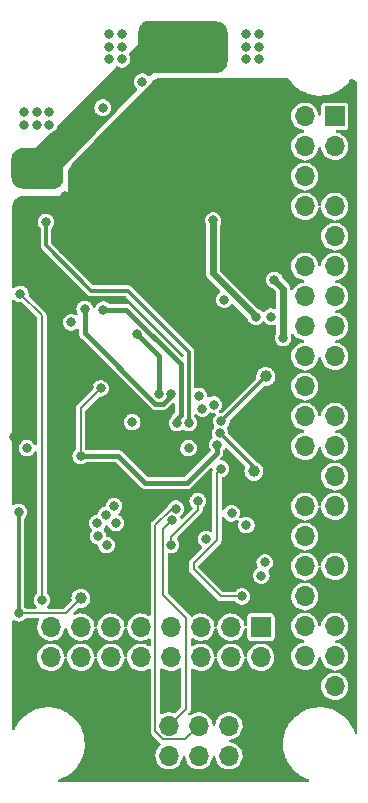
<source format=gbr>
%TF.GenerationSoftware,KiCad,Pcbnew,(6.0.0-0)*%
%TF.CreationDate,2022-10-07T18:10:28-04:00*%
%TF.ProjectId,hermes_v1,6865726d-6573-45f7-9631-2e6b69636164,rev?*%
%TF.SameCoordinates,Original*%
%TF.FileFunction,Copper,L4,Bot*%
%TF.FilePolarity,Positive*%
%FSLAX46Y46*%
G04 Gerber Fmt 4.6, Leading zero omitted, Abs format (unit mm)*
G04 Created by KiCad (PCBNEW (6.0.0-0)) date 2022-10-07 18:10:28*
%MOMM*%
%LPD*%
G01*
G04 APERTURE LIST*
%TA.AperFunction,ComponentPad*%
%ADD10C,0.600000*%
%TD*%
%TA.AperFunction,ComponentPad*%
%ADD11O,1.550000X0.890000*%
%TD*%
%TA.AperFunction,ComponentPad*%
%ADD12O,0.950000X1.250000*%
%TD*%
%TA.AperFunction,SMDPad,CuDef*%
%ADD13R,2.950000X4.900000*%
%TD*%
%TA.AperFunction,ComponentPad*%
%ADD14R,1.700000X1.700000*%
%TD*%
%TA.AperFunction,ComponentPad*%
%ADD15O,1.700000X1.700000*%
%TD*%
%TA.AperFunction,SMDPad,CuDef*%
%ADD16C,1.000000*%
%TD*%
%TA.AperFunction,ViaPad*%
%ADD17C,0.800000*%
%TD*%
%TA.AperFunction,Conductor*%
%ADD18C,0.200000*%
%TD*%
%TA.AperFunction,Conductor*%
%ADD19C,0.400000*%
%TD*%
%TA.AperFunction,Conductor*%
%ADD20C,0.600000*%
%TD*%
%TA.AperFunction,Conductor*%
%ADD21C,0.300000*%
%TD*%
%TA.AperFunction,Conductor*%
%ADD22C,0.350000*%
%TD*%
G04 APERTURE END LIST*
D10*
%TO.P,U3,57,GND*%
%TO.N,GND*%
X252525000Y-69975000D03*
X253800000Y-69975000D03*
X252525000Y-72525000D03*
X253800000Y-72525000D03*
X251250000Y-72525000D03*
X251250000Y-69975000D03*
X253800000Y-71250000D03*
X251250000Y-71250000D03*
X252525000Y-71250000D03*
%TD*%
D11*
%TO.P,J2,6,Shield*%
%TO.N,GND*%
X240950000Y-68925000D03*
X240950000Y-61925000D03*
D12*
X243650000Y-62925000D03*
X243650000Y-67925000D03*
%TD*%
D10*
%TO.P,U6,9,AGND*%
%TO.N,GND*%
X249950000Y-52500000D03*
X249950000Y-55100000D03*
X248650000Y-52500000D03*
X249950000Y-53800000D03*
X248650000Y-56400000D03*
D13*
X249300000Y-54450000D03*
D10*
X249950000Y-56400000D03*
X248650000Y-53800000D03*
X248650000Y-55100000D03*
%TD*%
D14*
%TO.P,J3,1,Pin_1*%
%TO.N,GND*%
X250700000Y-97100000D03*
D15*
%TO.P,J3,2,Pin_2*%
X250700000Y-94560000D03*
%TO.P,J3,3,Pin_3*%
%TO.N,FC_UART0_RX*%
X253240000Y-97100000D03*
%TO.P,J3,4,Pin_4*%
%TO.N,FC_UART1_RX*%
X253240000Y-94560000D03*
%TO.P,J3,5,Pin_5*%
%TO.N,FC_UART0_TX*%
X255780000Y-97100000D03*
%TO.P,J3,6,Pin_6*%
%TO.N,FC_UART1_TX*%
X255780000Y-94560000D03*
%TO.P,J3,7,Pin_7*%
%TO.N,+5V*%
X258320000Y-97100000D03*
%TO.P,J3,8,Pin_8*%
%TO.N,3V3_IO*%
X258320000Y-94560000D03*
%TD*%
D14*
%TO.P,J1,1,Pin_1*%
%TO.N,+5V*%
X267275000Y-42965000D03*
D15*
%TO.P,J1,2,Pin_2*%
%TO.N,unconnected-(J1-Pad2)*%
X264735000Y-42965000D03*
%TO.P,J1,3,Pin_3*%
%TO.N,+5V*%
X267275000Y-45505000D03*
%TO.P,J1,4,Pin_4*%
%TO.N,FC_I2C0_SDA*%
X264735000Y-45505000D03*
%TO.P,J1,5,Pin_5*%
%TO.N,GND*%
X267275000Y-48045000D03*
%TO.P,J1,6,Pin_6*%
%TO.N,FC_I2C0_SCL*%
X264735000Y-48045000D03*
%TO.P,J1,7,Pin_7*%
%TO.N,unconnected-(J1-Pad7)*%
X267275000Y-50585000D03*
%TO.P,J1,8,Pin_8*%
%TO.N,unconnected-(J1-Pad8)*%
X264735000Y-50585000D03*
%TO.P,J1,9,Pin_9*%
%TO.N,unconnected-(J1-Pad9)*%
X267275000Y-53125000D03*
%TO.P,J1,10,Pin_10*%
%TO.N,GND*%
X264735000Y-53125000D03*
%TO.P,J1,11,Pin_11*%
%TO.N,unconnected-(J1-Pad11)*%
X267275000Y-55665000D03*
%TO.P,J1,12,Pin_12*%
%TO.N,unconnected-(J1-Pad12)*%
X264735000Y-55665000D03*
%TO.P,J1,13,Pin_13*%
%TO.N,unconnected-(J1-Pad13)*%
X267275000Y-58205000D03*
%TO.P,J1,14,Pin_14*%
%TO.N,unconnected-(J1-Pad14)*%
X264735000Y-58205000D03*
%TO.P,J1,15,Pin_15*%
%TO.N,unconnected-(J1-Pad15)*%
X267275000Y-60745000D03*
%TO.P,J1,16,Pin_16*%
%TO.N,unconnected-(J1-Pad16)*%
X264735000Y-60745000D03*
%TO.P,J1,17,Pin_17*%
%TO.N,unconnected-(J1-Pad17)*%
X267275000Y-63285000D03*
%TO.P,J1,18,Pin_18*%
%TO.N,unconnected-(J1-Pad18)*%
X264735000Y-63285000D03*
%TO.P,J1,19,Pin_19*%
%TO.N,GND*%
X267275000Y-65825000D03*
%TO.P,J1,20,Pin_20*%
%TO.N,unconnected-(J1-Pad20)*%
X264735000Y-65825000D03*
%TO.P,J1,21,Pin_21*%
%TO.N,unconnected-(J1-Pad21)*%
X267275000Y-68365000D03*
%TO.P,J1,22,Pin_22*%
%TO.N,unconnected-(J1-Pad22)*%
X264735000Y-68365000D03*
%TO.P,J1,23,Pin_23*%
%TO.N,unconnected-(J1-Pad23)*%
X267275000Y-70905000D03*
%TO.P,J1,24,Pin_24*%
%TO.N,unconnected-(J1-Pad24)*%
X264735000Y-70905000D03*
%TO.P,J1,25,Pin_25*%
%TO.N,unconnected-(J1-Pad25)*%
X267275000Y-73445000D03*
%TO.P,J1,26,Pin_26*%
%TO.N,GND*%
X264735000Y-73445000D03*
%TO.P,J1,27,Pin_27*%
%TO.N,unconnected-(J1-Pad27)*%
X267275000Y-75985000D03*
%TO.P,J1,28,Pin_28*%
%TO.N,unconnected-(J1-Pad28)*%
X264735000Y-75985000D03*
%TO.P,J1,29,Pin_29*%
%TO.N,GND*%
X267275000Y-78525000D03*
%TO.P,J1,30,Pin_30*%
%TO.N,unconnected-(J1-Pad30)*%
X264735000Y-78525000D03*
%TO.P,J1,31,Pin_31*%
%TO.N,unconnected-(J1-Pad31)*%
X267275000Y-81065000D03*
%TO.P,J1,32,Pin_32*%
%TO.N,unconnected-(J1-Pad32)*%
X264735000Y-81065000D03*
%TO.P,J1,33,Pin_33*%
%TO.N,GND*%
X267275000Y-83605000D03*
%TO.P,J1,34,Pin_34*%
%TO.N,unconnected-(J1-Pad34)*%
X264735000Y-83605000D03*
%TO.P,J1,35,Pin_35*%
%TO.N,unconnected-(J1-Pad35)*%
X267275000Y-86145000D03*
%TO.P,J1,36,Pin_36*%
%TO.N,unconnected-(J1-Pad36)*%
X264735000Y-86145000D03*
%TO.P,J1,37,Pin_37*%
%TO.N,unconnected-(J1-Pad37)*%
X267275000Y-88685000D03*
%TO.P,J1,38,Pin_38*%
%TO.N,unconnected-(J1-Pad38)*%
X264735000Y-88685000D03*
%TO.P,J1,39,Pin_39*%
%TO.N,unconnected-(J1-Pad39)*%
X267275000Y-91225000D03*
%TO.P,J1,40,Pin_40*%
%TO.N,GND*%
X264735000Y-91225000D03*
%TD*%
D14*
%TO.P,J8,1,Pin_1*%
%TO.N,FC_SERVO_1*%
X261025000Y-86200000D03*
D15*
%TO.P,J8,2,Pin_2*%
%TO.N,FC_SERVO_2*%
X258485000Y-86200000D03*
%TO.P,J8,3,Pin_3*%
%TO.N,FC_SERVO_3*%
X255945000Y-86200000D03*
%TO.P,J8,4,Pin_4*%
%TO.N,FC_SERVO_4*%
X253405000Y-86200000D03*
%TO.P,J8,5,Pin_5*%
%TO.N,FC_SERVO_5*%
X250865000Y-86200000D03*
%TO.P,J8,6,Pin_6*%
%TO.N,FC_SERVO_6*%
X248325000Y-86200000D03*
%TO.P,J8,7,Pin_7*%
%TO.N,FC_SERVO_7*%
X245785000Y-86200000D03*
%TO.P,J8,8,Pin_8*%
%TO.N,FC_RADIO_PPM*%
X243245000Y-86200000D03*
%TD*%
D14*
%TO.P,J9,1,Pin_1*%
%TO.N,GND*%
X243225000Y-91300000D03*
D15*
%TO.P,J9,2,Pin_2*%
%TO.N,+5V*%
X243225000Y-88760000D03*
%TO.P,J9,3,Pin_3*%
%TO.N,GND*%
X245765000Y-91300000D03*
%TO.P,J9,4,Pin_4*%
%TO.N,+5V*%
X245765000Y-88760000D03*
%TO.P,J9,5,Pin_5*%
%TO.N,GND*%
X248305000Y-91300000D03*
%TO.P,J9,6,Pin_6*%
%TO.N,+5V*%
X248305000Y-88760000D03*
%TO.P,J9,7,Pin_7*%
%TO.N,GND*%
X250845000Y-91300000D03*
%TO.P,J9,8,Pin_8*%
%TO.N,+5V*%
X250845000Y-88760000D03*
%TO.P,J9,9,Pin_9*%
%TO.N,GND*%
X253385000Y-91300000D03*
%TO.P,J9,10,Pin_10*%
%TO.N,+5V*%
X253385000Y-88760000D03*
%TO.P,J9,11,Pin_11*%
%TO.N,GND*%
X255925000Y-91300000D03*
%TO.P,J9,12,Pin_12*%
%TO.N,+5V*%
X255925000Y-88760000D03*
%TO.P,J9,13,Pin_13*%
%TO.N,GND*%
X258465000Y-91300000D03*
%TO.P,J9,14,Pin_14*%
%TO.N,+5V*%
X258465000Y-88760000D03*
%TO.P,J9,15,Pin_15*%
%TO.N,GND*%
X261005000Y-91300000D03*
%TO.P,J9,16,Pin_16*%
%TO.N,+5V*%
X261005000Y-88760000D03*
%TD*%
D16*
%TO.P,TP8,1,1*%
%TO.N,FC_SWD*%
X261440000Y-64980000D03*
%TD*%
%TO.P,TP7,1,1*%
%TO.N,FC_SWCLK*%
X260430000Y-73010000D03*
%TD*%
%TO.P,TP3,1,1*%
%TO.N,3V3_IO*%
X245780000Y-83760000D03*
%TD*%
D17*
%TO.N,FC_SPI0_CS2*%
X255780000Y-66620000D03*
%TO.N,FC_SPI0_MISO*%
X261050000Y-81840000D03*
%TO.N,FC_SPI0_CS2*%
X256380749Y-78740749D03*
%TO.N,FC_SPI0_CS1*%
X261350000Y-80730000D03*
%TO.N,FC_SPI0_SCK*%
X258540000Y-76570000D03*
%TO.N,FC_SPI0_MOSI*%
X259780000Y-77560000D03*
%TO.N,FC_I2C0_SCL*%
X247960000Y-79260000D03*
%TO.N,FC_I2C0_SDA*%
X247220000Y-78490000D03*
%TO.N,FC_SPI0_MOSI*%
X247177122Y-77387122D03*
%TO.N,FC_SPI0_SCK*%
X248737535Y-77386442D03*
%TO.N,FC_SPI0_CS1*%
X247903679Y-76686942D03*
%TO.N,FC_SPI0_MISO*%
X248597122Y-75967122D03*
%TO.N,GND*%
X258497630Y-79382273D03*
X241000000Y-42550000D03*
X241000000Y-43650000D03*
X243100000Y-43650000D03*
X243100000Y-42550000D03*
X242050000Y-43650000D03*
X242050000Y-42550000D03*
X249250000Y-37075000D03*
X248150000Y-37075000D03*
X249250000Y-36025000D03*
X248150000Y-36025000D03*
X248150000Y-38125000D03*
X249250000Y-38125000D03*
X259750000Y-38125000D03*
X260850000Y-37075000D03*
X259750000Y-37075000D03*
X260850000Y-38125000D03*
X260850000Y-36025000D03*
X259750000Y-36025000D03*
X240075000Y-70075000D03*
X254250000Y-52175000D03*
X261525000Y-51800000D03*
X252325000Y-49225000D03*
X244450000Y-80075000D03*
X258750000Y-72650000D03*
X244250000Y-54250000D03*
X258625000Y-48100000D03*
X244400000Y-49700000D03*
X241642878Y-72767878D03*
X250975000Y-40025000D03*
X258900000Y-65600000D03*
X242835000Y-58065000D03*
X253850000Y-57100000D03*
X247625000Y-42225000D03*
X255340000Y-61592500D03*
X240700000Y-51837500D03*
X246425000Y-65875000D03*
X257315000Y-61592500D03*
%TO.N,+1V1*%
X257329128Y-70750500D03*
X245761881Y-71723876D03*
X247450000Y-65990000D03*
%TO.N,+3V3*%
X262150000Y-56800000D03*
X262900000Y-61725000D03*
%TO.N,VCC*%
X240950000Y-46900000D03*
X242000000Y-46900000D03*
X242000000Y-48000000D03*
X243050000Y-48000000D03*
X243050000Y-46900000D03*
X253150000Y-36025000D03*
X253150000Y-37075000D03*
X252050000Y-36025000D03*
X253150000Y-38125000D03*
X252050000Y-38125000D03*
X252050000Y-37075000D03*
X256950000Y-37075000D03*
X255850000Y-38125000D03*
X256950000Y-36025000D03*
X255850000Y-37075000D03*
X256950000Y-38125000D03*
X255850000Y-36025000D03*
X240950000Y-48000000D03*
%TO.N,+5V*%
X257890000Y-58470000D03*
%TO.N,FC_STATUS_BLUE*%
X250500000Y-61350000D03*
X252425000Y-66500000D03*
%TO.N,FC_STATUS_RED*%
X247675000Y-59325000D03*
X253919729Y-68938809D03*
%TO.N,FC_STATUS_GREEN*%
X246100000Y-59275000D03*
X253424503Y-66500000D03*
%TO.N,FC_BOOTSEL*%
X242475000Y-83899500D03*
X240655000Y-57995000D03*
%TO.N,FC_RUN*%
X242825000Y-51887500D03*
X254919075Y-68921123D03*
%TO.N,FC_USB_VBUS*%
X261875000Y-59925000D03*
X241210000Y-71050000D03*
X244975000Y-60400000D03*
%TO.N,FC_SERVO_1*%
X259425000Y-83600000D03*
X257631540Y-72795314D03*
%TO.N,FC_SERVO_5*%
X255677574Y-75533514D03*
X253416941Y-79225000D03*
%TO.N,FC_SWCLK*%
X257560982Y-69778262D03*
%TO.N,FC_SWD*%
X257668069Y-68784514D03*
%TO.N,REG_5VIN*%
X256975000Y-51775000D03*
X260575000Y-59925000D03*
%TO.N,FC_UART1_TX*%
X253824500Y-76175000D03*
%TO.N,FC_UART1_RX*%
X253519313Y-77126768D03*
%TO.N,FC_UART0_TX*%
X257014326Y-67358427D03*
%TO.N,FC_UART0_RX*%
X256075000Y-67700000D03*
%TO.N,/FlightControlComputer/3V_MCU*%
X250125000Y-68850000D03*
X254900000Y-71050000D03*
%TO.N,3V3_IO*%
X240520000Y-85030000D03*
X240520000Y-76460000D03*
%TD*%
D18*
%TO.N,+1V1*%
X245761881Y-71723876D02*
X245761881Y-67678119D01*
D19*
X251250000Y-74025000D02*
X248948876Y-71723876D01*
X248948876Y-71723876D02*
X245761881Y-71723876D01*
X254750000Y-74025000D02*
X251250000Y-74025000D01*
D18*
X245761881Y-67678119D02*
X247450000Y-65990000D01*
D19*
X257329128Y-70750500D02*
X257329128Y-71445872D01*
X257329128Y-71445872D02*
X254750000Y-74025000D01*
D20*
%TO.N,+3V3*%
X262900000Y-57550000D02*
X262900000Y-61725000D01*
X262150000Y-56800000D02*
X262900000Y-57550000D01*
D19*
%TO.N,FC_STATUS_BLUE*%
X252425000Y-63275000D02*
X252425000Y-66500000D01*
X250500000Y-61350000D02*
X252425000Y-63275000D01*
%TO.N,FC_STATUS_RED*%
X249605680Y-59325000D02*
X254224014Y-63943334D01*
X247675000Y-59325000D02*
X249605680Y-59325000D01*
X254224014Y-63943334D02*
X254224014Y-68250986D01*
X253919729Y-68555271D02*
X253919729Y-68938809D01*
X254224014Y-68250986D02*
X253919729Y-68555271D01*
%TO.N,FC_STATUS_GREEN*%
X253424503Y-66631177D02*
X252755680Y-67300000D01*
X246100000Y-61305680D02*
X246100000Y-59275000D01*
X252755680Y-67300000D02*
X252094320Y-67300000D01*
X252094320Y-67300000D02*
X246100000Y-61305680D01*
X253424503Y-66500000D02*
X253424503Y-66631177D01*
D18*
%TO.N,FC_BOOTSEL*%
X242475000Y-83899500D02*
X242475000Y-59815000D01*
X242475000Y-59815000D02*
X240655000Y-57995000D01*
D21*
%TO.N,FC_RUN*%
X249750000Y-57725000D02*
X246665030Y-57725000D01*
X242825000Y-53884970D02*
X242825000Y-51887500D01*
X246665030Y-57725000D02*
X242825000Y-53884970D01*
X254919075Y-68921123D02*
X254919075Y-62894075D01*
X254919075Y-62894075D02*
X249750000Y-57725000D01*
D18*
%TO.N,FC_SERVO_1*%
X255325000Y-81314259D02*
X257610741Y-83600000D01*
X257299029Y-78811712D02*
X255325000Y-80785741D01*
X255325000Y-80785741D02*
X255325000Y-81314259D01*
X257610741Y-83600000D02*
X259425000Y-83600000D01*
X257631540Y-72795314D02*
X257299029Y-73127825D01*
X257299029Y-73127825D02*
X257299029Y-78811712D01*
%TO.N,FC_SERVO_5*%
X255677574Y-76322426D02*
X253416941Y-78583059D01*
X255677574Y-75533514D02*
X255677574Y-76322426D01*
X253416941Y-78583059D02*
X253416941Y-79225000D01*
D21*
%TO.N,FC_SWCLK*%
X260430000Y-73010000D02*
X260430000Y-72647280D01*
X260430000Y-72647280D02*
X257560982Y-69778262D01*
%TO.N,FC_SWD*%
X261440000Y-64980000D02*
X257668069Y-68751931D01*
X257668069Y-68751931D02*
X257668069Y-68784514D01*
D20*
%TO.N,REG_5VIN*%
X260575000Y-59925000D02*
X260575000Y-59882898D01*
X256950000Y-56257898D02*
X256950000Y-51800000D01*
X256950000Y-51800000D02*
X256975000Y-51775000D01*
X260575000Y-59882898D02*
X256950000Y-56257898D01*
D18*
%TO.N,FC_UART1_TX*%
X254630489Y-95709511D02*
X252763856Y-95709511D01*
X252090000Y-77566822D02*
X253481822Y-76175000D01*
X255780000Y-94560000D02*
X254630489Y-95709511D01*
X252763856Y-95709511D02*
X252090000Y-95035655D01*
X252090000Y-95035655D02*
X252090000Y-77566822D01*
X253481822Y-76175000D02*
X253824500Y-76175000D01*
%TO.N,FC_UART1_RX*%
X252717430Y-77928651D02*
X252717430Y-83457430D01*
X253519313Y-77126768D02*
X252717430Y-77928651D01*
X254690000Y-85430000D02*
X254690000Y-93110000D01*
X254690000Y-93110000D02*
X253240000Y-94560000D01*
X252717430Y-83457430D02*
X254690000Y-85430000D01*
%TO.N,3V3_IO*%
X244510000Y-85030000D02*
X245780000Y-83760000D01*
X240520000Y-85030000D02*
X244510000Y-85030000D01*
D22*
X240520000Y-76460000D02*
X240520000Y-85030000D01*
%TD*%
%TA.AperFunction,Conductor*%
%TO.N,VCC*%
G36*
X253537978Y-37561743D02*
G01*
X251648075Y-39547204D01*
X251588293Y-39574022D01*
X251518089Y-39563447D01*
X251487380Y-39543263D01*
X251383392Y-39450613D01*
X251377721Y-39445560D01*
X251227881Y-39366224D01*
X251063441Y-39324919D01*
X251055843Y-39324879D01*
X251055841Y-39324879D01*
X250978668Y-39324475D01*
X250893895Y-39324031D01*
X250886508Y-39325805D01*
X250886504Y-39325805D01*
X250743162Y-39360220D01*
X250729032Y-39363612D01*
X250722288Y-39367093D01*
X250722285Y-39367094D01*
X250717089Y-39369776D01*
X250578369Y-39441375D01*
X250450604Y-39552831D01*
X250353113Y-39691547D01*
X250291524Y-39849513D01*
X250269394Y-40017611D01*
X250287999Y-40186135D01*
X250346266Y-40345356D01*
X250350502Y-40351659D01*
X250350502Y-40351660D01*
X250365617Y-40374153D01*
X250440830Y-40486083D01*
X250446442Y-40491190D01*
X250446445Y-40491193D01*
X250513541Y-40552245D01*
X250550463Y-40612885D01*
X250548740Y-40683860D01*
X250520006Y-40732310D01*
X245353688Y-46159849D01*
X243683191Y-47914810D01*
X241556873Y-45985024D01*
X242236580Y-45298706D01*
X242236590Y-45298697D01*
X243148830Y-44377585D01*
X243210226Y-44343428D01*
X243331628Y-44315623D01*
X243339029Y-44313928D01*
X243490498Y-44237747D01*
X243619423Y-44127634D01*
X243718361Y-43989947D01*
X243781601Y-43832634D01*
X243791345Y-43764169D01*
X243820746Y-43699546D01*
X243826562Y-43693260D01*
X244587340Y-42925083D01*
X245287997Y-42217611D01*
X246919394Y-42217611D01*
X246937999Y-42386135D01*
X246996266Y-42545356D01*
X247000502Y-42551659D01*
X247000502Y-42551660D01*
X247013574Y-42571113D01*
X247090830Y-42686083D01*
X247096442Y-42691190D01*
X247096445Y-42691193D01*
X247210612Y-42795077D01*
X247210616Y-42795080D01*
X247216233Y-42800191D01*
X247222906Y-42803814D01*
X247222910Y-42803817D01*
X247358558Y-42877467D01*
X247358560Y-42877468D01*
X247365235Y-42881092D01*
X247372584Y-42883020D01*
X247521883Y-42922188D01*
X247521885Y-42922188D01*
X247529233Y-42924116D01*
X247615609Y-42925473D01*
X247691161Y-42926660D01*
X247691164Y-42926660D01*
X247698760Y-42926779D01*
X247706165Y-42925083D01*
X247706166Y-42925083D01*
X247766586Y-42911245D01*
X247864029Y-42888928D01*
X248015498Y-42812747D01*
X248144423Y-42702634D01*
X248243361Y-42564947D01*
X248252340Y-42542611D01*
X248303766Y-42414687D01*
X248303767Y-42414685D01*
X248306601Y-42407634D01*
X248330490Y-42239778D01*
X248330645Y-42225000D01*
X248328840Y-42210080D01*
X248313000Y-42079193D01*
X248310276Y-42056680D01*
X248250345Y-41898077D01*
X248217247Y-41849919D01*
X248158614Y-41764608D01*
X248158613Y-41764607D01*
X248154312Y-41758349D01*
X248142514Y-41747837D01*
X248033392Y-41650612D01*
X248033388Y-41650610D01*
X248027721Y-41645560D01*
X247877881Y-41566224D01*
X247713441Y-41524919D01*
X247705843Y-41524879D01*
X247705841Y-41524879D01*
X247628668Y-41524475D01*
X247543895Y-41524031D01*
X247536508Y-41525805D01*
X247536504Y-41525805D01*
X247393162Y-41560220D01*
X247379032Y-41563612D01*
X247372288Y-41567093D01*
X247372285Y-41567094D01*
X247367089Y-41569776D01*
X247228369Y-41641375D01*
X247100604Y-41752831D01*
X247096237Y-41759045D01*
X247032370Y-41849919D01*
X247003113Y-41891547D01*
X246941524Y-42049513D01*
X246940532Y-42057046D01*
X246940532Y-42057047D01*
X246937070Y-42083349D01*
X246919394Y-42217611D01*
X245287997Y-42217611D01*
X248207088Y-39270129D01*
X248729365Y-38742772D01*
X248791512Y-38708446D01*
X248862352Y-38713168D01*
X248879013Y-38720704D01*
X248990235Y-38781092D01*
X248997584Y-38783020D01*
X249146883Y-38822188D01*
X249146885Y-38822188D01*
X249154233Y-38824116D01*
X249240609Y-38825473D01*
X249316161Y-38826660D01*
X249316164Y-38826660D01*
X249323760Y-38826779D01*
X249331165Y-38825083D01*
X249331166Y-38825083D01*
X249391586Y-38811245D01*
X249489029Y-38788928D01*
X249640498Y-38712747D01*
X249769423Y-38602634D01*
X249868361Y-38464947D01*
X249876237Y-38445356D01*
X249928766Y-38314687D01*
X249928767Y-38314685D01*
X249931601Y-38307634D01*
X249938877Y-38256511D01*
X249954909Y-38143862D01*
X249954909Y-38143859D01*
X249955490Y-38139778D01*
X249955645Y-38125000D01*
X249935276Y-37956680D01*
X249932204Y-37948550D01*
X249878031Y-37805184D01*
X249878029Y-37805181D01*
X249875345Y-37798077D01*
X249848221Y-37758611D01*
X249826120Y-37691143D01*
X249844005Y-37622436D01*
X249862532Y-37598584D01*
X250360520Y-37095752D01*
X251661660Y-35781957D01*
X253537978Y-37561743D01*
G37*
%TD.AperFunction*%
%TD*%
%TA.AperFunction,Conductor*%
%TO.N,VCC*%
G36*
X244300000Y-48177193D02*
G01*
X244299389Y-48189588D01*
X244283586Y-48349451D01*
X244278733Y-48373760D01*
X244233755Y-48521469D01*
X244224235Y-48544358D01*
X244151212Y-48680393D01*
X244137400Y-48700970D01*
X244060966Y-48793635D01*
X244039150Y-48820083D01*
X244021573Y-48837561D01*
X243901905Y-48935133D01*
X243881248Y-48948829D01*
X243744791Y-49021082D01*
X243721853Y-49030469D01*
X243573890Y-49074609D01*
X243549557Y-49079323D01*
X243389605Y-49094216D01*
X243377219Y-49094757D01*
X242716698Y-49091004D01*
X241539395Y-49084315D01*
X240900488Y-49080685D01*
X240888186Y-49080013D01*
X240712331Y-49061746D01*
X240688217Y-49056824D01*
X240525200Y-49006550D01*
X240502503Y-48997035D01*
X240352364Y-48916029D01*
X240331949Y-48902283D01*
X240200420Y-48793635D01*
X240183066Y-48776183D01*
X240113812Y-48691367D01*
X240075164Y-48644035D01*
X240061539Y-48623547D01*
X239981387Y-48472950D01*
X239972001Y-48450199D01*
X239922654Y-48286897D01*
X239917869Y-48262756D01*
X239900602Y-48086802D01*
X239900000Y-48074496D01*
X239900000Y-46614218D01*
X239900594Y-46602001D01*
X239917611Y-46427319D01*
X239922326Y-46403346D01*
X239970972Y-46241115D01*
X239980226Y-46218501D01*
X240059269Y-46068709D01*
X240072710Y-46048312D01*
X240179183Y-45916584D01*
X240196303Y-45899171D01*
X240326193Y-45790471D01*
X240346362Y-45776682D01*
X240494777Y-45695102D01*
X240517230Y-45685463D01*
X240678613Y-45634058D01*
X240702502Y-45628935D01*
X240876872Y-45608943D01*
X240889077Y-45608141D01*
X241537941Y-45597081D01*
X241537945Y-45597081D01*
X241540979Y-45597029D01*
X241540981Y-45597029D01*
X244300000Y-45550000D01*
X244300000Y-48177193D01*
G37*
%TD.AperFunction*%
%TD*%
%TA.AperFunction,Conductor*%
%TO.N,GND*%
G36*
X263339527Y-39720002D02*
G01*
X263380248Y-39762523D01*
X263410313Y-39814076D01*
X263620999Y-40096219D01*
X263623443Y-40098817D01*
X263623448Y-40098823D01*
X263859820Y-40350093D01*
X263862270Y-40352697D01*
X263864999Y-40355007D01*
X264054652Y-40515560D01*
X264131024Y-40580214D01*
X264423807Y-40775845D01*
X264426989Y-40777484D01*
X264426991Y-40777485D01*
X264733670Y-40935436D01*
X264733675Y-40935438D01*
X264736853Y-40937075D01*
X264740194Y-40938341D01*
X264740199Y-40938343D01*
X264971696Y-41026049D01*
X265066139Y-41061830D01*
X265069603Y-41062710D01*
X265069607Y-41062711D01*
X265403963Y-41147627D01*
X265403971Y-41147629D01*
X265407430Y-41148507D01*
X265579152Y-41171878D01*
X265753347Y-41195585D01*
X265753354Y-41195586D01*
X265756340Y-41195992D01*
X265871081Y-41200500D01*
X266089198Y-41200500D01*
X266230756Y-41192462D01*
X266347992Y-41185805D01*
X266347999Y-41185804D01*
X266351560Y-41185602D01*
X266489883Y-41161834D01*
X266695082Y-41126575D01*
X266695090Y-41126573D01*
X266698600Y-41125970D01*
X266702025Y-41124972D01*
X266702028Y-41124971D01*
X267033221Y-41028436D01*
X267036659Y-41027434D01*
X267361390Y-40891263D01*
X267564556Y-40777485D01*
X267665502Y-40720953D01*
X267665507Y-40720950D01*
X267668619Y-40719207D01*
X267671515Y-40717122D01*
X267671520Y-40717119D01*
X267818239Y-40611496D01*
X267954395Y-40513477D01*
X268128858Y-40355007D01*
X268212405Y-40279118D01*
X268212406Y-40279117D01*
X268215046Y-40276719D01*
X268447219Y-40011977D01*
X268579874Y-39820755D01*
X268635138Y-39776184D01*
X268705724Y-39768567D01*
X268719959Y-39771994D01*
X268721440Y-39772443D01*
X268744250Y-39781886D01*
X268895190Y-39862515D01*
X268915722Y-39876225D01*
X269048044Y-39984741D01*
X269065506Y-40002188D01*
X269140394Y-40093354D01*
X269171363Y-40131054D01*
X269199146Y-40196388D01*
X269200000Y-40211032D01*
X269200000Y-95119230D01*
X269179998Y-95187351D01*
X269126342Y-95233844D01*
X269056068Y-95243948D01*
X268991488Y-95214454D01*
X268953668Y-95156594D01*
X268909961Y-95015836D01*
X268909955Y-95015820D01*
X268908896Y-95012408D01*
X268881849Y-94950938D01*
X268768522Y-94693382D01*
X268768520Y-94693379D01*
X268767079Y-94690103D01*
X268589687Y-94385924D01*
X268379001Y-94103781D01*
X268376557Y-94101183D01*
X268376552Y-94101177D01*
X268140180Y-93849907D01*
X268140176Y-93849904D01*
X268137730Y-93847303D01*
X267947809Y-93686523D01*
X267871698Y-93622090D01*
X267871694Y-93622087D01*
X267868976Y-93619786D01*
X267739966Y-93533584D01*
X267579170Y-93426144D01*
X267579168Y-93426143D01*
X267576193Y-93424155D01*
X267550459Y-93410901D01*
X267266330Y-93264564D01*
X267266325Y-93264562D01*
X267263147Y-93262925D01*
X267259806Y-93261659D01*
X267259801Y-93261657D01*
X266937205Y-93139437D01*
X266937206Y-93139437D01*
X266933861Y-93138170D01*
X266930397Y-93137290D01*
X266930393Y-93137289D01*
X266596037Y-93052373D01*
X266596029Y-93052371D01*
X266592570Y-93051493D01*
X266420848Y-93028122D01*
X266246653Y-93004415D01*
X266246646Y-93004414D01*
X266243660Y-93004008D01*
X266128919Y-92999500D01*
X265910802Y-92999500D01*
X265769244Y-93007538D01*
X265652008Y-93014195D01*
X265652001Y-93014196D01*
X265648440Y-93014398D01*
X265510117Y-93038166D01*
X265304918Y-93073425D01*
X265304910Y-93073427D01*
X265301400Y-93074030D01*
X265297975Y-93075028D01*
X265297972Y-93075029D01*
X265084370Y-93137289D01*
X264963341Y-93172566D01*
X264960039Y-93173951D01*
X264960038Y-93173951D01*
X264654409Y-93302112D01*
X264638610Y-93308737D01*
X264527601Y-93370905D01*
X264334498Y-93479047D01*
X264334493Y-93479050D01*
X264331381Y-93480793D01*
X264328485Y-93482878D01*
X264328480Y-93482881D01*
X264205456Y-93571446D01*
X264045605Y-93686523D01*
X264042969Y-93688917D01*
X264042967Y-93688919D01*
X263865733Y-93849907D01*
X263784954Y-93923281D01*
X263552781Y-94188023D01*
X263352071Y-94477347D01*
X263350380Y-94480494D01*
X263350377Y-94480499D01*
X263277160Y-94616763D01*
X263185402Y-94787532D01*
X263054919Y-95114590D01*
X262962299Y-95454317D01*
X262961757Y-95457839D01*
X262920142Y-95728216D01*
X262908732Y-95802345D01*
X262908592Y-95805909D01*
X262895807Y-96131328D01*
X262894908Y-96154200D01*
X262921004Y-96505358D01*
X262986684Y-96851304D01*
X262987742Y-96854713D01*
X262987744Y-96854719D01*
X263027961Y-96984239D01*
X263091104Y-97187592D01*
X263092545Y-97190867D01*
X263224577Y-97490933D01*
X263232921Y-97509897D01*
X263410313Y-97814076D01*
X263620999Y-98096219D01*
X263623443Y-98098817D01*
X263623448Y-98098823D01*
X263859820Y-98350093D01*
X263862270Y-98352697D01*
X263864999Y-98355007D01*
X264086301Y-98542353D01*
X264131024Y-98580214D01*
X264133988Y-98582194D01*
X264133990Y-98582196D01*
X264335917Y-98717119D01*
X264423807Y-98775845D01*
X264426989Y-98777484D01*
X264426991Y-98777485D01*
X264733670Y-98935436D01*
X264733675Y-98935438D01*
X264736853Y-98937075D01*
X264740194Y-98938341D01*
X264740199Y-98938343D01*
X264763453Y-98947153D01*
X265042923Y-99053034D01*
X265051208Y-99056173D01*
X265107823Y-99099012D01*
X265132291Y-99165659D01*
X265116842Y-99234955D01*
X265066381Y-99284897D01*
X265006567Y-99300000D01*
X243984089Y-99300000D01*
X243915968Y-99279998D01*
X243869475Y-99226342D01*
X243859371Y-99156068D01*
X243888865Y-99091488D01*
X243948830Y-99053034D01*
X244009590Y-99035324D01*
X244036659Y-99027434D01*
X244063588Y-99016142D01*
X244358092Y-98892646D01*
X244361390Y-98891263D01*
X244564556Y-98777485D01*
X244665502Y-98720953D01*
X244665507Y-98720950D01*
X244668619Y-98719207D01*
X244671515Y-98717122D01*
X244671520Y-98717119D01*
X244818239Y-98611496D01*
X244954395Y-98513477D01*
X245128858Y-98355007D01*
X245212405Y-98279118D01*
X245212406Y-98279117D01*
X245215046Y-98276719D01*
X245375853Y-98093354D01*
X245444868Y-98014658D01*
X245444869Y-98014656D01*
X245447219Y-98011977D01*
X245459753Y-97993910D01*
X245556521Y-97854418D01*
X245647929Y-97722653D01*
X245702466Y-97621156D01*
X245775254Y-97485690D01*
X245814598Y-97412468D01*
X245945081Y-97085410D01*
X246037701Y-96745683D01*
X246075239Y-96501796D01*
X246090726Y-96401178D01*
X246090726Y-96401174D01*
X246091268Y-96397655D01*
X246098198Y-96221280D01*
X246104952Y-96049370D01*
X246104952Y-96049365D01*
X246105092Y-96045800D01*
X246085611Y-95783659D01*
X246079261Y-95698204D01*
X246079260Y-95698199D01*
X246078996Y-95694642D01*
X246013316Y-95348696D01*
X246002673Y-95314418D01*
X245957766Y-95169796D01*
X245908896Y-95012408D01*
X245881849Y-94950938D01*
X245768522Y-94693382D01*
X245768520Y-94693379D01*
X245767079Y-94690103D01*
X245589687Y-94385924D01*
X245379001Y-94103781D01*
X245376557Y-94101183D01*
X245376552Y-94101177D01*
X245140180Y-93849907D01*
X245140176Y-93849904D01*
X245137730Y-93847303D01*
X244947809Y-93686523D01*
X244871698Y-93622090D01*
X244871694Y-93622087D01*
X244868976Y-93619786D01*
X244739966Y-93533584D01*
X244579170Y-93426144D01*
X244579168Y-93426143D01*
X244576193Y-93424155D01*
X244550459Y-93410901D01*
X244266330Y-93264564D01*
X244266325Y-93264562D01*
X244263147Y-93262925D01*
X244259806Y-93261659D01*
X244259801Y-93261657D01*
X243937205Y-93139437D01*
X243937206Y-93139437D01*
X243933861Y-93138170D01*
X243930397Y-93137290D01*
X243930393Y-93137289D01*
X243596037Y-93052373D01*
X243596029Y-93052371D01*
X243592570Y-93051493D01*
X243420848Y-93028122D01*
X243246653Y-93004415D01*
X243246646Y-93004414D01*
X243243660Y-93004008D01*
X243128919Y-92999500D01*
X242910802Y-92999500D01*
X242769244Y-93007538D01*
X242652008Y-93014195D01*
X242652001Y-93014196D01*
X242648440Y-93014398D01*
X242510117Y-93038166D01*
X242304918Y-93073425D01*
X242304910Y-93073427D01*
X242301400Y-93074030D01*
X242297975Y-93075028D01*
X242297972Y-93075029D01*
X242084370Y-93137289D01*
X241963341Y-93172566D01*
X241960039Y-93173951D01*
X241960038Y-93173951D01*
X241654409Y-93302112D01*
X241638610Y-93308737D01*
X241527601Y-93370905D01*
X241334498Y-93479047D01*
X241334493Y-93479050D01*
X241331381Y-93480793D01*
X241328485Y-93482878D01*
X241328480Y-93482881D01*
X241205456Y-93571446D01*
X241045605Y-93686523D01*
X241042969Y-93688917D01*
X241042967Y-93688919D01*
X240865733Y-93849907D01*
X240784954Y-93923281D01*
X240552781Y-94188023D01*
X240352071Y-94477347D01*
X240350380Y-94480494D01*
X240350377Y-94480499D01*
X240277160Y-94616763D01*
X240185402Y-94787532D01*
X240171081Y-94823428D01*
X240127259Y-94879287D01*
X240060195Y-94902587D01*
X239991180Y-94885931D01*
X239942126Y-94834606D01*
X239928051Y-94776676D01*
X239932456Y-85719849D01*
X239952491Y-85651738D01*
X240006169Y-85605271D01*
X240076448Y-85595201D01*
X240118578Y-85609179D01*
X240253558Y-85682467D01*
X240253560Y-85682468D01*
X240260235Y-85686092D01*
X240267584Y-85688020D01*
X240416883Y-85727188D01*
X240416885Y-85727188D01*
X240424233Y-85729116D01*
X240510609Y-85730473D01*
X240586161Y-85731660D01*
X240586164Y-85731660D01*
X240593760Y-85731779D01*
X240601165Y-85730083D01*
X240601166Y-85730083D01*
X240661586Y-85716245D01*
X240759029Y-85693928D01*
X240910498Y-85617747D01*
X241039423Y-85507634D01*
X241057143Y-85482974D01*
X241113138Y-85439326D01*
X241159466Y-85430500D01*
X242141076Y-85430500D01*
X242209197Y-85450502D01*
X242255690Y-85504158D01*
X242265794Y-85574432D01*
X242252585Y-85615167D01*
X242177523Y-85757836D01*
X242114820Y-85959773D01*
X242089967Y-86169754D01*
X242103796Y-86380749D01*
X242105217Y-86386345D01*
X242105218Y-86386350D01*
X242143208Y-86535933D01*
X242155845Y-86585690D01*
X242244369Y-86777714D01*
X242366405Y-86950391D01*
X242370539Y-86954418D01*
X242510727Y-87090983D01*
X242517865Y-87097937D01*
X242522661Y-87101142D01*
X242522664Y-87101144D01*
X242616132Y-87163597D01*
X242693677Y-87215411D01*
X242698985Y-87217692D01*
X242698986Y-87217692D01*
X242882650Y-87296600D01*
X242882653Y-87296601D01*
X242887953Y-87298878D01*
X242893582Y-87300152D01*
X242893583Y-87300152D01*
X243088550Y-87344269D01*
X243088553Y-87344269D01*
X243094186Y-87345544D01*
X243099957Y-87345771D01*
X243099959Y-87345771D01*
X243161989Y-87348208D01*
X243305470Y-87353846D01*
X243311179Y-87353018D01*
X243311183Y-87353018D01*
X243509015Y-87324333D01*
X243509019Y-87324332D01*
X243514730Y-87323504D01*
X243587276Y-87298878D01*
X243709483Y-87257395D01*
X243709488Y-87257393D01*
X243714955Y-87255537D01*
X243719998Y-87252713D01*
X243894395Y-87155046D01*
X243894399Y-87155043D01*
X243899442Y-87152219D01*
X244062012Y-87017012D01*
X244197219Y-86854442D01*
X244200043Y-86849399D01*
X244200046Y-86849395D01*
X244297713Y-86674998D01*
X244297714Y-86674996D01*
X244300537Y-86669955D01*
X244302393Y-86664488D01*
X244302395Y-86664483D01*
X244366647Y-86475200D01*
X244368504Y-86469730D01*
X244376479Y-86414730D01*
X244390090Y-86320860D01*
X244419660Y-86256315D01*
X244479432Y-86218003D01*
X244550429Y-86218087D01*
X244610109Y-86256542D01*
X244639525Y-86321158D01*
X244640515Y-86330695D01*
X244643796Y-86380749D01*
X244645217Y-86386345D01*
X244645218Y-86386350D01*
X244683208Y-86535933D01*
X244695845Y-86585690D01*
X244784369Y-86777714D01*
X244906405Y-86950391D01*
X244910539Y-86954418D01*
X245050727Y-87090983D01*
X245057865Y-87097937D01*
X245062661Y-87101142D01*
X245062664Y-87101144D01*
X245156132Y-87163597D01*
X245233677Y-87215411D01*
X245238985Y-87217692D01*
X245238986Y-87217692D01*
X245422650Y-87296600D01*
X245422653Y-87296601D01*
X245427953Y-87298878D01*
X245433582Y-87300152D01*
X245433583Y-87300152D01*
X245628550Y-87344269D01*
X245628553Y-87344269D01*
X245634186Y-87345544D01*
X245639957Y-87345771D01*
X245639959Y-87345771D01*
X245701989Y-87348208D01*
X245845470Y-87353846D01*
X245851179Y-87353018D01*
X245851183Y-87353018D01*
X246049015Y-87324333D01*
X246049019Y-87324332D01*
X246054730Y-87323504D01*
X246127276Y-87298878D01*
X246249483Y-87257395D01*
X246249488Y-87257393D01*
X246254955Y-87255537D01*
X246259998Y-87252713D01*
X246434395Y-87155046D01*
X246434399Y-87155043D01*
X246439442Y-87152219D01*
X246602012Y-87017012D01*
X246737219Y-86854442D01*
X246740043Y-86849399D01*
X246740046Y-86849395D01*
X246837713Y-86674998D01*
X246837714Y-86674996D01*
X246840537Y-86669955D01*
X246842393Y-86664488D01*
X246842395Y-86664483D01*
X246906647Y-86475200D01*
X246908504Y-86469730D01*
X246916479Y-86414730D01*
X246930090Y-86320860D01*
X246959660Y-86256315D01*
X247019432Y-86218003D01*
X247090429Y-86218087D01*
X247150109Y-86256542D01*
X247179525Y-86321158D01*
X247180515Y-86330695D01*
X247183796Y-86380749D01*
X247185217Y-86386345D01*
X247185218Y-86386350D01*
X247223208Y-86535933D01*
X247235845Y-86585690D01*
X247324369Y-86777714D01*
X247446405Y-86950391D01*
X247450539Y-86954418D01*
X247590727Y-87090983D01*
X247597865Y-87097937D01*
X247602661Y-87101142D01*
X247602664Y-87101144D01*
X247696132Y-87163597D01*
X247773677Y-87215411D01*
X247778985Y-87217692D01*
X247778986Y-87217692D01*
X247962650Y-87296600D01*
X247962653Y-87296601D01*
X247967953Y-87298878D01*
X247973582Y-87300152D01*
X247973583Y-87300152D01*
X248168550Y-87344269D01*
X248168553Y-87344269D01*
X248174186Y-87345544D01*
X248179957Y-87345771D01*
X248179959Y-87345771D01*
X248241989Y-87348208D01*
X248385470Y-87353846D01*
X248391179Y-87353018D01*
X248391183Y-87353018D01*
X248589015Y-87324333D01*
X248589019Y-87324332D01*
X248594730Y-87323504D01*
X248667276Y-87298878D01*
X248789483Y-87257395D01*
X248789488Y-87257393D01*
X248794955Y-87255537D01*
X248799998Y-87252713D01*
X248974395Y-87155046D01*
X248974399Y-87155043D01*
X248979442Y-87152219D01*
X249142012Y-87017012D01*
X249277219Y-86854442D01*
X249280043Y-86849399D01*
X249280046Y-86849395D01*
X249377713Y-86674998D01*
X249377714Y-86674996D01*
X249380537Y-86669955D01*
X249382393Y-86664488D01*
X249382395Y-86664483D01*
X249446647Y-86475200D01*
X249448504Y-86469730D01*
X249456479Y-86414730D01*
X249470090Y-86320860D01*
X249499660Y-86256315D01*
X249559432Y-86218003D01*
X249630429Y-86218087D01*
X249690109Y-86256542D01*
X249719525Y-86321158D01*
X249720515Y-86330695D01*
X249723796Y-86380749D01*
X249725217Y-86386345D01*
X249725218Y-86386350D01*
X249763208Y-86535933D01*
X249775845Y-86585690D01*
X249864369Y-86777714D01*
X249986405Y-86950391D01*
X249990539Y-86954418D01*
X250130727Y-87090983D01*
X250137865Y-87097937D01*
X250142661Y-87101142D01*
X250142664Y-87101144D01*
X250236132Y-87163597D01*
X250313677Y-87215411D01*
X250318985Y-87217692D01*
X250318986Y-87217692D01*
X250502650Y-87296600D01*
X250502653Y-87296601D01*
X250507953Y-87298878D01*
X250513582Y-87300152D01*
X250513583Y-87300152D01*
X250708550Y-87344269D01*
X250708553Y-87344269D01*
X250714186Y-87345544D01*
X250719957Y-87345771D01*
X250719959Y-87345771D01*
X250781989Y-87348208D01*
X250925470Y-87353846D01*
X250931179Y-87353018D01*
X250931183Y-87353018D01*
X251129015Y-87324333D01*
X251129019Y-87324332D01*
X251134730Y-87323504D01*
X251207276Y-87298878D01*
X251329483Y-87257395D01*
X251329488Y-87257393D01*
X251334955Y-87255537D01*
X251347407Y-87248564D01*
X251501934Y-87162024D01*
X251571142Y-87146190D01*
X251637924Y-87170287D01*
X251681077Y-87226664D01*
X251689500Y-87271958D01*
X251689500Y-87703891D01*
X251669498Y-87772012D01*
X251615842Y-87818505D01*
X251545568Y-87828609D01*
X251496265Y-87810453D01*
X251374439Y-87733587D01*
X251374437Y-87733586D01*
X251369554Y-87730505D01*
X251173160Y-87652152D01*
X251167503Y-87651027D01*
X251167497Y-87651025D01*
X250971442Y-87612028D01*
X250971440Y-87612028D01*
X250965775Y-87610901D01*
X250960000Y-87610825D01*
X250959996Y-87610825D01*
X250853976Y-87609437D01*
X250754346Y-87608133D01*
X250748649Y-87609112D01*
X250748648Y-87609112D01*
X250551650Y-87642962D01*
X250551649Y-87642962D01*
X250545953Y-87643941D01*
X250347575Y-87717127D01*
X250342614Y-87720079D01*
X250342613Y-87720079D01*
X250200924Y-87804375D01*
X250165856Y-87825238D01*
X250006881Y-87964655D01*
X249875976Y-88130708D01*
X249873287Y-88135819D01*
X249873285Y-88135822D01*
X249859792Y-88161469D01*
X249777523Y-88317836D01*
X249714820Y-88519773D01*
X249714141Y-88525510D01*
X249700088Y-88644239D01*
X249672217Y-88709537D01*
X249613469Y-88749401D01*
X249542494Y-88751174D01*
X249481828Y-88714295D01*
X249450730Y-88650471D01*
X249449490Y-88640958D01*
X249449338Y-88639295D01*
X249441081Y-88549440D01*
X249383686Y-88345931D01*
X249372553Y-88323354D01*
X249292719Y-88161469D01*
X249290165Y-88156290D01*
X249163651Y-87986867D01*
X249027079Y-87860621D01*
X249012622Y-87847257D01*
X249012620Y-87847255D01*
X249008381Y-87843337D01*
X248829554Y-87730505D01*
X248633160Y-87652152D01*
X248627503Y-87651027D01*
X248627497Y-87651025D01*
X248431442Y-87612028D01*
X248431440Y-87612028D01*
X248425775Y-87610901D01*
X248420000Y-87610825D01*
X248419996Y-87610825D01*
X248313976Y-87609437D01*
X248214346Y-87608133D01*
X248208649Y-87609112D01*
X248208648Y-87609112D01*
X248011650Y-87642962D01*
X248011649Y-87642962D01*
X248005953Y-87643941D01*
X247807575Y-87717127D01*
X247802614Y-87720079D01*
X247802613Y-87720079D01*
X247660924Y-87804375D01*
X247625856Y-87825238D01*
X247466881Y-87964655D01*
X247335976Y-88130708D01*
X247333287Y-88135819D01*
X247333285Y-88135822D01*
X247319792Y-88161469D01*
X247237523Y-88317836D01*
X247174820Y-88519773D01*
X247174141Y-88525510D01*
X247160088Y-88644239D01*
X247132217Y-88709537D01*
X247073469Y-88749401D01*
X247002494Y-88751174D01*
X246941828Y-88714295D01*
X246910730Y-88650471D01*
X246909490Y-88640958D01*
X246909338Y-88639295D01*
X246901081Y-88549440D01*
X246843686Y-88345931D01*
X246832553Y-88323354D01*
X246752719Y-88161469D01*
X246750165Y-88156290D01*
X246623651Y-87986867D01*
X246487079Y-87860621D01*
X246472622Y-87847257D01*
X246472620Y-87847255D01*
X246468381Y-87843337D01*
X246289554Y-87730505D01*
X246093160Y-87652152D01*
X246087503Y-87651027D01*
X246087497Y-87651025D01*
X245891442Y-87612028D01*
X245891440Y-87612028D01*
X245885775Y-87610901D01*
X245880000Y-87610825D01*
X245879996Y-87610825D01*
X245773976Y-87609437D01*
X245674346Y-87608133D01*
X245668649Y-87609112D01*
X245668648Y-87609112D01*
X245471650Y-87642962D01*
X245471649Y-87642962D01*
X245465953Y-87643941D01*
X245267575Y-87717127D01*
X245262614Y-87720079D01*
X245262613Y-87720079D01*
X245120924Y-87804375D01*
X245085856Y-87825238D01*
X244926881Y-87964655D01*
X244795976Y-88130708D01*
X244793287Y-88135819D01*
X244793285Y-88135822D01*
X244779792Y-88161469D01*
X244697523Y-88317836D01*
X244634820Y-88519773D01*
X244634141Y-88525510D01*
X244620088Y-88644239D01*
X244592217Y-88709537D01*
X244533469Y-88749401D01*
X244462494Y-88751174D01*
X244401828Y-88714295D01*
X244370730Y-88650471D01*
X244369490Y-88640958D01*
X244369338Y-88639295D01*
X244361081Y-88549440D01*
X244303686Y-88345931D01*
X244292553Y-88323354D01*
X244212719Y-88161469D01*
X244210165Y-88156290D01*
X244083651Y-87986867D01*
X243947079Y-87860621D01*
X243932622Y-87847257D01*
X243932620Y-87847255D01*
X243928381Y-87843337D01*
X243749554Y-87730505D01*
X243553160Y-87652152D01*
X243547503Y-87651027D01*
X243547497Y-87651025D01*
X243351442Y-87612028D01*
X243351440Y-87612028D01*
X243345775Y-87610901D01*
X243340000Y-87610825D01*
X243339996Y-87610825D01*
X243233976Y-87609437D01*
X243134346Y-87608133D01*
X243128649Y-87609112D01*
X243128648Y-87609112D01*
X242931650Y-87642962D01*
X242931649Y-87642962D01*
X242925953Y-87643941D01*
X242727575Y-87717127D01*
X242722614Y-87720079D01*
X242722613Y-87720079D01*
X242580924Y-87804375D01*
X242545856Y-87825238D01*
X242386881Y-87964655D01*
X242255976Y-88130708D01*
X242253287Y-88135819D01*
X242253285Y-88135822D01*
X242239792Y-88161469D01*
X242157523Y-88317836D01*
X242094820Y-88519773D01*
X242069967Y-88729754D01*
X242083796Y-88940749D01*
X242085217Y-88946345D01*
X242085218Y-88946350D01*
X242107784Y-89035200D01*
X242135845Y-89145690D01*
X242224369Y-89337714D01*
X242346405Y-89510391D01*
X242497865Y-89657937D01*
X242502661Y-89661142D01*
X242502664Y-89661144D01*
X242586501Y-89717162D01*
X242673677Y-89775411D01*
X242678985Y-89777692D01*
X242678986Y-89777692D01*
X242862650Y-89856600D01*
X242862653Y-89856601D01*
X242867953Y-89858878D01*
X242873582Y-89860152D01*
X242873583Y-89860152D01*
X243068550Y-89904269D01*
X243068553Y-89904269D01*
X243074186Y-89905544D01*
X243079957Y-89905771D01*
X243079959Y-89905771D01*
X243141989Y-89908208D01*
X243285470Y-89913846D01*
X243291179Y-89913018D01*
X243291183Y-89913018D01*
X243489015Y-89884333D01*
X243489019Y-89884332D01*
X243494730Y-89883504D01*
X243573987Y-89856600D01*
X243689483Y-89817395D01*
X243689488Y-89817393D01*
X243694955Y-89815537D01*
X243706033Y-89809333D01*
X243874395Y-89715046D01*
X243874399Y-89715043D01*
X243879442Y-89712219D01*
X244042012Y-89577012D01*
X244177219Y-89414442D01*
X244180043Y-89409399D01*
X244180046Y-89409395D01*
X244277713Y-89234998D01*
X244277714Y-89234996D01*
X244280537Y-89229955D01*
X244282393Y-89224488D01*
X244282395Y-89224483D01*
X244346647Y-89035200D01*
X244348504Y-89029730D01*
X244359379Y-88954730D01*
X244370090Y-88880860D01*
X244399660Y-88816315D01*
X244459432Y-88778003D01*
X244530429Y-88778087D01*
X244590109Y-88816542D01*
X244619525Y-88881158D01*
X244620515Y-88890695D01*
X244623796Y-88940749D01*
X244625217Y-88946345D01*
X244625218Y-88946350D01*
X244647784Y-89035200D01*
X244675845Y-89145690D01*
X244764369Y-89337714D01*
X244886405Y-89510391D01*
X245037865Y-89657937D01*
X245042661Y-89661142D01*
X245042664Y-89661144D01*
X245126501Y-89717162D01*
X245213677Y-89775411D01*
X245218985Y-89777692D01*
X245218986Y-89777692D01*
X245402650Y-89856600D01*
X245402653Y-89856601D01*
X245407953Y-89858878D01*
X245413582Y-89860152D01*
X245413583Y-89860152D01*
X245608550Y-89904269D01*
X245608553Y-89904269D01*
X245614186Y-89905544D01*
X245619957Y-89905771D01*
X245619959Y-89905771D01*
X245681989Y-89908208D01*
X245825470Y-89913846D01*
X245831179Y-89913018D01*
X245831183Y-89913018D01*
X246029015Y-89884333D01*
X246029019Y-89884332D01*
X246034730Y-89883504D01*
X246113987Y-89856600D01*
X246229483Y-89817395D01*
X246229488Y-89817393D01*
X246234955Y-89815537D01*
X246246033Y-89809333D01*
X246414395Y-89715046D01*
X246414399Y-89715043D01*
X246419442Y-89712219D01*
X246582012Y-89577012D01*
X246717219Y-89414442D01*
X246720043Y-89409399D01*
X246720046Y-89409395D01*
X246817713Y-89234998D01*
X246817714Y-89234996D01*
X246820537Y-89229955D01*
X246822393Y-89224488D01*
X246822395Y-89224483D01*
X246886647Y-89035200D01*
X246888504Y-89029730D01*
X246899379Y-88954730D01*
X246910090Y-88880860D01*
X246939660Y-88816315D01*
X246999432Y-88778003D01*
X247070429Y-88778087D01*
X247130109Y-88816542D01*
X247159525Y-88881158D01*
X247160515Y-88890695D01*
X247163796Y-88940749D01*
X247165217Y-88946345D01*
X247165218Y-88946350D01*
X247187784Y-89035200D01*
X247215845Y-89145690D01*
X247304369Y-89337714D01*
X247426405Y-89510391D01*
X247577865Y-89657937D01*
X247582661Y-89661142D01*
X247582664Y-89661144D01*
X247666501Y-89717162D01*
X247753677Y-89775411D01*
X247758985Y-89777692D01*
X247758986Y-89777692D01*
X247942650Y-89856600D01*
X247942653Y-89856601D01*
X247947953Y-89858878D01*
X247953582Y-89860152D01*
X247953583Y-89860152D01*
X248148550Y-89904269D01*
X248148553Y-89904269D01*
X248154186Y-89905544D01*
X248159957Y-89905771D01*
X248159959Y-89905771D01*
X248221989Y-89908208D01*
X248365470Y-89913846D01*
X248371179Y-89913018D01*
X248371183Y-89913018D01*
X248569015Y-89884333D01*
X248569019Y-89884332D01*
X248574730Y-89883504D01*
X248653987Y-89856600D01*
X248769483Y-89817395D01*
X248769488Y-89817393D01*
X248774955Y-89815537D01*
X248786033Y-89809333D01*
X248954395Y-89715046D01*
X248954399Y-89715043D01*
X248959442Y-89712219D01*
X249122012Y-89577012D01*
X249257219Y-89414442D01*
X249260043Y-89409399D01*
X249260046Y-89409395D01*
X249357713Y-89234998D01*
X249357714Y-89234996D01*
X249360537Y-89229955D01*
X249362393Y-89224488D01*
X249362395Y-89224483D01*
X249426647Y-89035200D01*
X249428504Y-89029730D01*
X249439379Y-88954730D01*
X249450090Y-88880860D01*
X249479660Y-88816315D01*
X249539432Y-88778003D01*
X249610429Y-88778087D01*
X249670109Y-88816542D01*
X249699525Y-88881158D01*
X249700515Y-88890695D01*
X249703796Y-88940749D01*
X249705217Y-88946345D01*
X249705218Y-88946350D01*
X249727784Y-89035200D01*
X249755845Y-89145690D01*
X249844369Y-89337714D01*
X249966405Y-89510391D01*
X250117865Y-89657937D01*
X250122661Y-89661142D01*
X250122664Y-89661144D01*
X250206501Y-89717162D01*
X250293677Y-89775411D01*
X250298985Y-89777692D01*
X250298986Y-89777692D01*
X250482650Y-89856600D01*
X250482653Y-89856601D01*
X250487953Y-89858878D01*
X250493582Y-89860152D01*
X250493583Y-89860152D01*
X250688550Y-89904269D01*
X250688553Y-89904269D01*
X250694186Y-89905544D01*
X250699957Y-89905771D01*
X250699959Y-89905771D01*
X250761989Y-89908208D01*
X250905470Y-89913846D01*
X250911179Y-89913018D01*
X250911183Y-89913018D01*
X251109015Y-89884333D01*
X251109019Y-89884332D01*
X251114730Y-89883504D01*
X251193987Y-89856600D01*
X251309483Y-89817395D01*
X251309488Y-89817393D01*
X251314955Y-89815537D01*
X251327514Y-89808504D01*
X251499442Y-89712219D01*
X251500383Y-89713900D01*
X251559592Y-89694501D01*
X251628300Y-89712380D01*
X251676435Y-89764568D01*
X251689500Y-89820440D01*
X251689500Y-95099088D01*
X251692564Y-95108519D01*
X251692565Y-95108523D01*
X251696297Y-95120008D01*
X251700913Y-95139233D01*
X251704354Y-95160959D01*
X251708855Y-95169792D01*
X251708856Y-95169796D01*
X251714341Y-95180561D01*
X251721905Y-95198821D01*
X251728704Y-95219745D01*
X251741639Y-95237548D01*
X251751965Y-95254400D01*
X251761950Y-95273997D01*
X251784503Y-95296550D01*
X251784516Y-95296564D01*
X252435806Y-95947853D01*
X252514923Y-96026970D01*
X252548948Y-96089283D01*
X252543884Y-96160098D01*
X252508906Y-96210797D01*
X252401881Y-96304655D01*
X252270976Y-96470708D01*
X252268287Y-96475819D01*
X252268285Y-96475822D01*
X252250898Y-96508870D01*
X252172523Y-96657836D01*
X252109820Y-96859773D01*
X252084967Y-97069754D01*
X252098796Y-97280749D01*
X252100217Y-97286345D01*
X252100218Y-97286350D01*
X252147044Y-97470724D01*
X252150845Y-97485690D01*
X252153262Y-97490933D01*
X252186840Y-97563769D01*
X252239369Y-97677714D01*
X252361405Y-97850391D01*
X252512865Y-97997937D01*
X252517661Y-98001142D01*
X252517664Y-98001144D01*
X252655666Y-98093354D01*
X252688677Y-98115411D01*
X252693985Y-98117692D01*
X252693986Y-98117692D01*
X252877650Y-98196600D01*
X252877653Y-98196601D01*
X252882953Y-98198878D01*
X252888582Y-98200152D01*
X252888583Y-98200152D01*
X253083550Y-98244269D01*
X253083553Y-98244269D01*
X253089186Y-98245544D01*
X253094957Y-98245771D01*
X253094959Y-98245771D01*
X253156989Y-98248208D01*
X253300470Y-98253846D01*
X253306179Y-98253018D01*
X253306183Y-98253018D01*
X253504015Y-98224333D01*
X253504019Y-98224332D01*
X253509730Y-98223504D01*
X253588987Y-98196600D01*
X253704483Y-98157395D01*
X253704488Y-98157393D01*
X253709955Y-98155537D01*
X253714998Y-98152713D01*
X253889395Y-98055046D01*
X253889399Y-98055043D01*
X253894442Y-98052219D01*
X254057012Y-97917012D01*
X254192219Y-97754442D01*
X254195043Y-97749399D01*
X254195046Y-97749395D01*
X254292713Y-97574998D01*
X254292714Y-97574996D01*
X254295537Y-97569955D01*
X254297393Y-97564488D01*
X254297395Y-97564483D01*
X254361647Y-97375200D01*
X254363504Y-97369730D01*
X254364333Y-97364015D01*
X254385090Y-97220860D01*
X254414660Y-97156315D01*
X254474432Y-97118003D01*
X254545429Y-97118087D01*
X254605109Y-97156542D01*
X254634525Y-97221158D01*
X254635515Y-97230695D01*
X254638796Y-97280749D01*
X254640217Y-97286345D01*
X254640218Y-97286350D01*
X254687044Y-97470724D01*
X254690845Y-97485690D01*
X254693262Y-97490933D01*
X254726840Y-97563769D01*
X254779369Y-97677714D01*
X254901405Y-97850391D01*
X255052865Y-97997937D01*
X255057661Y-98001142D01*
X255057664Y-98001144D01*
X255195666Y-98093354D01*
X255228677Y-98115411D01*
X255233985Y-98117692D01*
X255233986Y-98117692D01*
X255417650Y-98196600D01*
X255417653Y-98196601D01*
X255422953Y-98198878D01*
X255428582Y-98200152D01*
X255428583Y-98200152D01*
X255623550Y-98244269D01*
X255623553Y-98244269D01*
X255629186Y-98245544D01*
X255634957Y-98245771D01*
X255634959Y-98245771D01*
X255696989Y-98248208D01*
X255840470Y-98253846D01*
X255846179Y-98253018D01*
X255846183Y-98253018D01*
X256044015Y-98224333D01*
X256044019Y-98224332D01*
X256049730Y-98223504D01*
X256128987Y-98196600D01*
X256244483Y-98157395D01*
X256244488Y-98157393D01*
X256249955Y-98155537D01*
X256254998Y-98152713D01*
X256429395Y-98055046D01*
X256429399Y-98055043D01*
X256434442Y-98052219D01*
X256597012Y-97917012D01*
X256732219Y-97754442D01*
X256735043Y-97749399D01*
X256735046Y-97749395D01*
X256832713Y-97574998D01*
X256832714Y-97574996D01*
X256835537Y-97569955D01*
X256837393Y-97564488D01*
X256837395Y-97564483D01*
X256901647Y-97375200D01*
X256903504Y-97369730D01*
X256904333Y-97364015D01*
X256925090Y-97220860D01*
X256954660Y-97156315D01*
X257014432Y-97118003D01*
X257085429Y-97118087D01*
X257145109Y-97156542D01*
X257174525Y-97221158D01*
X257175515Y-97230695D01*
X257178796Y-97280749D01*
X257180217Y-97286345D01*
X257180218Y-97286350D01*
X257227044Y-97470724D01*
X257230845Y-97485690D01*
X257233262Y-97490933D01*
X257266840Y-97563769D01*
X257319369Y-97677714D01*
X257441405Y-97850391D01*
X257592865Y-97997937D01*
X257597661Y-98001142D01*
X257597664Y-98001144D01*
X257735666Y-98093354D01*
X257768677Y-98115411D01*
X257773985Y-98117692D01*
X257773986Y-98117692D01*
X257957650Y-98196600D01*
X257957653Y-98196601D01*
X257962953Y-98198878D01*
X257968582Y-98200152D01*
X257968583Y-98200152D01*
X258163550Y-98244269D01*
X258163553Y-98244269D01*
X258169186Y-98245544D01*
X258174957Y-98245771D01*
X258174959Y-98245771D01*
X258236989Y-98248208D01*
X258380470Y-98253846D01*
X258386179Y-98253018D01*
X258386183Y-98253018D01*
X258584015Y-98224333D01*
X258584019Y-98224332D01*
X258589730Y-98223504D01*
X258668987Y-98196600D01*
X258784483Y-98157395D01*
X258784488Y-98157393D01*
X258789955Y-98155537D01*
X258794998Y-98152713D01*
X258969395Y-98055046D01*
X258969399Y-98055043D01*
X258974442Y-98052219D01*
X259137012Y-97917012D01*
X259272219Y-97754442D01*
X259275043Y-97749399D01*
X259275046Y-97749395D01*
X259372713Y-97574998D01*
X259372714Y-97574996D01*
X259375537Y-97569955D01*
X259377393Y-97564488D01*
X259377395Y-97564483D01*
X259441647Y-97375200D01*
X259443504Y-97369730D01*
X259455493Y-97287050D01*
X259473314Y-97164140D01*
X259473314Y-97164138D01*
X259473846Y-97160470D01*
X259475429Y-97100000D01*
X259456081Y-96889440D01*
X259398686Y-96685931D01*
X259387553Y-96663354D01*
X259307719Y-96501469D01*
X259305165Y-96496290D01*
X259178651Y-96326867D01*
X259023381Y-96183337D01*
X258896394Y-96103214D01*
X258849434Y-96073584D01*
X258849433Y-96073584D01*
X258844554Y-96070505D01*
X258648160Y-95992152D01*
X258642503Y-95991027D01*
X258642497Y-95991025D01*
X258445234Y-95951788D01*
X258382324Y-95918881D01*
X258347192Y-95857186D01*
X258350992Y-95786291D01*
X258392517Y-95728705D01*
X258451734Y-95703513D01*
X258584015Y-95684333D01*
X258584019Y-95684332D01*
X258589730Y-95683504D01*
X258718299Y-95639861D01*
X258784483Y-95617395D01*
X258784488Y-95617393D01*
X258789955Y-95615537D01*
X258806706Y-95606156D01*
X258969395Y-95515046D01*
X258969399Y-95515043D01*
X258974442Y-95512219D01*
X259137012Y-95377012D01*
X259272219Y-95214442D01*
X259275043Y-95209399D01*
X259275046Y-95209395D01*
X259372713Y-95034998D01*
X259372714Y-95034996D01*
X259375537Y-95029955D01*
X259377393Y-95024488D01*
X259377395Y-95024483D01*
X259441647Y-94835200D01*
X259443504Y-94829730D01*
X259449141Y-94790858D01*
X259473314Y-94624140D01*
X259473314Y-94624138D01*
X259473846Y-94620470D01*
X259475429Y-94560000D01*
X259456081Y-94349440D01*
X259398686Y-94145931D01*
X259387553Y-94123354D01*
X259307719Y-93961469D01*
X259305165Y-93956290D01*
X259178651Y-93786867D01*
X259023381Y-93643337D01*
X259017257Y-93639473D01*
X258849434Y-93533584D01*
X258849433Y-93533584D01*
X258844554Y-93530505D01*
X258648160Y-93452152D01*
X258642503Y-93451027D01*
X258642497Y-93451025D01*
X258446442Y-93412028D01*
X258446440Y-93412028D01*
X258440775Y-93410901D01*
X258435000Y-93410825D01*
X258434996Y-93410825D01*
X258328976Y-93409437D01*
X258229346Y-93408133D01*
X258223649Y-93409112D01*
X258223648Y-93409112D01*
X258026650Y-93442962D01*
X258026649Y-93442962D01*
X258020953Y-93443941D01*
X257822575Y-93517127D01*
X257817614Y-93520079D01*
X257817613Y-93520079D01*
X257731273Y-93571446D01*
X257640856Y-93625238D01*
X257481881Y-93764655D01*
X257350976Y-93930708D01*
X257348287Y-93935819D01*
X257348285Y-93935822D01*
X257334792Y-93961469D01*
X257252523Y-94117836D01*
X257189820Y-94319773D01*
X257189141Y-94325510D01*
X257175088Y-94444239D01*
X257147217Y-94509537D01*
X257088469Y-94549401D01*
X257017494Y-94551174D01*
X256956828Y-94514295D01*
X256925730Y-94450471D01*
X256924490Y-94440958D01*
X256919718Y-94389016D01*
X256916081Y-94349440D01*
X256858686Y-94145931D01*
X256847553Y-94123354D01*
X256767719Y-93961469D01*
X256765165Y-93956290D01*
X256638651Y-93786867D01*
X256483381Y-93643337D01*
X256477257Y-93639473D01*
X256309434Y-93533584D01*
X256309433Y-93533584D01*
X256304554Y-93530505D01*
X256108160Y-93452152D01*
X256102503Y-93451027D01*
X256102497Y-93451025D01*
X255906442Y-93412028D01*
X255906440Y-93412028D01*
X255900775Y-93410901D01*
X255895000Y-93410825D01*
X255894996Y-93410825D01*
X255788976Y-93409437D01*
X255689346Y-93408133D01*
X255683649Y-93409112D01*
X255683648Y-93409112D01*
X255486650Y-93442962D01*
X255486649Y-93442962D01*
X255480953Y-93443941D01*
X255282575Y-93517127D01*
X255277614Y-93520079D01*
X255277613Y-93520079D01*
X255191273Y-93571446D01*
X255100856Y-93625238D01*
X255096512Y-93629048D01*
X255070765Y-93651627D01*
X255006361Y-93681504D01*
X254936028Y-93671818D01*
X254882097Y-93625645D01*
X254861690Y-93557644D01*
X254881287Y-93489406D01*
X254898593Y-93467800D01*
X254995484Y-93370909D01*
X254995487Y-93370905D01*
X255018050Y-93348342D01*
X255022555Y-93339501D01*
X255028037Y-93328742D01*
X255038365Y-93311887D01*
X255045467Y-93302112D01*
X255051296Y-93294089D01*
X255058094Y-93273168D01*
X255065658Y-93254908D01*
X255071144Y-93244141D01*
X255071145Y-93244137D01*
X255075646Y-93235304D01*
X255079087Y-93213578D01*
X255083703Y-93194353D01*
X255087435Y-93182868D01*
X255087436Y-93182864D01*
X255090500Y-93173433D01*
X255090500Y-89821927D01*
X255110502Y-89753806D01*
X255164158Y-89707313D01*
X255234432Y-89697209D01*
X255286500Y-89717161D01*
X255373677Y-89775411D01*
X255378985Y-89777692D01*
X255378986Y-89777692D01*
X255562650Y-89856600D01*
X255562653Y-89856601D01*
X255567953Y-89858878D01*
X255573582Y-89860152D01*
X255573583Y-89860152D01*
X255768550Y-89904269D01*
X255768553Y-89904269D01*
X255774186Y-89905544D01*
X255779957Y-89905771D01*
X255779959Y-89905771D01*
X255841989Y-89908208D01*
X255985470Y-89913846D01*
X255991179Y-89913018D01*
X255991183Y-89913018D01*
X256189015Y-89884333D01*
X256189019Y-89884332D01*
X256194730Y-89883504D01*
X256273987Y-89856600D01*
X256389483Y-89817395D01*
X256389488Y-89817393D01*
X256394955Y-89815537D01*
X256406033Y-89809333D01*
X256574395Y-89715046D01*
X256574399Y-89715043D01*
X256579442Y-89712219D01*
X256742012Y-89577012D01*
X256877219Y-89414442D01*
X256880043Y-89409399D01*
X256880046Y-89409395D01*
X256977713Y-89234998D01*
X256977714Y-89234996D01*
X256980537Y-89229955D01*
X256982393Y-89224488D01*
X256982395Y-89224483D01*
X257046647Y-89035200D01*
X257048504Y-89029730D01*
X257059379Y-88954730D01*
X257070090Y-88880860D01*
X257099660Y-88816315D01*
X257159432Y-88778003D01*
X257230429Y-88778087D01*
X257290109Y-88816542D01*
X257319525Y-88881158D01*
X257320515Y-88890695D01*
X257323796Y-88940749D01*
X257325217Y-88946345D01*
X257325218Y-88946350D01*
X257347784Y-89035200D01*
X257375845Y-89145690D01*
X257464369Y-89337714D01*
X257586405Y-89510391D01*
X257737865Y-89657937D01*
X257742661Y-89661142D01*
X257742664Y-89661144D01*
X257826501Y-89717162D01*
X257913677Y-89775411D01*
X257918985Y-89777692D01*
X257918986Y-89777692D01*
X258102650Y-89856600D01*
X258102653Y-89856601D01*
X258107953Y-89858878D01*
X258113582Y-89860152D01*
X258113583Y-89860152D01*
X258308550Y-89904269D01*
X258308553Y-89904269D01*
X258314186Y-89905544D01*
X258319957Y-89905771D01*
X258319959Y-89905771D01*
X258381989Y-89908208D01*
X258525470Y-89913846D01*
X258531179Y-89913018D01*
X258531183Y-89913018D01*
X258729015Y-89884333D01*
X258729019Y-89884332D01*
X258734730Y-89883504D01*
X258813987Y-89856600D01*
X258929483Y-89817395D01*
X258929488Y-89817393D01*
X258934955Y-89815537D01*
X258946033Y-89809333D01*
X259114395Y-89715046D01*
X259114399Y-89715043D01*
X259119442Y-89712219D01*
X259282012Y-89577012D01*
X259417219Y-89414442D01*
X259420043Y-89409399D01*
X259420046Y-89409395D01*
X259517713Y-89234998D01*
X259517714Y-89234996D01*
X259520537Y-89229955D01*
X259522393Y-89224488D01*
X259522395Y-89224483D01*
X259586647Y-89035200D01*
X259588504Y-89029730D01*
X259599379Y-88954730D01*
X259610090Y-88880860D01*
X259639660Y-88816315D01*
X259699432Y-88778003D01*
X259770429Y-88778087D01*
X259830109Y-88816542D01*
X259859525Y-88881158D01*
X259860515Y-88890695D01*
X259863796Y-88940749D01*
X259865217Y-88946345D01*
X259865218Y-88946350D01*
X259887784Y-89035200D01*
X259915845Y-89145690D01*
X260004369Y-89337714D01*
X260126405Y-89510391D01*
X260277865Y-89657937D01*
X260282661Y-89661142D01*
X260282664Y-89661144D01*
X260366501Y-89717162D01*
X260453677Y-89775411D01*
X260458985Y-89777692D01*
X260458986Y-89777692D01*
X260642650Y-89856600D01*
X260642653Y-89856601D01*
X260647953Y-89858878D01*
X260653582Y-89860152D01*
X260653583Y-89860152D01*
X260848550Y-89904269D01*
X260848553Y-89904269D01*
X260854186Y-89905544D01*
X260859957Y-89905771D01*
X260859959Y-89905771D01*
X260921989Y-89908208D01*
X261065470Y-89913846D01*
X261071179Y-89913018D01*
X261071183Y-89913018D01*
X261269015Y-89884333D01*
X261269019Y-89884332D01*
X261274730Y-89883504D01*
X261353987Y-89856600D01*
X261469483Y-89817395D01*
X261469488Y-89817393D01*
X261474955Y-89815537D01*
X261486033Y-89809333D01*
X261654395Y-89715046D01*
X261654399Y-89715043D01*
X261659442Y-89712219D01*
X261822012Y-89577012D01*
X261957219Y-89414442D01*
X261960043Y-89409399D01*
X261960046Y-89409395D01*
X262057713Y-89234998D01*
X262057714Y-89234996D01*
X262060537Y-89229955D01*
X262062393Y-89224488D01*
X262062395Y-89224483D01*
X262126647Y-89035200D01*
X262128504Y-89029730D01*
X262140208Y-88949015D01*
X262158314Y-88824140D01*
X262158314Y-88824138D01*
X262158846Y-88820470D01*
X262160429Y-88760000D01*
X262141081Y-88549440D01*
X262083686Y-88345931D01*
X262072553Y-88323354D01*
X261992719Y-88161469D01*
X261990165Y-88156290D01*
X261863651Y-87986867D01*
X261727079Y-87860621D01*
X261712622Y-87847257D01*
X261712620Y-87847255D01*
X261708381Y-87843337D01*
X261529554Y-87730505D01*
X261333160Y-87652152D01*
X261327503Y-87651027D01*
X261327497Y-87651025D01*
X261131442Y-87612028D01*
X261131440Y-87612028D01*
X261125775Y-87610901D01*
X261120000Y-87610825D01*
X261119996Y-87610825D01*
X261013976Y-87609437D01*
X260914346Y-87608133D01*
X260908649Y-87609112D01*
X260908648Y-87609112D01*
X260711650Y-87642962D01*
X260711649Y-87642962D01*
X260705953Y-87643941D01*
X260507575Y-87717127D01*
X260502614Y-87720079D01*
X260502613Y-87720079D01*
X260360924Y-87804375D01*
X260325856Y-87825238D01*
X260166881Y-87964655D01*
X260035976Y-88130708D01*
X260033287Y-88135819D01*
X260033285Y-88135822D01*
X260019792Y-88161469D01*
X259937523Y-88317836D01*
X259874820Y-88519773D01*
X259874141Y-88525510D01*
X259860088Y-88644239D01*
X259832217Y-88709537D01*
X259773469Y-88749401D01*
X259702494Y-88751174D01*
X259641828Y-88714295D01*
X259610730Y-88650471D01*
X259609490Y-88640958D01*
X259609338Y-88639295D01*
X259601081Y-88549440D01*
X259543686Y-88345931D01*
X259532553Y-88323354D01*
X259452719Y-88161469D01*
X259450165Y-88156290D01*
X259323651Y-87986867D01*
X259187079Y-87860621D01*
X259172622Y-87847257D01*
X259172620Y-87847255D01*
X259168381Y-87843337D01*
X258989554Y-87730505D01*
X258793160Y-87652152D01*
X258787503Y-87651027D01*
X258787497Y-87651025D01*
X258591442Y-87612028D01*
X258591440Y-87612028D01*
X258585775Y-87610901D01*
X258580000Y-87610825D01*
X258579996Y-87610825D01*
X258473976Y-87609437D01*
X258374346Y-87608133D01*
X258368649Y-87609112D01*
X258368648Y-87609112D01*
X258171650Y-87642962D01*
X258171649Y-87642962D01*
X258165953Y-87643941D01*
X257967575Y-87717127D01*
X257962614Y-87720079D01*
X257962613Y-87720079D01*
X257820924Y-87804375D01*
X257785856Y-87825238D01*
X257626881Y-87964655D01*
X257495976Y-88130708D01*
X257493287Y-88135819D01*
X257493285Y-88135822D01*
X257479792Y-88161469D01*
X257397523Y-88317836D01*
X257334820Y-88519773D01*
X257334141Y-88525510D01*
X257320088Y-88644239D01*
X257292217Y-88709537D01*
X257233469Y-88749401D01*
X257162494Y-88751174D01*
X257101828Y-88714295D01*
X257070730Y-88650471D01*
X257069490Y-88640958D01*
X257069338Y-88639295D01*
X257061081Y-88549440D01*
X257003686Y-88345931D01*
X256992553Y-88323354D01*
X256912719Y-88161469D01*
X256910165Y-88156290D01*
X256783651Y-87986867D01*
X256647079Y-87860621D01*
X256632622Y-87847257D01*
X256632620Y-87847255D01*
X256628381Y-87843337D01*
X256449554Y-87730505D01*
X256253160Y-87652152D01*
X256247503Y-87651027D01*
X256247497Y-87651025D01*
X256051442Y-87612028D01*
X256051440Y-87612028D01*
X256045775Y-87610901D01*
X256040000Y-87610825D01*
X256039996Y-87610825D01*
X255933976Y-87609437D01*
X255834346Y-87608133D01*
X255828649Y-87609112D01*
X255828648Y-87609112D01*
X255631650Y-87642962D01*
X255631649Y-87642962D01*
X255625953Y-87643941D01*
X255427575Y-87717127D01*
X255422614Y-87720079D01*
X255422613Y-87720079D01*
X255280923Y-87804375D01*
X255212152Y-87822015D01*
X255144762Y-87799674D01*
X255100148Y-87744446D01*
X255090500Y-87696090D01*
X255090500Y-87248564D01*
X255110502Y-87180443D01*
X255164158Y-87133950D01*
X255234432Y-87123846D01*
X255286502Y-87143799D01*
X255316132Y-87163597D01*
X255393677Y-87215411D01*
X255398985Y-87217692D01*
X255398986Y-87217692D01*
X255582650Y-87296600D01*
X255582653Y-87296601D01*
X255587953Y-87298878D01*
X255593582Y-87300152D01*
X255593583Y-87300152D01*
X255788550Y-87344269D01*
X255788553Y-87344269D01*
X255794186Y-87345544D01*
X255799957Y-87345771D01*
X255799959Y-87345771D01*
X255861989Y-87348208D01*
X256005470Y-87353846D01*
X256011179Y-87353018D01*
X256011183Y-87353018D01*
X256209015Y-87324333D01*
X256209019Y-87324332D01*
X256214730Y-87323504D01*
X256287276Y-87298878D01*
X256409483Y-87257395D01*
X256409488Y-87257393D01*
X256414955Y-87255537D01*
X256419998Y-87252713D01*
X256594395Y-87155046D01*
X256594399Y-87155043D01*
X256599442Y-87152219D01*
X256762012Y-87017012D01*
X256897219Y-86854442D01*
X256900043Y-86849399D01*
X256900046Y-86849395D01*
X256997713Y-86674998D01*
X256997714Y-86674996D01*
X257000537Y-86669955D01*
X257002393Y-86664488D01*
X257002395Y-86664483D01*
X257066647Y-86475200D01*
X257068504Y-86469730D01*
X257076479Y-86414730D01*
X257090090Y-86320860D01*
X257119660Y-86256315D01*
X257179432Y-86218003D01*
X257250429Y-86218087D01*
X257310109Y-86256542D01*
X257339525Y-86321158D01*
X257340515Y-86330695D01*
X257343796Y-86380749D01*
X257345217Y-86386345D01*
X257345218Y-86386350D01*
X257383208Y-86535933D01*
X257395845Y-86585690D01*
X257484369Y-86777714D01*
X257606405Y-86950391D01*
X257610539Y-86954418D01*
X257750727Y-87090983D01*
X257757865Y-87097937D01*
X257762661Y-87101142D01*
X257762664Y-87101144D01*
X257856132Y-87163597D01*
X257933677Y-87215411D01*
X257938985Y-87217692D01*
X257938986Y-87217692D01*
X258122650Y-87296600D01*
X258122653Y-87296601D01*
X258127953Y-87298878D01*
X258133582Y-87300152D01*
X258133583Y-87300152D01*
X258328550Y-87344269D01*
X258328553Y-87344269D01*
X258334186Y-87345544D01*
X258339957Y-87345771D01*
X258339959Y-87345771D01*
X258401989Y-87348208D01*
X258545470Y-87353846D01*
X258551179Y-87353018D01*
X258551183Y-87353018D01*
X258749015Y-87324333D01*
X258749019Y-87324332D01*
X258754730Y-87323504D01*
X258827276Y-87298878D01*
X258949483Y-87257395D01*
X258949488Y-87257393D01*
X258954955Y-87255537D01*
X258959998Y-87252713D01*
X259134395Y-87155046D01*
X259134399Y-87155043D01*
X259139442Y-87152219D01*
X259302012Y-87017012D01*
X259437219Y-86854442D01*
X259440043Y-86849399D01*
X259440046Y-86849395D01*
X259537713Y-86674998D01*
X259537714Y-86674996D01*
X259540537Y-86669955D01*
X259542393Y-86664488D01*
X259542395Y-86664483D01*
X259606647Y-86475200D01*
X259608504Y-86469730D01*
X259616479Y-86414730D01*
X259623804Y-86364211D01*
X259653374Y-86299665D01*
X259713146Y-86261353D01*
X259784143Y-86261437D01*
X259843823Y-86299892D01*
X259873239Y-86364508D01*
X259874500Y-86382291D01*
X259874500Y-87094646D01*
X259877618Y-87120846D01*
X259881456Y-87129486D01*
X259881456Y-87129487D01*
X259896205Y-87162692D01*
X259923061Y-87223153D01*
X259931294Y-87231372D01*
X259931295Y-87231373D01*
X259957363Y-87257395D01*
X260002287Y-87302241D01*
X260012924Y-87306944D01*
X260012926Y-87306945D01*
X260050382Y-87323504D01*
X260104673Y-87347506D01*
X260130354Y-87350500D01*
X261919646Y-87350500D01*
X261923350Y-87350059D01*
X261923353Y-87350059D01*
X261930746Y-87349179D01*
X261945846Y-87347382D01*
X262048153Y-87301939D01*
X262127241Y-87222713D01*
X262172506Y-87120327D01*
X262175500Y-87094646D01*
X262175500Y-85305354D01*
X262172382Y-85279154D01*
X262154029Y-85237834D01*
X262131663Y-85187482D01*
X262126939Y-85176847D01*
X262118444Y-85168366D01*
X262055945Y-85105977D01*
X262047713Y-85097759D01*
X262037076Y-85093056D01*
X262037074Y-85093055D01*
X261977538Y-85066735D01*
X261945327Y-85052494D01*
X261919646Y-85049500D01*
X260130354Y-85049500D01*
X260126650Y-85049941D01*
X260126647Y-85049941D01*
X260119254Y-85050821D01*
X260104154Y-85052618D01*
X260095514Y-85056456D01*
X260095513Y-85056456D01*
X260029131Y-85085942D01*
X260001847Y-85098061D01*
X259993628Y-85106294D01*
X259993627Y-85106295D01*
X259968694Y-85131272D01*
X259922759Y-85177287D01*
X259918056Y-85187924D01*
X259918055Y-85187926D01*
X259909497Y-85207284D01*
X259877494Y-85279673D01*
X259874500Y-85305354D01*
X259874500Y-85999111D01*
X259854498Y-86067232D01*
X259800842Y-86113725D01*
X259730568Y-86123829D01*
X259665988Y-86094335D01*
X259627604Y-86034609D01*
X259623029Y-86010640D01*
X259621610Y-85995197D01*
X259621081Y-85989440D01*
X259563686Y-85785931D01*
X259552553Y-85763354D01*
X259472719Y-85601469D01*
X259470165Y-85596290D01*
X259343651Y-85426867D01*
X259243286Y-85334090D01*
X259192622Y-85287257D01*
X259192620Y-85287255D01*
X259188381Y-85283337D01*
X259116352Y-85237890D01*
X259014434Y-85173584D01*
X259014433Y-85173584D01*
X259009554Y-85170505D01*
X258813160Y-85092152D01*
X258807503Y-85091027D01*
X258807497Y-85091025D01*
X258611442Y-85052028D01*
X258611440Y-85052028D01*
X258605775Y-85050901D01*
X258600000Y-85050825D01*
X258599996Y-85050825D01*
X258493873Y-85049436D01*
X258394346Y-85048133D01*
X258388649Y-85049112D01*
X258388648Y-85049112D01*
X258191650Y-85082962D01*
X258191649Y-85082962D01*
X258185953Y-85083941D01*
X257987575Y-85157127D01*
X257982614Y-85160079D01*
X257982613Y-85160079D01*
X257818730Y-85257579D01*
X257805856Y-85265238D01*
X257646881Y-85404655D01*
X257515976Y-85570708D01*
X257513287Y-85575819D01*
X257513285Y-85575822D01*
X257489432Y-85621159D01*
X257417523Y-85757836D01*
X257354820Y-85959773D01*
X257354141Y-85965510D01*
X257340088Y-86084239D01*
X257312217Y-86149537D01*
X257253469Y-86189401D01*
X257182494Y-86191174D01*
X257121828Y-86154295D01*
X257090730Y-86090471D01*
X257089490Y-86080958D01*
X257085232Y-86034609D01*
X257081081Y-85989440D01*
X257023686Y-85785931D01*
X257012553Y-85763354D01*
X256932719Y-85601469D01*
X256930165Y-85596290D01*
X256803651Y-85426867D01*
X256703286Y-85334090D01*
X256652622Y-85287257D01*
X256652620Y-85287255D01*
X256648381Y-85283337D01*
X256576352Y-85237890D01*
X256474434Y-85173584D01*
X256474433Y-85173584D01*
X256469554Y-85170505D01*
X256273160Y-85092152D01*
X256267503Y-85091027D01*
X256267497Y-85091025D01*
X256071442Y-85052028D01*
X256071440Y-85052028D01*
X256065775Y-85050901D01*
X256060000Y-85050825D01*
X256059996Y-85050825D01*
X255953873Y-85049436D01*
X255854346Y-85048133D01*
X255848649Y-85049112D01*
X255848648Y-85049112D01*
X255651650Y-85082962D01*
X255651649Y-85082962D01*
X255645953Y-85083941D01*
X255447575Y-85157127D01*
X255442614Y-85160079D01*
X255442613Y-85160079D01*
X255278730Y-85257579D01*
X255265856Y-85265238D01*
X255261516Y-85269044D01*
X255261512Y-85269047D01*
X255244960Y-85283563D01*
X255180556Y-85313439D01*
X255110223Y-85303752D01*
X255056292Y-85257579D01*
X255053541Y-85252820D01*
X255051296Y-85245910D01*
X255043134Y-85234676D01*
X255038368Y-85228116D01*
X255028038Y-85211259D01*
X255022552Y-85200493D01*
X255022551Y-85200492D01*
X255018050Y-85191658D01*
X254046248Y-84219856D01*
X253154835Y-83328442D01*
X253120809Y-83266130D01*
X253117930Y-83239347D01*
X253117930Y-80034115D01*
X253137932Y-79965994D01*
X253191588Y-79919501D01*
X253261862Y-79909397D01*
X253275904Y-79912240D01*
X253313819Y-79922187D01*
X253313823Y-79922188D01*
X253321174Y-79924116D01*
X253407550Y-79925473D01*
X253483102Y-79926660D01*
X253483105Y-79926660D01*
X253490701Y-79926779D01*
X253498106Y-79925083D01*
X253498107Y-79925083D01*
X253566596Y-79909397D01*
X253655970Y-79888928D01*
X253807439Y-79812747D01*
X253914763Y-79721083D01*
X253930592Y-79707564D01*
X253930593Y-79707563D01*
X253936364Y-79702634D01*
X254035302Y-79564947D01*
X254044249Y-79542692D01*
X254095707Y-79414687D01*
X254095708Y-79414685D01*
X254098542Y-79407634D01*
X254113652Y-79301467D01*
X254121850Y-79243862D01*
X254121850Y-79243859D01*
X254122431Y-79239778D01*
X254122586Y-79225000D01*
X254120817Y-79210377D01*
X254108358Y-79107430D01*
X254102217Y-79056680D01*
X254042286Y-78898077D01*
X253949310Y-78762797D01*
X253927211Y-78695330D01*
X253945096Y-78626623D01*
X253964056Y-78602337D01*
X255983058Y-76583335D01*
X255983061Y-76583331D01*
X256005624Y-76560768D01*
X256010129Y-76551927D01*
X256015611Y-76541168D01*
X256025939Y-76524313D01*
X256033041Y-76514538D01*
X256038870Y-76506515D01*
X256045668Y-76485594D01*
X256053232Y-76467334D01*
X256058718Y-76456567D01*
X256058719Y-76456563D01*
X256063220Y-76447730D01*
X256066661Y-76426004D01*
X256071277Y-76406779D01*
X256075009Y-76395294D01*
X256075010Y-76395290D01*
X256078074Y-76385859D01*
X256078074Y-76170805D01*
X256098076Y-76102684D01*
X256122244Y-76074994D01*
X256191222Y-76016081D01*
X256191225Y-76016078D01*
X256196997Y-76011148D01*
X256295935Y-75873461D01*
X256305918Y-75848627D01*
X256356340Y-75723201D01*
X256356341Y-75723199D01*
X256359175Y-75716148D01*
X256376843Y-75592007D01*
X256382483Y-75552376D01*
X256382483Y-75552373D01*
X256383064Y-75548292D01*
X256383219Y-75533514D01*
X256381414Y-75518594D01*
X256376021Y-75474031D01*
X256362850Y-75365194D01*
X256302919Y-75206591D01*
X256206886Y-75066863D01*
X256188227Y-75050238D01*
X256085966Y-74959126D01*
X256085962Y-74959124D01*
X256080295Y-74954074D01*
X256063307Y-74945079D01*
X256012654Y-74918260D01*
X255930455Y-74874738D01*
X255766015Y-74833433D01*
X255758417Y-74833393D01*
X255758415Y-74833393D01*
X255681242Y-74832989D01*
X255596469Y-74832545D01*
X255589082Y-74834319D01*
X255589078Y-74834319D01*
X255448950Y-74867962D01*
X255431606Y-74872126D01*
X255424862Y-74875607D01*
X255424859Y-74875608D01*
X255290262Y-74945079D01*
X255280943Y-74949889D01*
X255275221Y-74954881D01*
X255275219Y-74954882D01*
X255270354Y-74959126D01*
X255153178Y-75061345D01*
X255148811Y-75067559D01*
X255065675Y-75185850D01*
X255055687Y-75200061D01*
X254994098Y-75358027D01*
X254993106Y-75365560D01*
X254993106Y-75365561D01*
X254973157Y-75517094D01*
X254971968Y-75526125D01*
X254990573Y-75694649D01*
X255014134Y-75759031D01*
X255036898Y-75821236D01*
X255048840Y-75853870D01*
X255053076Y-75860173D01*
X255053076Y-75860174D01*
X255062150Y-75873677D01*
X255143404Y-75994597D01*
X255154819Y-76004984D01*
X255200486Y-76046538D01*
X255237408Y-76107178D01*
X255235685Y-76178154D01*
X255204781Y-76228826D01*
X254415307Y-77018300D01*
X254352995Y-77052326D01*
X254282180Y-77047261D01*
X254225344Y-77004714D01*
X254204976Y-76961645D01*
X254204589Y-76958448D01*
X254182524Y-76900054D01*
X254177156Y-76829262D01*
X254210914Y-76766804D01*
X254218559Y-76759706D01*
X254338151Y-76657564D01*
X254338152Y-76657563D01*
X254343923Y-76652634D01*
X254442861Y-76514947D01*
X254460667Y-76470653D01*
X254503266Y-76364687D01*
X254503267Y-76364685D01*
X254506101Y-76357634D01*
X254516498Y-76284577D01*
X254529409Y-76193862D01*
X254529409Y-76193859D01*
X254529990Y-76189778D01*
X254530145Y-76175000D01*
X254528328Y-76159981D01*
X254524314Y-76126819D01*
X254509776Y-76006680D01*
X254449845Y-75848077D01*
X254415979Y-75798802D01*
X254358114Y-75714608D01*
X254358113Y-75714607D01*
X254353812Y-75708349D01*
X254277940Y-75640749D01*
X254232892Y-75600612D01*
X254232888Y-75600610D01*
X254227221Y-75595560D01*
X254191216Y-75576496D01*
X254110036Y-75533514D01*
X254077381Y-75516224D01*
X253912941Y-75474919D01*
X253905343Y-75474879D01*
X253905341Y-75474879D01*
X253828168Y-75474475D01*
X253743395Y-75474031D01*
X253736008Y-75475805D01*
X253736004Y-75475805D01*
X253607197Y-75506730D01*
X253578532Y-75513612D01*
X253571788Y-75517093D01*
X253571785Y-75517094D01*
X253434617Y-75587892D01*
X253427869Y-75591375D01*
X253300104Y-75702831D01*
X253295737Y-75709045D01*
X253216888Y-75821236D01*
X253202613Y-75841547D01*
X253185433Y-75885612D01*
X253182648Y-75892754D01*
X253154350Y-75936079D01*
X251784516Y-77305913D01*
X251784513Y-77305917D01*
X251761950Y-77328480D01*
X251757446Y-77337320D01*
X251751965Y-77348077D01*
X251741639Y-77364929D01*
X251728704Y-77382732D01*
X251723347Y-77399220D01*
X251721907Y-77403652D01*
X251714341Y-77421916D01*
X251708856Y-77432681D01*
X251708855Y-77432685D01*
X251704354Y-77441518D01*
X251702803Y-77451309D01*
X251702803Y-77451310D01*
X251700913Y-77463244D01*
X251696297Y-77482469D01*
X251692565Y-77493954D01*
X251692564Y-77493958D01*
X251689500Y-77503389D01*
X251689500Y-85131272D01*
X251669498Y-85199393D01*
X251615842Y-85245886D01*
X251545568Y-85255990D01*
X251496265Y-85237834D01*
X251394439Y-85173587D01*
X251394437Y-85173586D01*
X251389554Y-85170505D01*
X251193160Y-85092152D01*
X251187503Y-85091027D01*
X251187497Y-85091025D01*
X250991442Y-85052028D01*
X250991440Y-85052028D01*
X250985775Y-85050901D01*
X250980000Y-85050825D01*
X250979996Y-85050825D01*
X250873873Y-85049436D01*
X250774346Y-85048133D01*
X250768649Y-85049112D01*
X250768648Y-85049112D01*
X250571650Y-85082962D01*
X250571649Y-85082962D01*
X250565953Y-85083941D01*
X250367575Y-85157127D01*
X250362614Y-85160079D01*
X250362613Y-85160079D01*
X250198730Y-85257579D01*
X250185856Y-85265238D01*
X250026881Y-85404655D01*
X249895976Y-85570708D01*
X249893287Y-85575819D01*
X249893285Y-85575822D01*
X249869432Y-85621159D01*
X249797523Y-85757836D01*
X249734820Y-85959773D01*
X249734141Y-85965510D01*
X249720088Y-86084239D01*
X249692217Y-86149537D01*
X249633469Y-86189401D01*
X249562494Y-86191174D01*
X249501828Y-86154295D01*
X249470730Y-86090471D01*
X249469490Y-86080958D01*
X249465232Y-86034609D01*
X249461081Y-85989440D01*
X249403686Y-85785931D01*
X249392553Y-85763354D01*
X249312719Y-85601469D01*
X249310165Y-85596290D01*
X249183651Y-85426867D01*
X249083286Y-85334090D01*
X249032622Y-85287257D01*
X249032620Y-85287255D01*
X249028381Y-85283337D01*
X248956352Y-85237890D01*
X248854434Y-85173584D01*
X248854433Y-85173584D01*
X248849554Y-85170505D01*
X248653160Y-85092152D01*
X248647503Y-85091027D01*
X248647497Y-85091025D01*
X248451442Y-85052028D01*
X248451440Y-85052028D01*
X248445775Y-85050901D01*
X248440000Y-85050825D01*
X248439996Y-85050825D01*
X248333873Y-85049436D01*
X248234346Y-85048133D01*
X248228649Y-85049112D01*
X248228648Y-85049112D01*
X248031650Y-85082962D01*
X248031649Y-85082962D01*
X248025953Y-85083941D01*
X247827575Y-85157127D01*
X247822614Y-85160079D01*
X247822613Y-85160079D01*
X247658730Y-85257579D01*
X247645856Y-85265238D01*
X247486881Y-85404655D01*
X247355976Y-85570708D01*
X247353287Y-85575819D01*
X247353285Y-85575822D01*
X247329432Y-85621159D01*
X247257523Y-85757836D01*
X247194820Y-85959773D01*
X247194141Y-85965510D01*
X247180088Y-86084239D01*
X247152217Y-86149537D01*
X247093469Y-86189401D01*
X247022494Y-86191174D01*
X246961828Y-86154295D01*
X246930730Y-86090471D01*
X246929490Y-86080958D01*
X246925232Y-86034609D01*
X246921081Y-85989440D01*
X246863686Y-85785931D01*
X246852553Y-85763354D01*
X246772719Y-85601469D01*
X246770165Y-85596290D01*
X246643651Y-85426867D01*
X246543286Y-85334090D01*
X246492622Y-85287257D01*
X246492620Y-85287255D01*
X246488381Y-85283337D01*
X246416352Y-85237890D01*
X246314434Y-85173584D01*
X246314433Y-85173584D01*
X246309554Y-85170505D01*
X246113160Y-85092152D01*
X246107503Y-85091027D01*
X246107497Y-85091025D01*
X245911442Y-85052028D01*
X245911440Y-85052028D01*
X245905775Y-85050901D01*
X245900000Y-85050825D01*
X245899996Y-85050825D01*
X245793873Y-85049436D01*
X245694346Y-85048133D01*
X245688649Y-85049112D01*
X245688648Y-85049112D01*
X245491650Y-85082962D01*
X245491649Y-85082962D01*
X245485953Y-85083941D01*
X245369056Y-85127067D01*
X245290275Y-85156131D01*
X245219442Y-85160943D01*
X245157251Y-85126696D01*
X245123449Y-85064263D01*
X245128766Y-84993466D01*
X245157569Y-84948824D01*
X245523120Y-84583273D01*
X245585432Y-84549247D01*
X245628878Y-84547475D01*
X245667079Y-84552572D01*
X245756149Y-84564457D01*
X245756153Y-84564457D01*
X245763130Y-84565388D01*
X245770142Y-84564750D01*
X245770146Y-84564750D01*
X245934960Y-84549751D01*
X245934961Y-84549751D01*
X245941981Y-84549112D01*
X246112782Y-84493615D01*
X246118833Y-84490008D01*
X246260992Y-84405265D01*
X246260994Y-84405264D01*
X246267044Y-84401657D01*
X246397099Y-84277807D01*
X246410246Y-84258020D01*
X246465277Y-84175191D01*
X246496483Y-84128222D01*
X246526321Y-84049674D01*
X246557757Y-83966919D01*
X246557758Y-83966914D01*
X246560257Y-83960336D01*
X246562256Y-83946113D01*
X246584700Y-83786416D01*
X246584700Y-83786411D01*
X246585251Y-83782493D01*
X246585565Y-83760000D01*
X246565546Y-83581528D01*
X246562621Y-83573127D01*
X246508803Y-83418584D01*
X246506485Y-83411927D01*
X246473573Y-83359256D01*
X246415049Y-83265599D01*
X246411316Y-83259625D01*
X246310120Y-83157720D01*
X246289733Y-83137190D01*
X246289729Y-83137187D01*
X246284770Y-83132193D01*
X246278630Y-83128296D01*
X246226860Y-83095442D01*
X246133136Y-83035963D01*
X246103352Y-83025357D01*
X245970586Y-82978081D01*
X245970581Y-82978080D01*
X245963951Y-82975719D01*
X245956965Y-82974886D01*
X245956961Y-82974885D01*
X245829177Y-82959648D01*
X245785624Y-82954455D01*
X245778621Y-82955191D01*
X245778620Y-82955191D01*
X245614025Y-82972490D01*
X245614021Y-82972491D01*
X245607017Y-82973227D01*
X245600346Y-82975498D01*
X245443677Y-83028832D01*
X245443674Y-83028833D01*
X245437007Y-83031103D01*
X245431009Y-83034793D01*
X245431007Y-83034794D01*
X245360526Y-83078154D01*
X245284045Y-83125206D01*
X245279014Y-83130132D01*
X245279011Y-83130135D01*
X245228604Y-83179498D01*
X245155732Y-83250859D01*
X245151913Y-83256784D01*
X245151912Y-83256786D01*
X245145890Y-83266130D01*
X245058446Y-83401817D01*
X245056037Y-83408437D01*
X245056035Y-83408440D01*
X245047151Y-83432849D01*
X244997022Y-83570578D01*
X244974514Y-83748753D01*
X244975201Y-83755760D01*
X244975201Y-83755763D01*
X244991056Y-83917465D01*
X244977796Y-83987212D01*
X244954752Y-84018856D01*
X244622931Y-84350676D01*
X244381011Y-84592596D01*
X244318699Y-84626621D01*
X244291916Y-84629500D01*
X243040479Y-84629500D01*
X242972358Y-84609498D01*
X242925865Y-84555842D01*
X242915761Y-84485568D01*
X242945255Y-84420988D01*
X242958648Y-84407689D01*
X242988651Y-84382064D01*
X242988652Y-84382063D01*
X242994423Y-84377134D01*
X243093361Y-84239447D01*
X243101237Y-84219856D01*
X243153766Y-84089187D01*
X243153767Y-84089185D01*
X243156601Y-84082134D01*
X243170333Y-83985646D01*
X243179909Y-83918362D01*
X243179909Y-83918359D01*
X243180490Y-83914278D01*
X243180582Y-83905484D01*
X243180602Y-83903635D01*
X243180602Y-83903629D01*
X243180645Y-83899500D01*
X243178840Y-83884580D01*
X243166960Y-83786416D01*
X243160276Y-83731180D01*
X243100345Y-83572577D01*
X243004312Y-83432849D01*
X242988302Y-83418584D01*
X242917681Y-83355663D01*
X242880125Y-83295413D01*
X242875500Y-83261587D01*
X242875500Y-77379733D01*
X246471516Y-77379733D01*
X246490121Y-77548257D01*
X246548388Y-77707478D01*
X246552624Y-77713781D01*
X246552624Y-77713782D01*
X246562357Y-77728266D01*
X246642952Y-77848205D01*
X246648565Y-77853312D01*
X246648568Y-77853316D01*
X246665620Y-77868832D01*
X246702542Y-77929473D01*
X246700817Y-78000448D01*
X246683906Y-78034474D01*
X246602484Y-78150326D01*
X246602480Y-78150333D01*
X246598113Y-78156547D01*
X246536524Y-78314513D01*
X246535532Y-78322046D01*
X246535532Y-78322047D01*
X246525128Y-78401079D01*
X246514394Y-78482611D01*
X246532999Y-78651135D01*
X246549172Y-78695330D01*
X246587333Y-78799608D01*
X246591266Y-78810356D01*
X246685830Y-78951083D01*
X246691442Y-78956190D01*
X246691445Y-78956193D01*
X246805612Y-79060077D01*
X246805616Y-79060080D01*
X246811233Y-79065191D01*
X246817906Y-79068814D01*
X246817910Y-79068817D01*
X246953558Y-79142467D01*
X246953560Y-79142468D01*
X246960235Y-79146092D01*
X246967584Y-79148020D01*
X247116883Y-79187188D01*
X247116885Y-79187188D01*
X247124233Y-79189116D01*
X247136527Y-79189309D01*
X247204325Y-79210377D01*
X247249970Y-79264756D01*
X247259787Y-79301465D01*
X247272999Y-79421135D01*
X247280867Y-79442634D01*
X247327884Y-79571113D01*
X247331266Y-79580356D01*
X247335502Y-79586659D01*
X247335502Y-79586660D01*
X247348574Y-79606113D01*
X247425830Y-79721083D01*
X247431442Y-79726190D01*
X247431445Y-79726193D01*
X247545612Y-79830077D01*
X247545616Y-79830080D01*
X247551233Y-79835191D01*
X247557906Y-79838814D01*
X247557910Y-79838817D01*
X247693558Y-79912467D01*
X247693560Y-79912468D01*
X247700235Y-79916092D01*
X247707584Y-79918020D01*
X247856883Y-79957188D01*
X247856885Y-79957188D01*
X247864233Y-79959116D01*
X247950609Y-79960473D01*
X248026161Y-79961660D01*
X248026164Y-79961660D01*
X248033760Y-79961779D01*
X248041165Y-79960083D01*
X248041166Y-79960083D01*
X248101586Y-79946245D01*
X248199029Y-79923928D01*
X248350498Y-79847747D01*
X248463433Y-79751291D01*
X248473651Y-79742564D01*
X248473652Y-79742563D01*
X248479423Y-79737634D01*
X248578361Y-79599947D01*
X248587299Y-79577713D01*
X248638766Y-79449687D01*
X248638767Y-79449685D01*
X248641601Y-79442634D01*
X248665490Y-79274778D01*
X248665645Y-79260000D01*
X248645276Y-79091680D01*
X248585345Y-78933077D01*
X248538712Y-78865226D01*
X248493614Y-78799608D01*
X248493613Y-78799607D01*
X248489312Y-78793349D01*
X248455025Y-78762800D01*
X248368392Y-78685612D01*
X248368388Y-78685610D01*
X248362721Y-78680560D01*
X248212881Y-78601224D01*
X248048441Y-78559919D01*
X248040841Y-78559879D01*
X248033311Y-78558928D01*
X248033623Y-78556459D01*
X247977113Y-78539552D01*
X247930895Y-78485660D01*
X247920688Y-78449041D01*
X247916493Y-78414376D01*
X247905276Y-78321680D01*
X247845345Y-78163077D01*
X247831420Y-78142816D01*
X247753614Y-78029608D01*
X247753613Y-78029607D01*
X247749312Y-78023349D01*
X247732368Y-78008252D01*
X247694814Y-77948003D01*
X247695795Y-77877013D01*
X247713866Y-77840652D01*
X247789706Y-77735108D01*
X247795483Y-77727069D01*
X247803632Y-77706798D01*
X247840950Y-77613968D01*
X247884917Y-77558224D01*
X247952042Y-77535099D01*
X248021013Y-77551936D01*
X248069933Y-77603389D01*
X248076179Y-77617655D01*
X248108801Y-77706798D01*
X248113037Y-77713101D01*
X248113037Y-77713102D01*
X248122422Y-77727069D01*
X248203365Y-77847525D01*
X248208977Y-77852632D01*
X248208980Y-77852635D01*
X248323147Y-77956519D01*
X248323151Y-77956522D01*
X248328768Y-77961633D01*
X248335441Y-77965256D01*
X248335445Y-77965259D01*
X248471093Y-78038909D01*
X248471095Y-78038910D01*
X248477770Y-78042534D01*
X248485119Y-78044462D01*
X248634418Y-78083630D01*
X248634420Y-78083630D01*
X248641768Y-78085558D01*
X248728144Y-78086915D01*
X248803696Y-78088102D01*
X248803699Y-78088102D01*
X248811295Y-78088221D01*
X248818700Y-78086525D01*
X248818701Y-78086525D01*
X248879121Y-78072687D01*
X248976564Y-78050370D01*
X249128033Y-77974189D01*
X249241811Y-77877013D01*
X249251186Y-77869006D01*
X249251187Y-77869005D01*
X249256958Y-77864076D01*
X249355896Y-77726389D01*
X249366366Y-77700344D01*
X249416301Y-77576129D01*
X249416302Y-77576127D01*
X249419136Y-77569076D01*
X249431462Y-77482469D01*
X249442444Y-77405304D01*
X249442444Y-77405301D01*
X249443025Y-77401220D01*
X249443180Y-77386442D01*
X249441570Y-77373133D01*
X249432636Y-77299309D01*
X249422811Y-77218122D01*
X249362880Y-77059519D01*
X249343336Y-77031083D01*
X249271149Y-76926050D01*
X249271148Y-76926049D01*
X249266847Y-76919791D01*
X249255812Y-76909959D01*
X249145927Y-76812054D01*
X249145923Y-76812052D01*
X249140256Y-76807002D01*
X249133546Y-76803449D01*
X249133540Y-76803445D01*
X249027650Y-76747379D01*
X248976807Y-76697826D01*
X248960825Y-76628652D01*
X248984779Y-76561818D01*
X249004779Y-76540214D01*
X249110770Y-76449689D01*
X249110773Y-76449686D01*
X249116545Y-76444756D01*
X249215483Y-76307069D01*
X249218638Y-76299220D01*
X249275888Y-76156809D01*
X249275889Y-76156807D01*
X249278723Y-76149756D01*
X249293565Y-76045470D01*
X249302031Y-75985984D01*
X249302032Y-75985973D01*
X249302612Y-75981900D01*
X249302767Y-75967122D01*
X249282398Y-75798802D01*
X249222467Y-75640199D01*
X249213706Y-75627452D01*
X249130736Y-75506730D01*
X249130735Y-75506729D01*
X249126434Y-75500471D01*
X249098750Y-75475805D01*
X249005514Y-75392734D01*
X249005510Y-75392732D01*
X248999843Y-75387682D01*
X248957371Y-75365194D01*
X248930464Y-75350948D01*
X248850003Y-75308346D01*
X248685563Y-75267041D01*
X248677965Y-75267001D01*
X248677963Y-75267001D01*
X248600790Y-75266597D01*
X248516017Y-75266153D01*
X248508630Y-75267927D01*
X248508626Y-75267927D01*
X248365284Y-75302342D01*
X248351154Y-75305734D01*
X248344410Y-75309215D01*
X248344407Y-75309216D01*
X248207239Y-75380014D01*
X248200491Y-75383497D01*
X248072726Y-75494953D01*
X248059612Y-75513612D01*
X248001451Y-75596368D01*
X247975235Y-75633669D01*
X247913646Y-75791635D01*
X247912654Y-75799168D01*
X247912654Y-75799169D01*
X247912269Y-75802094D01*
X247903430Y-75869239D01*
X247901502Y-75883881D01*
X247872780Y-75948808D01*
X247813515Y-75987900D01*
X247805995Y-75989953D01*
X247704919Y-76014220D01*
X247657711Y-76025554D01*
X247650967Y-76029035D01*
X247650964Y-76029036D01*
X247517677Y-76097831D01*
X247507048Y-76103317D01*
X247501326Y-76108309D01*
X247501324Y-76108310D01*
X247429748Y-76170750D01*
X247379283Y-76214773D01*
X247281792Y-76353489D01*
X247220203Y-76511455D01*
X247219211Y-76518988D01*
X247219211Y-76518989D01*
X247211472Y-76577773D01*
X247182749Y-76642701D01*
X247123484Y-76681792D01*
X247102489Y-76686187D01*
X247096017Y-76686153D01*
X247088629Y-76687927D01*
X247088627Y-76687927D01*
X246951923Y-76720748D01*
X246931154Y-76725734D01*
X246924410Y-76729215D01*
X246924407Y-76729216D01*
X246787369Y-76799947D01*
X246780491Y-76803497D01*
X246774769Y-76808489D01*
X246774767Y-76808490D01*
X246716831Y-76859031D01*
X246652726Y-76914953D01*
X246629578Y-76947890D01*
X246559739Y-77047261D01*
X246555235Y-77053669D01*
X246493646Y-77211635D01*
X246492654Y-77219168D01*
X246492654Y-77219169D01*
X246473464Y-77364937D01*
X246471516Y-77379733D01*
X242875500Y-77379733D01*
X242875500Y-59751567D01*
X242872436Y-59742136D01*
X242872435Y-59742132D01*
X242868703Y-59730647D01*
X242864087Y-59711422D01*
X242862197Y-59699488D01*
X242862197Y-59699487D01*
X242860646Y-59689696D01*
X242856145Y-59680863D01*
X242856144Y-59680859D01*
X242850658Y-59670092D01*
X242843092Y-59651828D01*
X242843038Y-59651660D01*
X242836296Y-59630911D01*
X242823365Y-59613113D01*
X242813037Y-59596258D01*
X242807555Y-59585499D01*
X242807554Y-59585497D01*
X242803050Y-59576658D01*
X242780487Y-59554095D01*
X242780484Y-59554091D01*
X241389520Y-58163127D01*
X241355494Y-58100815D01*
X241353872Y-58056278D01*
X241359909Y-58013860D01*
X241360490Y-58009778D01*
X241360562Y-58002932D01*
X241360602Y-57999135D01*
X241360602Y-57999129D01*
X241360645Y-57995000D01*
X241356320Y-57959256D01*
X241341188Y-57834220D01*
X241340276Y-57826680D01*
X241280345Y-57668077D01*
X241248034Y-57621065D01*
X241188614Y-57534608D01*
X241188613Y-57534607D01*
X241184312Y-57528349D01*
X241156884Y-57503911D01*
X241063392Y-57420612D01*
X241063388Y-57420610D01*
X241057721Y-57415560D01*
X241046569Y-57409655D01*
X240947579Y-57357243D01*
X240907881Y-57336224D01*
X240743441Y-57294919D01*
X240735843Y-57294879D01*
X240735841Y-57294879D01*
X240658668Y-57294475D01*
X240573895Y-57294031D01*
X240566508Y-57295805D01*
X240566504Y-57295805D01*
X240432574Y-57327960D01*
X240409032Y-57333612D01*
X240402288Y-57337093D01*
X240402285Y-57337094D01*
X240265117Y-57407892D01*
X240258369Y-57411375D01*
X240252647Y-57416367D01*
X240252645Y-57416368D01*
X240155056Y-57501500D01*
X240090574Y-57531208D01*
X240020266Y-57521338D01*
X239966456Y-57475024D01*
X239946227Y-57406490D01*
X239948915Y-51880111D01*
X242119394Y-51880111D01*
X242137999Y-52048635D01*
X242155097Y-52095356D01*
X242189819Y-52190238D01*
X242196266Y-52207856D01*
X242200502Y-52214159D01*
X242200502Y-52214160D01*
X242213574Y-52233613D01*
X242290830Y-52348583D01*
X242296446Y-52353693D01*
X242333300Y-52387228D01*
X242370222Y-52447868D01*
X242374500Y-52480421D01*
X242374500Y-53850750D01*
X242373627Y-53865559D01*
X242369636Y-53899280D01*
X242371328Y-53908544D01*
X242371328Y-53908545D01*
X242380172Y-53956971D01*
X242380822Y-53960874D01*
X242389551Y-54018932D01*
X242392679Y-54025445D01*
X242393975Y-54032543D01*
X242421025Y-54084617D01*
X242422768Y-54088107D01*
X242448191Y-54141049D01*
X242453077Y-54146335D01*
X242453110Y-54146383D01*
X242456421Y-54152758D01*
X242460725Y-54157798D01*
X242497952Y-54195025D01*
X242501381Y-54198590D01*
X242540146Y-54240526D01*
X242546505Y-54244219D01*
X242552663Y-54249736D01*
X246322281Y-58019355D01*
X246332136Y-58030444D01*
X246353158Y-58057110D01*
X246360902Y-58062462D01*
X246360904Y-58062464D01*
X246401400Y-58090452D01*
X246404615Y-58092750D01*
X246451847Y-58127635D01*
X246458664Y-58130029D01*
X246464599Y-58134131D01*
X246473574Y-58136969D01*
X246473575Y-58136970D01*
X246494625Y-58143627D01*
X246520505Y-58151812D01*
X246524245Y-58153060D01*
X246570775Y-58169400D01*
X246570778Y-58169401D01*
X246579661Y-58172520D01*
X246586846Y-58172803D01*
X246586919Y-58172817D01*
X246593760Y-58174980D01*
X246600367Y-58175500D01*
X246653021Y-58175500D01*
X246657967Y-58175597D01*
X246715024Y-58177839D01*
X246722133Y-58175954D01*
X246730382Y-58175500D01*
X249511207Y-58175500D01*
X249579328Y-58195502D01*
X249600302Y-58212405D01*
X254431670Y-63043773D01*
X254465696Y-63106085D01*
X254468575Y-63132868D01*
X254468575Y-63175891D01*
X254448573Y-63244012D01*
X254394917Y-63290505D01*
X254324643Y-63300609D01*
X254260063Y-63271115D01*
X254253480Y-63264986D01*
X250009214Y-59020720D01*
X250001748Y-59011376D01*
X250001358Y-59011708D01*
X249995540Y-59004872D01*
X249990750Y-58997280D01*
X249951079Y-58962244D01*
X249945392Y-58956898D01*
X249934174Y-58945680D01*
X249930585Y-58942990D01*
X249925996Y-58939550D01*
X249918157Y-58933168D01*
X249890019Y-58908318D01*
X249883292Y-58902377D01*
X249875169Y-58898563D01*
X249872016Y-58896492D01*
X249859004Y-58888673D01*
X249855685Y-58886856D01*
X249848504Y-58881474D01*
X249804941Y-58865143D01*
X249795627Y-58861217D01*
X249761646Y-58845263D01*
X249761643Y-58845262D01*
X249753517Y-58841447D01*
X249744643Y-58840065D01*
X249741030Y-58838961D01*
X249726373Y-58835115D01*
X249722670Y-58834301D01*
X249714260Y-58831148D01*
X249667837Y-58827698D01*
X249657824Y-58826548D01*
X249644671Y-58824500D01*
X249629476Y-58824500D01*
X249620139Y-58824154D01*
X249604716Y-58823008D01*
X249571288Y-58820524D01*
X249562512Y-58822397D01*
X249553555Y-58823008D01*
X249553555Y-58823002D01*
X249539362Y-58824500D01*
X248214309Y-58824500D01*
X248146188Y-58804498D01*
X248130499Y-58792583D01*
X248077721Y-58745560D01*
X248052504Y-58732208D01*
X247985589Y-58696779D01*
X247927881Y-58666224D01*
X247763441Y-58624919D01*
X247755843Y-58624879D01*
X247755841Y-58624879D01*
X247678668Y-58624475D01*
X247593895Y-58624031D01*
X247586508Y-58625805D01*
X247586504Y-58625805D01*
X247443162Y-58660220D01*
X247429032Y-58663612D01*
X247422288Y-58667093D01*
X247422285Y-58667094D01*
X247295401Y-58732584D01*
X247278369Y-58741375D01*
X247272647Y-58746367D01*
X247272645Y-58746368D01*
X247266650Y-58751598D01*
X247150604Y-58852831D01*
X247125414Y-58888673D01*
X247073707Y-58962245D01*
X247053113Y-58991547D01*
X247025972Y-59061159D01*
X247014239Y-59091252D01*
X246970857Y-59147453D01*
X246903978Y-59171279D01*
X246834834Y-59155165D01*
X246785379Y-59104227D01*
X246778980Y-59090019D01*
X246764923Y-59052816D01*
X246725345Y-58948077D01*
X246693936Y-58902377D01*
X246633614Y-58814608D01*
X246633613Y-58814607D01*
X246629312Y-58808349D01*
X246616193Y-58796660D01*
X246508392Y-58700612D01*
X246508388Y-58700610D01*
X246502721Y-58695560D01*
X246473330Y-58679998D01*
X246367701Y-58624071D01*
X246352881Y-58616224D01*
X246188441Y-58574919D01*
X246180843Y-58574879D01*
X246180841Y-58574879D01*
X246103668Y-58574475D01*
X246018895Y-58574031D01*
X246011508Y-58575805D01*
X246011504Y-58575805D01*
X245868162Y-58610220D01*
X245854032Y-58613612D01*
X245847288Y-58617093D01*
X245847285Y-58617094D01*
X245715149Y-58685295D01*
X245703369Y-58691375D01*
X245697647Y-58696367D01*
X245697645Y-58696368D01*
X245656561Y-58732208D01*
X245575604Y-58802831D01*
X245539364Y-58854395D01*
X245484002Y-58933168D01*
X245478113Y-58941547D01*
X245416524Y-59099513D01*
X245415532Y-59107046D01*
X245415532Y-59107047D01*
X245395474Y-59259408D01*
X245394394Y-59267611D01*
X245412999Y-59436135D01*
X245438933Y-59507002D01*
X245461856Y-59569641D01*
X245471266Y-59595356D01*
X245475501Y-59601659D01*
X245475505Y-59601666D01*
X245478058Y-59605465D01*
X245499451Y-59673162D01*
X245480847Y-59741678D01*
X245428154Y-59789259D01*
X245358102Y-59800799D01*
X245314518Y-59787095D01*
X245234596Y-59744779D01*
X245234593Y-59744778D01*
X245227881Y-59741224D01*
X245063441Y-59699919D01*
X245055843Y-59699879D01*
X245055841Y-59699879D01*
X244978668Y-59699475D01*
X244893895Y-59699031D01*
X244886508Y-59700805D01*
X244886504Y-59700805D01*
X244762208Y-59730647D01*
X244729032Y-59738612D01*
X244722288Y-59742093D01*
X244722285Y-59742094D01*
X244635098Y-59787095D01*
X244578369Y-59816375D01*
X244572647Y-59821367D01*
X244572645Y-59821368D01*
X244501069Y-59883808D01*
X244450604Y-59927831D01*
X244413172Y-59981092D01*
X244371740Y-60040044D01*
X244353113Y-60066547D01*
X244291524Y-60224513D01*
X244290532Y-60232046D01*
X244290532Y-60232047D01*
X244271083Y-60379783D01*
X244269394Y-60392611D01*
X244287999Y-60561135D01*
X244312922Y-60629239D01*
X244338559Y-60699295D01*
X244346266Y-60720356D01*
X244350502Y-60726659D01*
X244350502Y-60726660D01*
X244360343Y-60741305D01*
X244440830Y-60861083D01*
X244446442Y-60866190D01*
X244446445Y-60866193D01*
X244560612Y-60970077D01*
X244560616Y-60970080D01*
X244566233Y-60975191D01*
X244572906Y-60978814D01*
X244572910Y-60978817D01*
X244708558Y-61052467D01*
X244708560Y-61052468D01*
X244715235Y-61056092D01*
X244722584Y-61058020D01*
X244871883Y-61097188D01*
X244871885Y-61097188D01*
X244879233Y-61099116D01*
X244965609Y-61100473D01*
X245041161Y-61101660D01*
X245041164Y-61101660D01*
X245048760Y-61101779D01*
X245056165Y-61100083D01*
X245056166Y-61100083D01*
X245116586Y-61086245D01*
X245214029Y-61063928D01*
X245365498Y-60987747D01*
X245371271Y-60982816D01*
X245371276Y-60982813D01*
X245391670Y-60965395D01*
X245456460Y-60936364D01*
X245526660Y-60946969D01*
X245579982Y-60993844D01*
X245599500Y-61061206D01*
X245599500Y-61235499D01*
X245598172Y-61247384D01*
X245598682Y-61247425D01*
X245597962Y-61256371D01*
X245595981Y-61265127D01*
X245596537Y-61274087D01*
X245599258Y-61317944D01*
X245599500Y-61325747D01*
X245599500Y-61341620D01*
X245600135Y-61346054D01*
X245600948Y-61351730D01*
X245601978Y-61361786D01*
X245604859Y-61408218D01*
X245607907Y-61416662D01*
X245608676Y-61420374D01*
X245612343Y-61435079D01*
X245613404Y-61438707D01*
X245614677Y-61447598D01*
X245633939Y-61489962D01*
X245637746Y-61499317D01*
X245650491Y-61534623D01*
X245650493Y-61534627D01*
X245653540Y-61543067D01*
X245658835Y-61550315D01*
X245660611Y-61553655D01*
X245668274Y-61566769D01*
X245670303Y-61569941D01*
X245674016Y-61578108D01*
X245679871Y-61584903D01*
X245679873Y-61584906D01*
X245704387Y-61613355D01*
X245710675Y-61621275D01*
X245718522Y-61632016D01*
X245729265Y-61642759D01*
X245735623Y-61649605D01*
X245767600Y-61686717D01*
X245775134Y-61691600D01*
X245781896Y-61697499D01*
X245781892Y-61697504D01*
X245792986Y-61706480D01*
X251690786Y-67604280D01*
X251698252Y-67613624D01*
X251698642Y-67613292D01*
X251704460Y-67620128D01*
X251709250Y-67627720D01*
X251715978Y-67633662D01*
X251715979Y-67633663D01*
X251748920Y-67662755D01*
X251754608Y-67668102D01*
X251765827Y-67679321D01*
X251769415Y-67682010D01*
X251769416Y-67682011D01*
X251774004Y-67685450D01*
X251781843Y-67691832D01*
X251796233Y-67704540D01*
X251816708Y-67722623D01*
X251824826Y-67726434D01*
X251827979Y-67728506D01*
X251841000Y-67736329D01*
X251844309Y-67738141D01*
X251851496Y-67743527D01*
X251859901Y-67746678D01*
X251859903Y-67746679D01*
X251895057Y-67759857D01*
X251904377Y-67763784D01*
X251946483Y-67783553D01*
X251955355Y-67784934D01*
X251958978Y-67786042D01*
X251973637Y-67789888D01*
X251977334Y-67790701D01*
X251985740Y-67793852D01*
X252032163Y-67797302D01*
X252042176Y-67798452D01*
X252055329Y-67800500D01*
X252070524Y-67800500D01*
X252079862Y-67800846D01*
X252128712Y-67804476D01*
X252137488Y-67802603D01*
X252146445Y-67801992D01*
X252146445Y-67801998D01*
X252160638Y-67800500D01*
X252685499Y-67800500D01*
X252697384Y-67801828D01*
X252697425Y-67801318D01*
X252706371Y-67802038D01*
X252715127Y-67804019D01*
X252758660Y-67801318D01*
X252767944Y-67800742D01*
X252775747Y-67800500D01*
X252791620Y-67800500D01*
X252801732Y-67799052D01*
X252811786Y-67798022D01*
X252839777Y-67796285D01*
X252858218Y-67795141D01*
X252866662Y-67792093D01*
X252870374Y-67791324D01*
X252885079Y-67787657D01*
X252888707Y-67786596D01*
X252897598Y-67785323D01*
X252939962Y-67766061D01*
X252949317Y-67762254D01*
X252984623Y-67749509D01*
X252984627Y-67749507D01*
X252993067Y-67746460D01*
X253000315Y-67741165D01*
X253003655Y-67739389D01*
X253016769Y-67731726D01*
X253019941Y-67729697D01*
X253028108Y-67725984D01*
X253034903Y-67720129D01*
X253034906Y-67720127D01*
X253063355Y-67695613D01*
X253071276Y-67689324D01*
X253078082Y-67684352D01*
X253082016Y-67681478D01*
X253092759Y-67670735D01*
X253099606Y-67664377D01*
X253129917Y-67638259D01*
X253136717Y-67632400D01*
X253141600Y-67624866D01*
X253147499Y-67618104D01*
X253147504Y-67618108D01*
X253156480Y-67607014D01*
X253508419Y-67255075D01*
X253570731Y-67221049D01*
X253641546Y-67226114D01*
X253698382Y-67268661D01*
X253723193Y-67335181D01*
X253723514Y-67344170D01*
X253723514Y-67991482D01*
X253703512Y-68059603D01*
X253686609Y-68080577D01*
X253615449Y-68151737D01*
X253606105Y-68159203D01*
X253606437Y-68159593D01*
X253599601Y-68165411D01*
X253592009Y-68170201D01*
X253586067Y-68176929D01*
X253586066Y-68176930D01*
X253556974Y-68209871D01*
X253551627Y-68215559D01*
X253540409Y-68226777D01*
X253537720Y-68230365D01*
X253537719Y-68230366D01*
X253534279Y-68234955D01*
X253527897Y-68242794D01*
X253515316Y-68257040D01*
X253497106Y-68277659D01*
X253493292Y-68285782D01*
X253491221Y-68288935D01*
X253483402Y-68301947D01*
X253481585Y-68305266D01*
X253476203Y-68312447D01*
X253473054Y-68320848D01*
X253473053Y-68320849D01*
X253459873Y-68356007D01*
X253455946Y-68365324D01*
X253439991Y-68399307D01*
X253439990Y-68399311D01*
X253436176Y-68407434D01*
X253436174Y-68407446D01*
X253405231Y-68455186D01*
X253406139Y-68456003D01*
X253401059Y-68461645D01*
X253395333Y-68466640D01*
X253390966Y-68472854D01*
X253305683Y-68594200D01*
X253297842Y-68605356D01*
X253236253Y-68763322D01*
X253235261Y-68770855D01*
X253235261Y-68770856D01*
X253215479Y-68921123D01*
X253214123Y-68931420D01*
X253232728Y-69099944D01*
X253290995Y-69259165D01*
X253295231Y-69265468D01*
X253295231Y-69265469D01*
X253310346Y-69287962D01*
X253385559Y-69399892D01*
X253391171Y-69404999D01*
X253391174Y-69405002D01*
X253505341Y-69508886D01*
X253505345Y-69508889D01*
X253510962Y-69514000D01*
X253517635Y-69517623D01*
X253517639Y-69517626D01*
X253653287Y-69591276D01*
X253653289Y-69591277D01*
X253659964Y-69594901D01*
X253667313Y-69596829D01*
X253816612Y-69635997D01*
X253816614Y-69635997D01*
X253823962Y-69637925D01*
X253910338Y-69639282D01*
X253985890Y-69640469D01*
X253985893Y-69640469D01*
X253993489Y-69640588D01*
X254000894Y-69638892D01*
X254000895Y-69638892D01*
X254090757Y-69618311D01*
X254158758Y-69602737D01*
X254310227Y-69526556D01*
X254315998Y-69521627D01*
X254316001Y-69521625D01*
X254346419Y-69495645D01*
X254411209Y-69466614D01*
X254481409Y-69477219D01*
X254501239Y-69488750D01*
X254504692Y-69491204D01*
X254510308Y-69496314D01*
X254533463Y-69508886D01*
X254652633Y-69573590D01*
X254652635Y-69573591D01*
X254659310Y-69577215D01*
X254666659Y-69579143D01*
X254815958Y-69618311D01*
X254815960Y-69618311D01*
X254823308Y-69620239D01*
X254909684Y-69621596D01*
X254985236Y-69622783D01*
X254985239Y-69622783D01*
X254992835Y-69622902D01*
X255000240Y-69621206D01*
X255000241Y-69621206D01*
X255060661Y-69607368D01*
X255158104Y-69585051D01*
X255309573Y-69508870D01*
X255398620Y-69432816D01*
X255432726Y-69403687D01*
X255432727Y-69403686D01*
X255438498Y-69398757D01*
X255537436Y-69261070D01*
X255567734Y-69185703D01*
X255597841Y-69110810D01*
X255597842Y-69110808D01*
X255600676Y-69103757D01*
X255623178Y-68945649D01*
X255623984Y-68939985D01*
X255623984Y-68939982D01*
X255624565Y-68935901D01*
X255624720Y-68921123D01*
X255604351Y-68752803D01*
X255544420Y-68594200D01*
X255491050Y-68516547D01*
X255452689Y-68460731D01*
X255452688Y-68460730D01*
X255448387Y-68454472D01*
X255411756Y-68421835D01*
X255374200Y-68361585D01*
X255369575Y-68327759D01*
X255369575Y-68290259D01*
X255389577Y-68222138D01*
X255443233Y-68175645D01*
X255513507Y-68165541D01*
X255580375Y-68197066D01*
X255660612Y-68270077D01*
X255660616Y-68270080D01*
X255666233Y-68275191D01*
X255672906Y-68278814D01*
X255672910Y-68278817D01*
X255808558Y-68352467D01*
X255808560Y-68352468D01*
X255815235Y-68356092D01*
X255822584Y-68358020D01*
X255971883Y-68397188D01*
X255971885Y-68397188D01*
X255979233Y-68399116D01*
X256065609Y-68400473D01*
X256141161Y-68401660D01*
X256141164Y-68401660D01*
X256148760Y-68401779D01*
X256156165Y-68400083D01*
X256156166Y-68400083D01*
X256253324Y-68377831D01*
X256314029Y-68363928D01*
X256465498Y-68287747D01*
X256571671Y-68197066D01*
X256588651Y-68182564D01*
X256588652Y-68182563D01*
X256594423Y-68177634D01*
X256667909Y-68075367D01*
X256723903Y-68031720D01*
X256794606Y-68025274D01*
X256802204Y-68027018D01*
X256911209Y-68055615D01*
X256911211Y-68055615D01*
X256918559Y-68057543D01*
X256998859Y-68058804D01*
X257080483Y-68060087D01*
X257080487Y-68060087D01*
X257088063Y-68060206D01*
X257088086Y-68060206D01*
X257088086Y-68060210D01*
X257154723Y-68072396D01*
X257206570Y-68120897D01*
X257223965Y-68189730D01*
X257201384Y-68257040D01*
X257180885Y-68279883D01*
X257143673Y-68312345D01*
X257127924Y-68334754D01*
X257062678Y-68427590D01*
X257046182Y-68451061D01*
X256984593Y-68609027D01*
X256983601Y-68616560D01*
X256983601Y-68616561D01*
X256965253Y-68755933D01*
X256962463Y-68777125D01*
X256981068Y-68945649D01*
X257039335Y-69104870D01*
X257056643Y-69130627D01*
X257061608Y-69138016D01*
X257083001Y-69205713D01*
X257064397Y-69274229D01*
X257046851Y-69294969D01*
X257047392Y-69295456D01*
X257042312Y-69301098D01*
X257036586Y-69306093D01*
X257032219Y-69312307D01*
X256947524Y-69432816D01*
X256939095Y-69444809D01*
X256877506Y-69602775D01*
X256876514Y-69610308D01*
X256876514Y-69610309D01*
X256869685Y-69662186D01*
X256855376Y-69770873D01*
X256873981Y-69939397D01*
X256876591Y-69946529D01*
X256921482Y-70069200D01*
X256926108Y-70140046D01*
X256891698Y-70202146D01*
X256885988Y-70207447D01*
X256804732Y-70278331D01*
X256800365Y-70284545D01*
X256725390Y-70391224D01*
X256707241Y-70417047D01*
X256645652Y-70575013D01*
X256644660Y-70582546D01*
X256644660Y-70582547D01*
X256626984Y-70716816D01*
X256623522Y-70743111D01*
X256642127Y-70911635D01*
X256661828Y-70965470D01*
X256692821Y-71050161D01*
X256700394Y-71070856D01*
X256704630Y-71077159D01*
X256704632Y-71077164D01*
X256761504Y-71161799D01*
X256782896Y-71229496D01*
X256764292Y-71298011D01*
X256746017Y-71321169D01*
X254579591Y-73487595D01*
X254517279Y-73521621D01*
X254490496Y-73524500D01*
X251509504Y-73524500D01*
X251441383Y-73504498D01*
X251420409Y-73487595D01*
X249352410Y-71419596D01*
X249344944Y-71410252D01*
X249344554Y-71410584D01*
X249338736Y-71403748D01*
X249333946Y-71396156D01*
X249315651Y-71379998D01*
X249294276Y-71361121D01*
X249288588Y-71355774D01*
X249277370Y-71344556D01*
X249273781Y-71341866D01*
X249269192Y-71338426D01*
X249261353Y-71332044D01*
X249233215Y-71307194D01*
X249226488Y-71301253D01*
X249218365Y-71297439D01*
X249215212Y-71295368D01*
X249202200Y-71287549D01*
X249198881Y-71285732D01*
X249191700Y-71280350D01*
X249148137Y-71264019D01*
X249138823Y-71260093D01*
X249104842Y-71244139D01*
X249104839Y-71244138D01*
X249096713Y-71240323D01*
X249087839Y-71238941D01*
X249084226Y-71237837D01*
X249069569Y-71233991D01*
X249065866Y-71233177D01*
X249057456Y-71230024D01*
X249011033Y-71226574D01*
X249001020Y-71225424D01*
X248987867Y-71223376D01*
X248972672Y-71223376D01*
X248963335Y-71223030D01*
X248947912Y-71221884D01*
X248914484Y-71219400D01*
X248905708Y-71221273D01*
X248896751Y-71221884D01*
X248896751Y-71221878D01*
X248882558Y-71223376D01*
X246301190Y-71223376D01*
X246233069Y-71203374D01*
X246217369Y-71191450D01*
X246204560Y-71180037D01*
X246167006Y-71119786D01*
X246162381Y-71085963D01*
X246162381Y-71042611D01*
X254194394Y-71042611D01*
X254212999Y-71211135D01*
X254232352Y-71264020D01*
X254265930Y-71355774D01*
X254271266Y-71370356D01*
X254275502Y-71376659D01*
X254275502Y-71376660D01*
X254284609Y-71390213D01*
X254365830Y-71511083D01*
X254371442Y-71516190D01*
X254371445Y-71516193D01*
X254485612Y-71620077D01*
X254485616Y-71620080D01*
X254491233Y-71625191D01*
X254497906Y-71628814D01*
X254497910Y-71628817D01*
X254633558Y-71702467D01*
X254633560Y-71702468D01*
X254640235Y-71706092D01*
X254647584Y-71708020D01*
X254796883Y-71747188D01*
X254796885Y-71747188D01*
X254804233Y-71749116D01*
X254890609Y-71750473D01*
X254966161Y-71751660D01*
X254966164Y-71751660D01*
X254973760Y-71751779D01*
X254981165Y-71750083D01*
X254981166Y-71750083D01*
X255067941Y-71730209D01*
X255139029Y-71713928D01*
X255290498Y-71637747D01*
X255419423Y-71527634D01*
X255518361Y-71389947D01*
X255522539Y-71379554D01*
X255578766Y-71239687D01*
X255578767Y-71239685D01*
X255581601Y-71232634D01*
X255594153Y-71144436D01*
X255604909Y-71068862D01*
X255604909Y-71068859D01*
X255605490Y-71064778D01*
X255605645Y-71050000D01*
X255603840Y-71035080D01*
X255600300Y-71005833D01*
X255585276Y-70881680D01*
X255525345Y-70723077D01*
X255501839Y-70688876D01*
X255433614Y-70589608D01*
X255433613Y-70589607D01*
X255429312Y-70583349D01*
X255331831Y-70496496D01*
X255308392Y-70475612D01*
X255308388Y-70475610D01*
X255302721Y-70470560D01*
X255278471Y-70457720D01*
X255189910Y-70410830D01*
X255152881Y-70391224D01*
X254988441Y-70349919D01*
X254980843Y-70349879D01*
X254980841Y-70349879D01*
X254903668Y-70349475D01*
X254818895Y-70349031D01*
X254811508Y-70350805D01*
X254811504Y-70350805D01*
X254668162Y-70385220D01*
X254654032Y-70388612D01*
X254647288Y-70392093D01*
X254647285Y-70392094D01*
X254510117Y-70462892D01*
X254503369Y-70466375D01*
X254375604Y-70577831D01*
X254278113Y-70716547D01*
X254216524Y-70874513D01*
X254215532Y-70882046D01*
X254215532Y-70882047D01*
X254199236Y-71005833D01*
X254194394Y-71042611D01*
X246162381Y-71042611D01*
X246162381Y-68842611D01*
X249419394Y-68842611D01*
X249437999Y-69011135D01*
X249445867Y-69032634D01*
X249476152Y-69115391D01*
X249496266Y-69170356D01*
X249500502Y-69176659D01*
X249500502Y-69176660D01*
X249513574Y-69196113D01*
X249590830Y-69311083D01*
X249596442Y-69316190D01*
X249596445Y-69316193D01*
X249710612Y-69420077D01*
X249710616Y-69420080D01*
X249716233Y-69425191D01*
X249722906Y-69428814D01*
X249722910Y-69428817D01*
X249858558Y-69502467D01*
X249858560Y-69502468D01*
X249865235Y-69506092D01*
X249872584Y-69508020D01*
X250021883Y-69547188D01*
X250021885Y-69547188D01*
X250029233Y-69549116D01*
X250115609Y-69550473D01*
X250191161Y-69551660D01*
X250191164Y-69551660D01*
X250198760Y-69551779D01*
X250206165Y-69550083D01*
X250206166Y-69550083D01*
X250266586Y-69536245D01*
X250364029Y-69513928D01*
X250515498Y-69437747D01*
X250608517Y-69358301D01*
X250638651Y-69332564D01*
X250638652Y-69332563D01*
X250644423Y-69327634D01*
X250743361Y-69189947D01*
X250751237Y-69170356D01*
X250803766Y-69039687D01*
X250803767Y-69039685D01*
X250806601Y-69032634D01*
X250821883Y-68925258D01*
X250829909Y-68868862D01*
X250829909Y-68868859D01*
X250830490Y-68864778D01*
X250830645Y-68850000D01*
X250828840Y-68835080D01*
X250822720Y-68784514D01*
X250810276Y-68681680D01*
X250750345Y-68523077D01*
X250724766Y-68485860D01*
X250658614Y-68389608D01*
X250658613Y-68389607D01*
X250654312Y-68383349D01*
X250634417Y-68365623D01*
X250533392Y-68275612D01*
X250533388Y-68275610D01*
X250527721Y-68270560D01*
X250468113Y-68238999D01*
X250460080Y-68234746D01*
X250377881Y-68191224D01*
X250213441Y-68149919D01*
X250205843Y-68149879D01*
X250205841Y-68149879D01*
X250128668Y-68149475D01*
X250043895Y-68149031D01*
X250036508Y-68150805D01*
X250036504Y-68150805D01*
X249904223Y-68182564D01*
X249879032Y-68188612D01*
X249872288Y-68192093D01*
X249872285Y-68192094D01*
X249798135Y-68230366D01*
X249728369Y-68266375D01*
X249722647Y-68271367D01*
X249722645Y-68271368D01*
X249651069Y-68333808D01*
X249600604Y-68377831D01*
X249569728Y-68421763D01*
X249517764Y-68495701D01*
X249503113Y-68516547D01*
X249441524Y-68674513D01*
X249440532Y-68682046D01*
X249440532Y-68682047D01*
X249420402Y-68834955D01*
X249419394Y-68842611D01*
X246162381Y-68842611D01*
X246162381Y-67896202D01*
X246182383Y-67828081D01*
X246199286Y-67807107D01*
X247280122Y-66726271D01*
X247342434Y-66692245D01*
X247371192Y-66689382D01*
X247453406Y-66690674D01*
X247516162Y-66691660D01*
X247516165Y-66691660D01*
X247523760Y-66691779D01*
X247531165Y-66690083D01*
X247531166Y-66690083D01*
X247591586Y-66676245D01*
X247689029Y-66653928D01*
X247840498Y-66577747D01*
X247969423Y-66467634D01*
X248068361Y-66329947D01*
X248114195Y-66215933D01*
X248128766Y-66179687D01*
X248128767Y-66179685D01*
X248131601Y-66172634D01*
X248155490Y-66004778D01*
X248155645Y-65990000D01*
X248153840Y-65975080D01*
X248146735Y-65916375D01*
X248135276Y-65821680D01*
X248075345Y-65663077D01*
X248041918Y-65614440D01*
X247983614Y-65529608D01*
X247983613Y-65529607D01*
X247979312Y-65523349D01*
X247956098Y-65502666D01*
X247858392Y-65415612D01*
X247858388Y-65415610D01*
X247852721Y-65410560D01*
X247702881Y-65331224D01*
X247538441Y-65289919D01*
X247530843Y-65289879D01*
X247530841Y-65289879D01*
X247453668Y-65289475D01*
X247368895Y-65289031D01*
X247361508Y-65290805D01*
X247361504Y-65290805D01*
X247218162Y-65325220D01*
X247204032Y-65328612D01*
X247197288Y-65332093D01*
X247197285Y-65332094D01*
X247192089Y-65334776D01*
X247053369Y-65406375D01*
X246925604Y-65517831D01*
X246921237Y-65524045D01*
X246861617Y-65608876D01*
X246828113Y-65656547D01*
X246766524Y-65814513D01*
X246765532Y-65822046D01*
X246765532Y-65822047D01*
X246747035Y-65962553D01*
X246744394Y-65982611D01*
X246752331Y-66054499D01*
X246739925Y-66124402D01*
X246716187Y-66157420D01*
X245456397Y-67417210D01*
X245456394Y-67417214D01*
X245433831Y-67439777D01*
X245429327Y-67448617D01*
X245423846Y-67459374D01*
X245413520Y-67476226D01*
X245400585Y-67494029D01*
X245393788Y-67514949D01*
X245386222Y-67533213D01*
X245380737Y-67543978D01*
X245380736Y-67543982D01*
X245376235Y-67552815D01*
X245374684Y-67562606D01*
X245374684Y-67562607D01*
X245372794Y-67574541D01*
X245368178Y-67593766D01*
X245364446Y-67605251D01*
X245364445Y-67605255D01*
X245361381Y-67614686D01*
X245361381Y-71086337D01*
X245341379Y-71154458D01*
X245318210Y-71181286D01*
X245237485Y-71251707D01*
X245214020Y-71285095D01*
X245145278Y-71382905D01*
X245139994Y-71390423D01*
X245078405Y-71548389D01*
X245077413Y-71555922D01*
X245077413Y-71555923D01*
X245057390Y-71708020D01*
X245056275Y-71716487D01*
X245074880Y-71885011D01*
X245101485Y-71957713D01*
X245127695Y-72029333D01*
X245133147Y-72044232D01*
X245227711Y-72184959D01*
X245233323Y-72190066D01*
X245233326Y-72190069D01*
X245347493Y-72293953D01*
X245347497Y-72293956D01*
X245353114Y-72299067D01*
X245359787Y-72302690D01*
X245359791Y-72302693D01*
X245495439Y-72376343D01*
X245495441Y-72376344D01*
X245502116Y-72379968D01*
X245509465Y-72381896D01*
X245658764Y-72421064D01*
X245658766Y-72421064D01*
X245666114Y-72422992D01*
X245752490Y-72424349D01*
X245828042Y-72425536D01*
X245828045Y-72425536D01*
X245835641Y-72425655D01*
X245843046Y-72423959D01*
X245843047Y-72423959D01*
X245947095Y-72400129D01*
X246000910Y-72387804D01*
X246152379Y-72311623D01*
X246158151Y-72306694D01*
X246158153Y-72306692D01*
X246219185Y-72254565D01*
X246283975Y-72225534D01*
X246301016Y-72224376D01*
X248689372Y-72224376D01*
X248757493Y-72244378D01*
X248778467Y-72261281D01*
X250846466Y-74329280D01*
X250853932Y-74338624D01*
X250854322Y-74338292D01*
X250860140Y-74345128D01*
X250864930Y-74352720D01*
X250871658Y-74358662D01*
X250871659Y-74358663D01*
X250904600Y-74387755D01*
X250910288Y-74393102D01*
X250921507Y-74404321D01*
X250925095Y-74407010D01*
X250925096Y-74407011D01*
X250929684Y-74410450D01*
X250937523Y-74416832D01*
X250972388Y-74447623D01*
X250980506Y-74451434D01*
X250983659Y-74453506D01*
X250996680Y-74461329D01*
X250999989Y-74463141D01*
X251007176Y-74468527D01*
X251015581Y-74471678D01*
X251015583Y-74471679D01*
X251050737Y-74484857D01*
X251060057Y-74488784D01*
X251102163Y-74508553D01*
X251111035Y-74509934D01*
X251114658Y-74511042D01*
X251129317Y-74514888D01*
X251133014Y-74515701D01*
X251141420Y-74518852D01*
X251187843Y-74522302D01*
X251197856Y-74523452D01*
X251211009Y-74525500D01*
X251226204Y-74525500D01*
X251235542Y-74525846D01*
X251284392Y-74529476D01*
X251293168Y-74527603D01*
X251302125Y-74526992D01*
X251302125Y-74526998D01*
X251316318Y-74525500D01*
X254679819Y-74525500D01*
X254691704Y-74526828D01*
X254691745Y-74526318D01*
X254700691Y-74527038D01*
X254709447Y-74529019D01*
X254752980Y-74526318D01*
X254762264Y-74525742D01*
X254770067Y-74525500D01*
X254785940Y-74525500D01*
X254796052Y-74524052D01*
X254806106Y-74523022D01*
X254834097Y-74521285D01*
X254852538Y-74520141D01*
X254860982Y-74517093D01*
X254864694Y-74516324D01*
X254879399Y-74512657D01*
X254883027Y-74511596D01*
X254891918Y-74510323D01*
X254934282Y-74491061D01*
X254943637Y-74487254D01*
X254978943Y-74474509D01*
X254978947Y-74474507D01*
X254987387Y-74471460D01*
X254994635Y-74466165D01*
X254997975Y-74464389D01*
X255011089Y-74456726D01*
X255014261Y-74454697D01*
X255022428Y-74450984D01*
X255029223Y-74445129D01*
X255029226Y-74445127D01*
X255057675Y-74420613D01*
X255065596Y-74414324D01*
X255072402Y-74409352D01*
X255076336Y-74406478D01*
X255087079Y-74395735D01*
X255093926Y-74389377D01*
X255124237Y-74363259D01*
X255131037Y-74357400D01*
X255135920Y-74349866D01*
X255141819Y-74343104D01*
X255141824Y-74343108D01*
X255150800Y-74332014D01*
X256717422Y-72765392D01*
X256779734Y-72731366D01*
X256850549Y-72736431D01*
X256907385Y-72778978D01*
X256931756Y-72840660D01*
X256938789Y-72904361D01*
X256933380Y-72957131D01*
X256931133Y-72964047D01*
X256930933Y-72964663D01*
X256923370Y-72982919D01*
X256917885Y-72993684D01*
X256917884Y-72993688D01*
X256913383Y-73002521D01*
X256911832Y-73012312D01*
X256911832Y-73012313D01*
X256909942Y-73024247D01*
X256905326Y-73043472D01*
X256901594Y-73054957D01*
X256901593Y-73054961D01*
X256898529Y-73064392D01*
X256898529Y-78012944D01*
X256878527Y-78081065D01*
X256824871Y-78127558D01*
X256754597Y-78137662D01*
X256713570Y-78124298D01*
X256640345Y-78085528D01*
X256640342Y-78085527D01*
X256633630Y-78081973D01*
X256469190Y-78040668D01*
X256461592Y-78040628D01*
X256461590Y-78040628D01*
X256384417Y-78040224D01*
X256299644Y-78039780D01*
X256292257Y-78041554D01*
X256292253Y-78041554D01*
X256148911Y-78075969D01*
X256134781Y-78079361D01*
X256128037Y-78082842D01*
X256128034Y-78082843D01*
X255997289Y-78150326D01*
X255984118Y-78157124D01*
X255978396Y-78162116D01*
X255978394Y-78162117D01*
X255920677Y-78212467D01*
X255856353Y-78268580D01*
X255758862Y-78407296D01*
X255697273Y-78565262D01*
X255696281Y-78572795D01*
X255696281Y-78572796D01*
X255678041Y-78711350D01*
X255675143Y-78733360D01*
X255693748Y-78901884D01*
X255713777Y-78956615D01*
X255744738Y-79041219D01*
X255752015Y-79061105D01*
X255846579Y-79201832D01*
X255852191Y-79206939D01*
X255852194Y-79206942D01*
X255966361Y-79310826D01*
X255966365Y-79310829D01*
X255971982Y-79315940D01*
X255978659Y-79319565D01*
X255978660Y-79319566D01*
X255989889Y-79325663D01*
X256040210Y-79375746D01*
X256055465Y-79445085D01*
X256030811Y-79511663D01*
X256018860Y-79525488D01*
X255019516Y-80524832D01*
X255019513Y-80524836D01*
X254996950Y-80547399D01*
X254992446Y-80556239D01*
X254986965Y-80566996D01*
X254976639Y-80583848D01*
X254963704Y-80601651D01*
X254958483Y-80617720D01*
X254956907Y-80622571D01*
X254949341Y-80640835D01*
X254943856Y-80651600D01*
X254943855Y-80651604D01*
X254939354Y-80660437D01*
X254937803Y-80670228D01*
X254937803Y-80670229D01*
X254935913Y-80682163D01*
X254931297Y-80701388D01*
X254927565Y-80712873D01*
X254927564Y-80712877D01*
X254924500Y-80722308D01*
X254924500Y-81377692D01*
X254927564Y-81387123D01*
X254927565Y-81387127D01*
X254931297Y-81398612D01*
X254935913Y-81417837D01*
X254939354Y-81439563D01*
X254943855Y-81448396D01*
X254943856Y-81448400D01*
X254949341Y-81459165D01*
X254956905Y-81477425D01*
X254963704Y-81498349D01*
X254976639Y-81516152D01*
X254986965Y-81533004D01*
X254996950Y-81552601D01*
X255019513Y-81575164D01*
X255019516Y-81575168D01*
X257349832Y-83905484D01*
X257349836Y-83905487D01*
X257372399Y-83928050D01*
X257381239Y-83932554D01*
X257391996Y-83938035D01*
X257408848Y-83948361D01*
X257426651Y-83961296D01*
X257447575Y-83968095D01*
X257465835Y-83975659D01*
X257476600Y-83981144D01*
X257476604Y-83981145D01*
X257485437Y-83985646D01*
X257495228Y-83987197D01*
X257495229Y-83987197D01*
X257507163Y-83989087D01*
X257526388Y-83993703D01*
X257537873Y-83997435D01*
X257537877Y-83997436D01*
X257547308Y-84000500D01*
X258782983Y-84000500D01*
X258851104Y-84020502D01*
X258880879Y-84049674D01*
X258881628Y-84049027D01*
X258886597Y-84054784D01*
X258890830Y-84061083D01*
X258896442Y-84066190D01*
X258896445Y-84066193D01*
X259010612Y-84170077D01*
X259010616Y-84170080D01*
X259016233Y-84175191D01*
X259022906Y-84178814D01*
X259022910Y-84178817D01*
X259158558Y-84252467D01*
X259158560Y-84252468D01*
X259165235Y-84256092D01*
X259172584Y-84258020D01*
X259321883Y-84297188D01*
X259321885Y-84297188D01*
X259329233Y-84299116D01*
X259415609Y-84300473D01*
X259491161Y-84301660D01*
X259491164Y-84301660D01*
X259498760Y-84301779D01*
X259506165Y-84300083D01*
X259506166Y-84300083D01*
X259603429Y-84277807D01*
X259664029Y-84263928D01*
X259815498Y-84187747D01*
X259944423Y-84077634D01*
X260043361Y-83939947D01*
X260048370Y-83927486D01*
X260103766Y-83789687D01*
X260103767Y-83789685D01*
X260106601Y-83782634D01*
X260130490Y-83614778D01*
X260130645Y-83600000D01*
X260110276Y-83431680D01*
X260050345Y-83273077D01*
X260045570Y-83266130D01*
X259958614Y-83139608D01*
X259958613Y-83139607D01*
X259954312Y-83133349D01*
X259941030Y-83121515D01*
X259833392Y-83025612D01*
X259833388Y-83025610D01*
X259827721Y-83020560D01*
X259782586Y-82996662D01*
X259702870Y-82954455D01*
X259677881Y-82941224D01*
X259513441Y-82899919D01*
X259505843Y-82899879D01*
X259505841Y-82899879D01*
X259428668Y-82899475D01*
X259343895Y-82899031D01*
X259336508Y-82900805D01*
X259336504Y-82900805D01*
X259193162Y-82935220D01*
X259179032Y-82938612D01*
X259172288Y-82942093D01*
X259172285Y-82942094D01*
X259035117Y-83012892D01*
X259028369Y-83016375D01*
X259022647Y-83021367D01*
X259022645Y-83021368D01*
X259001583Y-83039742D01*
X258900604Y-83127831D01*
X258892327Y-83139608D01*
X258887869Y-83145951D01*
X258832334Y-83190182D01*
X258784782Y-83199500D01*
X257828824Y-83199500D01*
X257760703Y-83179498D01*
X257739729Y-83162595D01*
X256409745Y-81832611D01*
X260344394Y-81832611D01*
X260362999Y-82001135D01*
X260421266Y-82160356D01*
X260425502Y-82166659D01*
X260425502Y-82166660D01*
X260438574Y-82186113D01*
X260515830Y-82301083D01*
X260521442Y-82306190D01*
X260521445Y-82306193D01*
X260635612Y-82410077D01*
X260635616Y-82410080D01*
X260641233Y-82415191D01*
X260647906Y-82418814D01*
X260647910Y-82418817D01*
X260783558Y-82492467D01*
X260783560Y-82492468D01*
X260790235Y-82496092D01*
X260797584Y-82498020D01*
X260946883Y-82537188D01*
X260946885Y-82537188D01*
X260954233Y-82539116D01*
X261040609Y-82540473D01*
X261116161Y-82541660D01*
X261116164Y-82541660D01*
X261123760Y-82541779D01*
X261131165Y-82540083D01*
X261131166Y-82540083D01*
X261191586Y-82526245D01*
X261289029Y-82503928D01*
X261440498Y-82427747D01*
X261569423Y-82317634D01*
X261668361Y-82179947D01*
X261676237Y-82160356D01*
X261728766Y-82029687D01*
X261728767Y-82029685D01*
X261731601Y-82022634D01*
X261755490Y-81854778D01*
X261755645Y-81840000D01*
X261753840Y-81825080D01*
X261736188Y-81679220D01*
X261735276Y-81671680D01*
X261675345Y-81513077D01*
X261671044Y-81506819D01*
X261667524Y-81500086D01*
X261670027Y-81498777D01*
X261652030Y-81443848D01*
X261669909Y-81375140D01*
X261721352Y-81327378D01*
X261733708Y-81321163D01*
X261733714Y-81321159D01*
X261740498Y-81317747D01*
X261869423Y-81207634D01*
X261968361Y-81069947D01*
X261976237Y-81050356D01*
X262028766Y-80919687D01*
X262028767Y-80919685D01*
X262031601Y-80912634D01*
X262055490Y-80744778D01*
X262055645Y-80730000D01*
X262053840Y-80715080D01*
X262046750Y-80656496D01*
X262035276Y-80561680D01*
X261975345Y-80403077D01*
X261896221Y-80287951D01*
X261883614Y-80269608D01*
X261883613Y-80269607D01*
X261879312Y-80263349D01*
X261867514Y-80252837D01*
X261758392Y-80155612D01*
X261758388Y-80155610D01*
X261752721Y-80150560D01*
X261742704Y-80145256D01*
X261685080Y-80114746D01*
X261602881Y-80071224D01*
X261438441Y-80029919D01*
X261430843Y-80029879D01*
X261430841Y-80029879D01*
X261353668Y-80029475D01*
X261268895Y-80029031D01*
X261261508Y-80030805D01*
X261261504Y-80030805D01*
X261118162Y-80065220D01*
X261104032Y-80068612D01*
X261097288Y-80072093D01*
X261097285Y-80072094D01*
X261092089Y-80074776D01*
X260953369Y-80146375D01*
X260825604Y-80257831D01*
X260728113Y-80396547D01*
X260666524Y-80554513D01*
X260665532Y-80562046D01*
X260665532Y-80562047D01*
X260648430Y-80691957D01*
X260644394Y-80722611D01*
X260662999Y-80891135D01*
X260673448Y-80919687D01*
X260717667Y-81040520D01*
X260721266Y-81050356D01*
X260725499Y-81056656D01*
X260725504Y-81056665D01*
X260727694Y-81059923D01*
X260728558Y-81062659D01*
X260728952Y-81063431D01*
X260728823Y-81063497D01*
X260749086Y-81127620D01*
X260730482Y-81196136D01*
X260680902Y-81242164D01*
X260653369Y-81256375D01*
X260525604Y-81367831D01*
X260521237Y-81374045D01*
X260432654Y-81500086D01*
X260428113Y-81506547D01*
X260366524Y-81664513D01*
X260365532Y-81672046D01*
X260365532Y-81672047D01*
X260346131Y-81819418D01*
X260344394Y-81832611D01*
X256409745Y-81832611D01*
X255762405Y-81185271D01*
X255728379Y-81122959D01*
X255725500Y-81096176D01*
X255725500Y-81003824D01*
X255745502Y-80935703D01*
X255762405Y-80914729D01*
X257604513Y-79072621D01*
X257604516Y-79072617D01*
X257627079Y-79050054D01*
X257631581Y-79041219D01*
X257637066Y-79030455D01*
X257647395Y-79013599D01*
X257654496Y-79003825D01*
X257660326Y-78995801D01*
X257667125Y-78974876D01*
X257674689Y-78956615D01*
X257680173Y-78945852D01*
X257680173Y-78945851D01*
X257684675Y-78937016D01*
X257688116Y-78915290D01*
X257692732Y-78896064D01*
X257696464Y-78884579D01*
X257696464Y-78884577D01*
X257699529Y-78875145D01*
X257699529Y-76988677D01*
X257719531Y-76920556D01*
X257773187Y-76874063D01*
X257843461Y-76863959D01*
X257908041Y-76893453D01*
X257930111Y-76918401D01*
X257931970Y-76921167D01*
X258005830Y-77031083D01*
X258011442Y-77036190D01*
X258011445Y-77036193D01*
X258125612Y-77140077D01*
X258125616Y-77140080D01*
X258131233Y-77145191D01*
X258137906Y-77148814D01*
X258137910Y-77148817D01*
X258273558Y-77222467D01*
X258273560Y-77222468D01*
X258280235Y-77226092D01*
X258287584Y-77228020D01*
X258436883Y-77267188D01*
X258436885Y-77267188D01*
X258444233Y-77269116D01*
X258530609Y-77270473D01*
X258606161Y-77271660D01*
X258606164Y-77271660D01*
X258613760Y-77271779D01*
X258621165Y-77270083D01*
X258621166Y-77270083D01*
X258681586Y-77256245D01*
X258779029Y-77233928D01*
X258930498Y-77157747D01*
X258936272Y-77152816D01*
X258942602Y-77148610D01*
X258944560Y-77151556D01*
X258994624Y-77128792D01*
X259064881Y-77139011D01*
X259118461Y-77185592D01*
X259138351Y-77253746D01*
X259129744Y-77299309D01*
X259096524Y-77384513D01*
X259095532Y-77392046D01*
X259095532Y-77392047D01*
X259081507Y-77498584D01*
X259074394Y-77552611D01*
X259092999Y-77721135D01*
X259105938Y-77756491D01*
X259147049Y-77868832D01*
X259151266Y-77880356D01*
X259155502Y-77886659D01*
X259155502Y-77886660D01*
X259165018Y-77900822D01*
X259245830Y-78021083D01*
X259251442Y-78026190D01*
X259251445Y-78026193D01*
X259365612Y-78130077D01*
X259365616Y-78130080D01*
X259371233Y-78135191D01*
X259377906Y-78138814D01*
X259377910Y-78138817D01*
X259513558Y-78212467D01*
X259513560Y-78212468D01*
X259520235Y-78216092D01*
X259527584Y-78218020D01*
X259676883Y-78257188D01*
X259676885Y-78257188D01*
X259684233Y-78259116D01*
X259770609Y-78260473D01*
X259846161Y-78261660D01*
X259846164Y-78261660D01*
X259853760Y-78261779D01*
X259861165Y-78260083D01*
X259861166Y-78260083D01*
X259921586Y-78246245D01*
X260019029Y-78223928D01*
X260170498Y-78147747D01*
X260288506Y-78046958D01*
X260293651Y-78042564D01*
X260293652Y-78042563D01*
X260299423Y-78037634D01*
X260398361Y-77899947D01*
X260406237Y-77880356D01*
X260458766Y-77749687D01*
X260458767Y-77749685D01*
X260461601Y-77742634D01*
X260480714Y-77608337D01*
X260484909Y-77578862D01*
X260484909Y-77578859D01*
X260485490Y-77574778D01*
X260485645Y-77560000D01*
X260483840Y-77545080D01*
X260481004Y-77521653D01*
X260465276Y-77391680D01*
X260405345Y-77233077D01*
X260349317Y-77151556D01*
X260313614Y-77099608D01*
X260313613Y-77099607D01*
X260309312Y-77093349D01*
X260298682Y-77083878D01*
X260188392Y-76985612D01*
X260188388Y-76985610D01*
X260182721Y-76980560D01*
X260172500Y-76975148D01*
X260100864Y-76937219D01*
X260032881Y-76901224D01*
X259868441Y-76859919D01*
X259860843Y-76859879D01*
X259860841Y-76859879D01*
X259783668Y-76859475D01*
X259698895Y-76859031D01*
X259691508Y-76860805D01*
X259691504Y-76860805D01*
X259568420Y-76890356D01*
X259534032Y-76898612D01*
X259527288Y-76902093D01*
X259527285Y-76902094D01*
X259431873Y-76951340D01*
X259383369Y-76976375D01*
X259378111Y-76980962D01*
X259310778Y-77002628D01*
X259242165Y-76984385D01*
X259194308Y-76931942D01*
X259182401Y-76861951D01*
X259190631Y-76829673D01*
X259218766Y-76759687D01*
X259218767Y-76759685D01*
X259221601Y-76752634D01*
X259231033Y-76686361D01*
X259244909Y-76588862D01*
X259244909Y-76588859D01*
X259245490Y-76584778D01*
X259245645Y-76570000D01*
X259242041Y-76540214D01*
X259234122Y-76474778D01*
X259225276Y-76401680D01*
X259165345Y-76243077D01*
X259160857Y-76236547D01*
X259073614Y-76109608D01*
X259073613Y-76109607D01*
X259069312Y-76103349D01*
X259057514Y-76092837D01*
X258948392Y-75995612D01*
X258948388Y-75995610D01*
X258942721Y-75990560D01*
X258934079Y-75985984D01*
X258875080Y-75954746D01*
X258792881Y-75911224D01*
X258628441Y-75869919D01*
X258620843Y-75869879D01*
X258620841Y-75869879D01*
X258543668Y-75869475D01*
X258458895Y-75869031D01*
X258451508Y-75870805D01*
X258451504Y-75870805D01*
X258308162Y-75905220D01*
X258294032Y-75908612D01*
X258287288Y-75912093D01*
X258287285Y-75912094D01*
X258166568Y-75974401D01*
X258143369Y-75986375D01*
X258137647Y-75991367D01*
X258137645Y-75991368D01*
X258071420Y-76049140D01*
X258015604Y-76097831D01*
X258011234Y-76104049D01*
X257928616Y-76221602D01*
X257873082Y-76265834D01*
X257802450Y-76273020D01*
X257739145Y-76240879D01*
X257703267Y-76179615D01*
X257699529Y-76149152D01*
X257699529Y-73598820D01*
X257719531Y-73530699D01*
X257773187Y-73484206D01*
X257797399Y-73476000D01*
X257863169Y-73460937D01*
X257863171Y-73460936D01*
X257870569Y-73459242D01*
X258022038Y-73383061D01*
X258150963Y-73272948D01*
X258249901Y-73135261D01*
X258252734Y-73128214D01*
X258310306Y-72985001D01*
X258310307Y-72984999D01*
X258313141Y-72977948D01*
X258337030Y-72810092D01*
X258337185Y-72795314D01*
X258316816Y-72626994D01*
X258256885Y-72468391D01*
X258199154Y-72384392D01*
X258165154Y-72334922D01*
X258165153Y-72334921D01*
X258160852Y-72328663D01*
X258155181Y-72323610D01*
X258039932Y-72220926D01*
X258039928Y-72220924D01*
X258034261Y-72215874D01*
X257884421Y-72136538D01*
X257719981Y-72095233D01*
X257712384Y-72095193D01*
X257712382Y-72095193D01*
X257705582Y-72095158D01*
X257691260Y-72095083D01*
X257623246Y-72074726D01*
X257577034Y-72020828D01*
X257567297Y-71950502D01*
X257597127Y-71886076D01*
X257602824Y-71879990D01*
X257633408Y-71849406D01*
X257642752Y-71841940D01*
X257642420Y-71841550D01*
X257649256Y-71835732D01*
X257656848Y-71830942D01*
X257691884Y-71791271D01*
X257697230Y-71785584D01*
X257708449Y-71774365D01*
X257714578Y-71766188D01*
X257720960Y-71758349D01*
X257745812Y-71730209D01*
X257745813Y-71730208D01*
X257751751Y-71723484D01*
X257755562Y-71715366D01*
X257757634Y-71712213D01*
X257765457Y-71699192D01*
X257767269Y-71695883D01*
X257772655Y-71688696D01*
X257788985Y-71645135D01*
X257792912Y-71635815D01*
X257808865Y-71601836D01*
X257812681Y-71593709D01*
X257814062Y-71584837D01*
X257815170Y-71581214D01*
X257819016Y-71566555D01*
X257819829Y-71562858D01*
X257822980Y-71554452D01*
X257826430Y-71508029D01*
X257827581Y-71498011D01*
X257829628Y-71484863D01*
X257829628Y-71469668D01*
X257829974Y-71460331D01*
X257832939Y-71420428D01*
X257833604Y-71411480D01*
X257831731Y-71402704D01*
X257831120Y-71393747D01*
X257831126Y-71393747D01*
X257829628Y-71379554D01*
X257829628Y-71295044D01*
X257853305Y-71221518D01*
X257860766Y-71211135D01*
X257947489Y-71090447D01*
X257951696Y-71079982D01*
X257959096Y-71061576D01*
X258003064Y-71005833D01*
X258070189Y-70982709D01*
X258139160Y-70999547D01*
X258165097Y-71019480D01*
X259675432Y-72529815D01*
X259709458Y-72592127D01*
X259704738Y-72662005D01*
X259647022Y-72820578D01*
X259624514Y-72998753D01*
X259625201Y-73005760D01*
X259625201Y-73005763D01*
X259627161Y-73025749D01*
X259642039Y-73177486D01*
X259644262Y-73184168D01*
X259644262Y-73184169D01*
X259652967Y-73210336D01*
X259698726Y-73347896D01*
X259702373Y-73353918D01*
X259783331Y-73487595D01*
X259791759Y-73501512D01*
X259796648Y-73506575D01*
X259796649Y-73506576D01*
X259821844Y-73532666D01*
X259916514Y-73630699D01*
X260066789Y-73729036D01*
X260235116Y-73791636D01*
X260242097Y-73792567D01*
X260242099Y-73792568D01*
X260406149Y-73814457D01*
X260406153Y-73814457D01*
X260413130Y-73815388D01*
X260420142Y-73814750D01*
X260420146Y-73814750D01*
X260584960Y-73799751D01*
X260584961Y-73799751D01*
X260591981Y-73799112D01*
X260762782Y-73743615D01*
X260793714Y-73725176D01*
X260910992Y-73655265D01*
X260910994Y-73655264D01*
X260917044Y-73651657D01*
X261047099Y-73527807D01*
X261059502Y-73509140D01*
X261122211Y-73414754D01*
X261146483Y-73378222D01*
X261186473Y-73272948D01*
X261207757Y-73216919D01*
X261207758Y-73216914D01*
X261210257Y-73210336D01*
X261215859Y-73170476D01*
X261234700Y-73036416D01*
X261234700Y-73036411D01*
X261235251Y-73032493D01*
X261235565Y-73010000D01*
X261215546Y-72831528D01*
X261209504Y-72814176D01*
X261158803Y-72668584D01*
X261156485Y-72661927D01*
X261134657Y-72626994D01*
X261065049Y-72515599D01*
X261061316Y-72509625D01*
X260975404Y-72423111D01*
X260939733Y-72387190D01*
X260939729Y-72387187D01*
X260934770Y-72382193D01*
X260783136Y-72285963D01*
X260689760Y-72252714D01*
X260642933Y-72223110D01*
X258303364Y-69883541D01*
X258269338Y-69821229D01*
X258267310Y-69793049D01*
X258266472Y-69793040D01*
X258266584Y-69782397D01*
X258266584Y-69782391D01*
X258266627Y-69778262D01*
X258264822Y-69763342D01*
X258252228Y-69659276D01*
X258246258Y-69609942D01*
X258186327Y-69451339D01*
X258179331Y-69441159D01*
X258168754Y-69425770D01*
X258146653Y-69358301D01*
X258164538Y-69289594D01*
X258179847Y-69269114D01*
X258181717Y-69267080D01*
X258187492Y-69262148D01*
X258286430Y-69124461D01*
X258297174Y-69097735D01*
X258346835Y-68974201D01*
X258346836Y-68974199D01*
X258349670Y-68967148D01*
X258365754Y-68854135D01*
X258372978Y-68803376D01*
X258372978Y-68803373D01*
X258373559Y-68799292D01*
X258373714Y-68784514D01*
X258373219Y-68780420D01*
X258373218Y-68780409D01*
X258370165Y-68755178D01*
X258381838Y-68685148D01*
X258406157Y-68650946D01*
X261245506Y-65811597D01*
X261307818Y-65777571D01*
X261351265Y-65775799D01*
X261364545Y-65777571D01*
X261416149Y-65784457D01*
X261416153Y-65784457D01*
X261423130Y-65785388D01*
X261430142Y-65784750D01*
X261430145Y-65784750D01*
X261594960Y-65769751D01*
X261594961Y-65769751D01*
X261601981Y-65769112D01*
X261772782Y-65713615D01*
X261810305Y-65691247D01*
X261920992Y-65625265D01*
X261920994Y-65625264D01*
X261927044Y-65621657D01*
X262057099Y-65497807D01*
X262156483Y-65348222D01*
X262178630Y-65289919D01*
X262217757Y-65186919D01*
X262217758Y-65186914D01*
X262220257Y-65180336D01*
X262227002Y-65132343D01*
X262244700Y-65006416D01*
X262244700Y-65006411D01*
X262245251Y-65002493D01*
X262245565Y-64980000D01*
X262225546Y-64801528D01*
X262219427Y-64783955D01*
X262168803Y-64638584D01*
X262166485Y-64631927D01*
X262089459Y-64508659D01*
X262075049Y-64485599D01*
X262071316Y-64479625D01*
X262001513Y-64409333D01*
X261949733Y-64357190D01*
X261949729Y-64357187D01*
X261944770Y-64352193D01*
X261933761Y-64345206D01*
X261863175Y-64300411D01*
X261793136Y-64255963D01*
X261740497Y-64237219D01*
X261630586Y-64198081D01*
X261630581Y-64198080D01*
X261623951Y-64195719D01*
X261616965Y-64194886D01*
X261616961Y-64194885D01*
X261482985Y-64178910D01*
X261445624Y-64174455D01*
X261438621Y-64175191D01*
X261438620Y-64175191D01*
X261274025Y-64192490D01*
X261274021Y-64192491D01*
X261267017Y-64193227D01*
X261260346Y-64195498D01*
X261103677Y-64248832D01*
X261103674Y-64248833D01*
X261097007Y-64251103D01*
X261091009Y-64254793D01*
X261091007Y-64254794D01*
X261022076Y-64297201D01*
X260944045Y-64345206D01*
X260939014Y-64350132D01*
X260939011Y-64350135D01*
X260904554Y-64383878D01*
X260815732Y-64470859D01*
X260811913Y-64476784D01*
X260811912Y-64476786D01*
X260789675Y-64511291D01*
X260718446Y-64621817D01*
X260657022Y-64790578D01*
X260634514Y-64968753D01*
X260635201Y-64975760D01*
X260635201Y-64975763D01*
X260644742Y-65073069D01*
X260631482Y-65142816D01*
X260608438Y-65174459D01*
X257735945Y-68046952D01*
X257673633Y-68080978D01*
X257646191Y-68083855D01*
X257586965Y-68083545D01*
X257586979Y-68080807D01*
X257529715Y-68070960D01*
X257477358Y-68023009D01*
X257459237Y-67954364D01*
X257481104Y-67886819D01*
X257503357Y-67862019D01*
X257527976Y-67840992D01*
X257527978Y-67840990D01*
X257533749Y-67836061D01*
X257632687Y-67698374D01*
X257635520Y-67691327D01*
X257693092Y-67548114D01*
X257693093Y-67548112D01*
X257695927Y-67541061D01*
X257707553Y-67459374D01*
X257719235Y-67377289D01*
X257719235Y-67377286D01*
X257719816Y-67373205D01*
X257719971Y-67358427D01*
X257699602Y-67190107D01*
X257639671Y-67031504D01*
X257583196Y-66949333D01*
X257547940Y-66898035D01*
X257547939Y-66898034D01*
X257543638Y-66891776D01*
X257488548Y-66842692D01*
X257422718Y-66784039D01*
X257422714Y-66784037D01*
X257417047Y-66778987D01*
X257406724Y-66773521D01*
X257349406Y-66743173D01*
X257267207Y-66699651D01*
X257102767Y-66658346D01*
X257095169Y-66658306D01*
X257095167Y-66658306D01*
X257017994Y-66657902D01*
X256933221Y-66657458D01*
X256925834Y-66659232D01*
X256925830Y-66659232D01*
X256801359Y-66689116D01*
X256768358Y-66697039D01*
X256761614Y-66700520D01*
X256761611Y-66700521D01*
X256669264Y-66748185D01*
X256599556Y-66761654D01*
X256533633Y-66735299D01*
X256492423Y-66677486D01*
X256486868Y-66634792D01*
X256485490Y-66634778D01*
X256485602Y-66624135D01*
X256485602Y-66624129D01*
X256485645Y-66620000D01*
X256465276Y-66451680D01*
X256405345Y-66293077D01*
X256323694Y-66174275D01*
X256313614Y-66159608D01*
X256313613Y-66159607D01*
X256309312Y-66153349D01*
X256265863Y-66114637D01*
X256188392Y-66045612D01*
X256188388Y-66045610D01*
X256182721Y-66040560D01*
X256032881Y-65961224D01*
X255868441Y-65919919D01*
X255860843Y-65919879D01*
X255860841Y-65919879D01*
X255783668Y-65919475D01*
X255698895Y-65919031D01*
X255691508Y-65920805D01*
X255691504Y-65920805D01*
X255590140Y-65945141D01*
X255534032Y-65958612D01*
X255533873Y-65957950D01*
X255468678Y-65962553D01*
X255406397Y-65928470D01*
X255372430Y-65866127D01*
X255369575Y-65839457D01*
X255369575Y-62928295D01*
X255370448Y-62913486D01*
X255373332Y-62889118D01*
X255374439Y-62879765D01*
X255363903Y-62822074D01*
X255363253Y-62818171D01*
X255355925Y-62769430D01*
X255355925Y-62769429D01*
X255354524Y-62760113D01*
X255351396Y-62753600D01*
X255350100Y-62746502D01*
X255323050Y-62694428D01*
X255321300Y-62690925D01*
X255295884Y-62637996D01*
X255290998Y-62632710D01*
X255290965Y-62632662D01*
X255287654Y-62626287D01*
X255283350Y-62621247D01*
X255246123Y-62584020D01*
X255242693Y-62580454D01*
X255210321Y-62545434D01*
X255203929Y-62538519D01*
X255197570Y-62534826D01*
X255191412Y-62529309D01*
X250092753Y-57430650D01*
X250082899Y-57419561D01*
X250067707Y-57400291D01*
X250067705Y-57400289D01*
X250061872Y-57392890D01*
X250054125Y-57387535D01*
X250054123Y-57387534D01*
X250013625Y-57359545D01*
X250010403Y-57357243D01*
X249970758Y-57327960D01*
X249970757Y-57327959D01*
X249963184Y-57322366D01*
X249956368Y-57319973D01*
X249950431Y-57315869D01*
X249941451Y-57313029D01*
X249941449Y-57313028D01*
X249921283Y-57306650D01*
X249894481Y-57298174D01*
X249890750Y-57296929D01*
X249844263Y-57280604D01*
X249844261Y-57280604D01*
X249835369Y-57277481D01*
X249828181Y-57277199D01*
X249828122Y-57277188D01*
X249821270Y-57275020D01*
X249814663Y-57274500D01*
X249761984Y-57274500D01*
X249757037Y-57274403D01*
X249700006Y-57272162D01*
X249692900Y-57274046D01*
X249684653Y-57274500D01*
X246903824Y-57274500D01*
X246835703Y-57254498D01*
X246814729Y-57237595D01*
X243312405Y-53735272D01*
X243278379Y-53672960D01*
X243275500Y-53646177D01*
X243275500Y-52482087D01*
X243295502Y-52413966D01*
X243319669Y-52386276D01*
X243338651Y-52370064D01*
X243338652Y-52370063D01*
X243344423Y-52365134D01*
X243443361Y-52227447D01*
X243448702Y-52214160D01*
X243503766Y-52077187D01*
X243503767Y-52077185D01*
X243506601Y-52070134D01*
X243530490Y-51902278D01*
X243530645Y-51887500D01*
X243528840Y-51872580D01*
X243521104Y-51808659D01*
X243516137Y-51767611D01*
X256269394Y-51767611D01*
X256287999Y-51936135D01*
X256331778Y-52055766D01*
X256341826Y-52083223D01*
X256349500Y-52126524D01*
X256349500Y-56210279D01*
X256348422Y-56226725D01*
X256344318Y-56257898D01*
X256359303Y-56371718D01*
X256364956Y-56414660D01*
X256425464Y-56560739D01*
X256521718Y-56686180D01*
X256528264Y-56691203D01*
X256546671Y-56705327D01*
X256559062Y-56716195D01*
X257526987Y-57684120D01*
X257561013Y-57746432D01*
X257555948Y-57817247D01*
X257513401Y-57874083D01*
X257506330Y-57878512D01*
X257506403Y-57878620D01*
X257500116Y-57882892D01*
X257493369Y-57886375D01*
X257365604Y-57997831D01*
X257361237Y-58004045D01*
X257276247Y-58124974D01*
X257268113Y-58136547D01*
X257206524Y-58294513D01*
X257205532Y-58302046D01*
X257205532Y-58302047D01*
X257201102Y-58335701D01*
X257184394Y-58462611D01*
X257202999Y-58631135D01*
X257227195Y-58697252D01*
X257246721Y-58750609D01*
X257261266Y-58790356D01*
X257265502Y-58796659D01*
X257265502Y-58796660D01*
X257277563Y-58814608D01*
X257355830Y-58931083D01*
X257361442Y-58936190D01*
X257361445Y-58936193D01*
X257475612Y-59040077D01*
X257475616Y-59040080D01*
X257481233Y-59045191D01*
X257487906Y-59048814D01*
X257487910Y-59048817D01*
X257623558Y-59122467D01*
X257623560Y-59122468D01*
X257630235Y-59126092D01*
X257637584Y-59128020D01*
X257786883Y-59167188D01*
X257786885Y-59167188D01*
X257794233Y-59169116D01*
X257880609Y-59170473D01*
X257956161Y-59171660D01*
X257956164Y-59171660D01*
X257963760Y-59171779D01*
X257971165Y-59170083D01*
X257971166Y-59170083D01*
X258060980Y-59149513D01*
X258129029Y-59133928D01*
X258280498Y-59057747D01*
X258395626Y-58959418D01*
X258403651Y-58952564D01*
X258403652Y-58952563D01*
X258409423Y-58947634D01*
X258482215Y-58846333D01*
X258538209Y-58802686D01*
X258608912Y-58796240D01*
X258673632Y-58830765D01*
X259851622Y-60008755D01*
X259885648Y-60071067D01*
X259886214Y-60074529D01*
X259887166Y-60078588D01*
X259887999Y-60086135D01*
X259890608Y-60093263D01*
X259890608Y-60093265D01*
X259942843Y-60236001D01*
X259946266Y-60245356D01*
X259950502Y-60251659D01*
X259950502Y-60251660D01*
X259965617Y-60274153D01*
X260040830Y-60386083D01*
X260046442Y-60391190D01*
X260046445Y-60391193D01*
X260160612Y-60495077D01*
X260160616Y-60495080D01*
X260166233Y-60500191D01*
X260172906Y-60503814D01*
X260172910Y-60503817D01*
X260308558Y-60577467D01*
X260308560Y-60577468D01*
X260315235Y-60581092D01*
X260322584Y-60583020D01*
X260471883Y-60622188D01*
X260471885Y-60622188D01*
X260479233Y-60624116D01*
X260565609Y-60625473D01*
X260641161Y-60626660D01*
X260641164Y-60626660D01*
X260648760Y-60626779D01*
X260656165Y-60625083D01*
X260656166Y-60625083D01*
X260716586Y-60611245D01*
X260814029Y-60588928D01*
X260965498Y-60512747D01*
X261094423Y-60402634D01*
X261098854Y-60396468D01*
X261121713Y-60364657D01*
X261177708Y-60321010D01*
X261248411Y-60314564D01*
X261311376Y-60347368D01*
X261328617Y-60367908D01*
X261340830Y-60386083D01*
X261346442Y-60391190D01*
X261346445Y-60391193D01*
X261460612Y-60495077D01*
X261460616Y-60495080D01*
X261466233Y-60500191D01*
X261472906Y-60503814D01*
X261472910Y-60503817D01*
X261608558Y-60577467D01*
X261608560Y-60577468D01*
X261615235Y-60581092D01*
X261622584Y-60583020D01*
X261771883Y-60622188D01*
X261771885Y-60622188D01*
X261779233Y-60624116D01*
X261865609Y-60625473D01*
X261941161Y-60626660D01*
X261941164Y-60626660D01*
X261948760Y-60626779D01*
X261956165Y-60625083D01*
X261956166Y-60625083D01*
X262016586Y-60611245D01*
X262114029Y-60588928D01*
X262120813Y-60585516D01*
X262127963Y-60582942D01*
X262128817Y-60585315D01*
X262186727Y-60574752D01*
X262252372Y-60601795D01*
X262292975Y-60660035D01*
X262299500Y-60700056D01*
X262299500Y-61321943D01*
X262284544Y-61381486D01*
X262282485Y-61385327D01*
X262278113Y-61391547D01*
X262216524Y-61549513D01*
X262215532Y-61557046D01*
X262215532Y-61557047D01*
X262197042Y-61697499D01*
X262194394Y-61717611D01*
X262212999Y-61886135D01*
X262271266Y-62045356D01*
X262275502Y-62051659D01*
X262275502Y-62051660D01*
X262288345Y-62070773D01*
X262365830Y-62186083D01*
X262371442Y-62191190D01*
X262371445Y-62191193D01*
X262485612Y-62295077D01*
X262485616Y-62295080D01*
X262491233Y-62300191D01*
X262497906Y-62303814D01*
X262497910Y-62303817D01*
X262633558Y-62377467D01*
X262633560Y-62377468D01*
X262640235Y-62381092D01*
X262647584Y-62383020D01*
X262796883Y-62422188D01*
X262796885Y-62422188D01*
X262804233Y-62424116D01*
X262890609Y-62425473D01*
X262966161Y-62426660D01*
X262966164Y-62426660D01*
X262973760Y-62426779D01*
X262981165Y-62425083D01*
X262981166Y-62425083D01*
X263041586Y-62411245D01*
X263139029Y-62388928D01*
X263290498Y-62312747D01*
X263419423Y-62202634D01*
X263518361Y-62064947D01*
X263528681Y-62039276D01*
X263578766Y-61914687D01*
X263578767Y-61914685D01*
X263581601Y-61907634D01*
X263596239Y-61804783D01*
X263604909Y-61743862D01*
X263604909Y-61743859D01*
X263605490Y-61739778D01*
X263605645Y-61725000D01*
X263603840Y-61710080D01*
X263596102Y-61646144D01*
X263585276Y-61556680D01*
X263572854Y-61523806D01*
X263567486Y-61453012D01*
X263601244Y-61390555D01*
X263663410Y-61356263D01*
X263734246Y-61361025D01*
X263793617Y-61406548D01*
X263856405Y-61495391D01*
X264007865Y-61642937D01*
X264012661Y-61646142D01*
X264012664Y-61646144D01*
X264108351Y-61710080D01*
X264183677Y-61760411D01*
X264188985Y-61762692D01*
X264188986Y-61762692D01*
X264372650Y-61841600D01*
X264372653Y-61841601D01*
X264377953Y-61843878D01*
X264383582Y-61845152D01*
X264383583Y-61845152D01*
X264578550Y-61889269D01*
X264578553Y-61889269D01*
X264584186Y-61890544D01*
X264589958Y-61890771D01*
X264595687Y-61891525D01*
X264595327Y-61894257D01*
X264651604Y-61913216D01*
X264695950Y-61968659D01*
X264703282Y-62039276D01*
X264671271Y-62102647D01*
X264610081Y-62138651D01*
X264600704Y-62140632D01*
X264441650Y-62167962D01*
X264441649Y-62167962D01*
X264435953Y-62168941D01*
X264237575Y-62242127D01*
X264232614Y-62245079D01*
X264232613Y-62245079D01*
X264215089Y-62255505D01*
X264055856Y-62350238D01*
X263896881Y-62489655D01*
X263765976Y-62655708D01*
X263763287Y-62660819D01*
X263763285Y-62660822D01*
X263749792Y-62686469D01*
X263667523Y-62842836D01*
X263604820Y-63044773D01*
X263579967Y-63254754D01*
X263593796Y-63465749D01*
X263595217Y-63471345D01*
X263595218Y-63471350D01*
X263642323Y-63656824D01*
X263645845Y-63670690D01*
X263734369Y-63862714D01*
X263856405Y-64035391D01*
X263860539Y-64039418D01*
X263999914Y-64175191D01*
X264007865Y-64182937D01*
X264012661Y-64186142D01*
X264012664Y-64186144D01*
X264155936Y-64281875D01*
X264183677Y-64300411D01*
X264188985Y-64302692D01*
X264188986Y-64302692D01*
X264372650Y-64381600D01*
X264372653Y-64381601D01*
X264377953Y-64383878D01*
X264383582Y-64385152D01*
X264383583Y-64385152D01*
X264578550Y-64429269D01*
X264578553Y-64429269D01*
X264584186Y-64430544D01*
X264589958Y-64430771D01*
X264595687Y-64431525D01*
X264595327Y-64434257D01*
X264651604Y-64453216D01*
X264695950Y-64508659D01*
X264703282Y-64579276D01*
X264671271Y-64642647D01*
X264610081Y-64678651D01*
X264600704Y-64680632D01*
X264441650Y-64707962D01*
X264441649Y-64707962D01*
X264435953Y-64708941D01*
X264237575Y-64782127D01*
X264232614Y-64785079D01*
X264232613Y-64785079D01*
X264215089Y-64795505D01*
X264055856Y-64890238D01*
X263896881Y-65029655D01*
X263765976Y-65195708D01*
X263763287Y-65200819D01*
X263763285Y-65200822D01*
X263749792Y-65226469D01*
X263667523Y-65382836D01*
X263604820Y-65584773D01*
X263579967Y-65794754D01*
X263593796Y-66005749D01*
X263595217Y-66011345D01*
X263595218Y-66011350D01*
X263634634Y-66166547D01*
X263645845Y-66210690D01*
X263734369Y-66402714D01*
X263856405Y-66575391D01*
X263860539Y-66579418D01*
X263987608Y-66703203D01*
X264007865Y-66722937D01*
X264012661Y-66726142D01*
X264012664Y-66726144D01*
X264099310Y-66784039D01*
X264183677Y-66840411D01*
X264188985Y-66842692D01*
X264188986Y-66842692D01*
X264372650Y-66921600D01*
X264372653Y-66921601D01*
X264377953Y-66923878D01*
X264383582Y-66925152D01*
X264383583Y-66925152D01*
X264578550Y-66969269D01*
X264578553Y-66969269D01*
X264584186Y-66970544D01*
X264589958Y-66970771D01*
X264595687Y-66971525D01*
X264595327Y-66974257D01*
X264651604Y-66993216D01*
X264695950Y-67048659D01*
X264703282Y-67119276D01*
X264671271Y-67182647D01*
X264610081Y-67218651D01*
X264600704Y-67220632D01*
X264441650Y-67247962D01*
X264441649Y-67247962D01*
X264435953Y-67248941D01*
X264237575Y-67322127D01*
X264232614Y-67325079D01*
X264232613Y-67325079D01*
X264144856Y-67377289D01*
X264055856Y-67430238D01*
X263896881Y-67569655D01*
X263765976Y-67735708D01*
X263763287Y-67740819D01*
X263763285Y-67740822D01*
X263731102Y-67801992D01*
X263667523Y-67922836D01*
X263604820Y-68124773D01*
X263579967Y-68334754D01*
X263593796Y-68545749D01*
X263595217Y-68551345D01*
X263595218Y-68551350D01*
X263628318Y-68681680D01*
X263645845Y-68750690D01*
X263648262Y-68755933D01*
X263731228Y-68935901D01*
X263734369Y-68942714D01*
X263856405Y-69115391D01*
X263860539Y-69119418D01*
X264000727Y-69255983D01*
X264007865Y-69262937D01*
X264012661Y-69266142D01*
X264012664Y-69266144D01*
X264104691Y-69327634D01*
X264183677Y-69380411D01*
X264188985Y-69382692D01*
X264188986Y-69382692D01*
X264372650Y-69461600D01*
X264372653Y-69461601D01*
X264377953Y-69463878D01*
X264383582Y-69465152D01*
X264383583Y-69465152D01*
X264578550Y-69509269D01*
X264578553Y-69509269D01*
X264584186Y-69510544D01*
X264589958Y-69510771D01*
X264595687Y-69511525D01*
X264595327Y-69514257D01*
X264651604Y-69533216D01*
X264695950Y-69588659D01*
X264703282Y-69659276D01*
X264671271Y-69722647D01*
X264610081Y-69758651D01*
X264600704Y-69760632D01*
X264441650Y-69787962D01*
X264441649Y-69787962D01*
X264435953Y-69788941D01*
X264237575Y-69862127D01*
X264232614Y-69865079D01*
X264232613Y-69865079D01*
X264215089Y-69875505D01*
X264055856Y-69970238D01*
X263896881Y-70109655D01*
X263765976Y-70275708D01*
X263763287Y-70280819D01*
X263763285Y-70280822D01*
X263749792Y-70306469D01*
X263667523Y-70462836D01*
X263604820Y-70664773D01*
X263579967Y-70874754D01*
X263593796Y-71085749D01*
X263595217Y-71091345D01*
X263595218Y-71091350D01*
X263639072Y-71264020D01*
X263645845Y-71290690D01*
X263648262Y-71295933D01*
X263694465Y-71396156D01*
X263734369Y-71482714D01*
X263856405Y-71655391D01*
X263901368Y-71699192D01*
X263995891Y-71791272D01*
X264007865Y-71802937D01*
X264012661Y-71806142D01*
X264012664Y-71806144D01*
X264155936Y-71901875D01*
X264183677Y-71920411D01*
X264188985Y-71922692D01*
X264188986Y-71922692D01*
X264372650Y-72001600D01*
X264372653Y-72001601D01*
X264377953Y-72003878D01*
X264383582Y-72005152D01*
X264383583Y-72005152D01*
X264578550Y-72049269D01*
X264578553Y-72049269D01*
X264584186Y-72050544D01*
X264589957Y-72050771D01*
X264589959Y-72050771D01*
X264651989Y-72053208D01*
X264795470Y-72058846D01*
X264801179Y-72058018D01*
X264801183Y-72058018D01*
X264999015Y-72029333D01*
X264999019Y-72029332D01*
X265004730Y-72028504D01*
X265083987Y-72001600D01*
X265199483Y-71962395D01*
X265199488Y-71962393D01*
X265204955Y-71960537D01*
X265222874Y-71950502D01*
X265384395Y-71860046D01*
X265384399Y-71860043D01*
X265389442Y-71857219D01*
X265552012Y-71722012D01*
X265687219Y-71559442D01*
X265690043Y-71554399D01*
X265690046Y-71554395D01*
X265787713Y-71379998D01*
X265787714Y-71379996D01*
X265790537Y-71374955D01*
X265792393Y-71369488D01*
X265792395Y-71369483D01*
X265852828Y-71191450D01*
X265858504Y-71174730D01*
X265860379Y-71161799D01*
X265880090Y-71025860D01*
X265909660Y-70961315D01*
X265969432Y-70923003D01*
X266040429Y-70923087D01*
X266100109Y-70961542D01*
X266129525Y-71026158D01*
X266130515Y-71035695D01*
X266133796Y-71085749D01*
X266135217Y-71091345D01*
X266135218Y-71091350D01*
X266179072Y-71264020D01*
X266185845Y-71290690D01*
X266188262Y-71295933D01*
X266234465Y-71396156D01*
X266274369Y-71482714D01*
X266396405Y-71655391D01*
X266441368Y-71699192D01*
X266535891Y-71791272D01*
X266547865Y-71802937D01*
X266552661Y-71806142D01*
X266552664Y-71806144D01*
X266695936Y-71901875D01*
X266723677Y-71920411D01*
X266728985Y-71922692D01*
X266728986Y-71922692D01*
X266912650Y-72001600D01*
X266912653Y-72001601D01*
X266917953Y-72003878D01*
X266923582Y-72005152D01*
X266923583Y-72005152D01*
X267118550Y-72049269D01*
X267118553Y-72049269D01*
X267124186Y-72050544D01*
X267129958Y-72050771D01*
X267135687Y-72051525D01*
X267135327Y-72054257D01*
X267191604Y-72073216D01*
X267235950Y-72128659D01*
X267243282Y-72199276D01*
X267211271Y-72262647D01*
X267150081Y-72298651D01*
X267140704Y-72300632D01*
X266981650Y-72327962D01*
X266981649Y-72327962D01*
X266975953Y-72328941D01*
X266777575Y-72402127D01*
X266772614Y-72405079D01*
X266772613Y-72405079D01*
X266646040Y-72480382D01*
X266595856Y-72510238D01*
X266436881Y-72649655D01*
X266305976Y-72815708D01*
X266303287Y-72820819D01*
X266303285Y-72820822D01*
X266289792Y-72846469D01*
X266207523Y-73002836D01*
X266144820Y-73204773D01*
X266119967Y-73414754D01*
X266133796Y-73625749D01*
X266135217Y-73631345D01*
X266135218Y-73631350D01*
X266164283Y-73745792D01*
X266185845Y-73830690D01*
X266274369Y-74022714D01*
X266396405Y-74195391D01*
X266400539Y-74199418D01*
X266543438Y-74338624D01*
X266547865Y-74342937D01*
X266552661Y-74346142D01*
X266552664Y-74346144D01*
X266659175Y-74417312D01*
X266723677Y-74460411D01*
X266728985Y-74462692D01*
X266728986Y-74462692D01*
X266912650Y-74541600D01*
X266912653Y-74541601D01*
X266917953Y-74543878D01*
X266923582Y-74545152D01*
X266923583Y-74545152D01*
X267118550Y-74589269D01*
X267118553Y-74589269D01*
X267124186Y-74590544D01*
X267129958Y-74590771D01*
X267135687Y-74591525D01*
X267135327Y-74594257D01*
X267191604Y-74613216D01*
X267235950Y-74668659D01*
X267243282Y-74739276D01*
X267211271Y-74802647D01*
X267150081Y-74838651D01*
X267140704Y-74840632D01*
X266981650Y-74867962D01*
X266981649Y-74867962D01*
X266975953Y-74868941D01*
X266777575Y-74942127D01*
X266772614Y-74945079D01*
X266772613Y-74945079D01*
X266755089Y-74955505D01*
X266595856Y-75050238D01*
X266436881Y-75189655D01*
X266305976Y-75355708D01*
X266303287Y-75360819D01*
X266303285Y-75360822D01*
X266253400Y-75455638D01*
X266207523Y-75542836D01*
X266144820Y-75744773D01*
X266144141Y-75750510D01*
X266130088Y-75869239D01*
X266102217Y-75934537D01*
X266043469Y-75974401D01*
X265972494Y-75976174D01*
X265911828Y-75939295D01*
X265880730Y-75875471D01*
X265879490Y-75865958D01*
X265878380Y-75853870D01*
X265871081Y-75774440D01*
X265866975Y-75759879D01*
X265846449Y-75687100D01*
X265813686Y-75570931D01*
X265802553Y-75548354D01*
X265722719Y-75386469D01*
X265720165Y-75381290D01*
X265593651Y-75211867D01*
X265493286Y-75119090D01*
X265442622Y-75072257D01*
X265442620Y-75072255D01*
X265438381Y-75068337D01*
X265427299Y-75061345D01*
X265264434Y-74958584D01*
X265264433Y-74958584D01*
X265259554Y-74955505D01*
X265063160Y-74877152D01*
X265057503Y-74876027D01*
X265057497Y-74876025D01*
X264861442Y-74837028D01*
X264861440Y-74837028D01*
X264855775Y-74835901D01*
X264850000Y-74835825D01*
X264849996Y-74835825D01*
X264743976Y-74834437D01*
X264644346Y-74833133D01*
X264638649Y-74834112D01*
X264638648Y-74834112D01*
X264441650Y-74867962D01*
X264441649Y-74867962D01*
X264435953Y-74868941D01*
X264237575Y-74942127D01*
X264232614Y-74945079D01*
X264232613Y-74945079D01*
X264215089Y-74955505D01*
X264055856Y-75050238D01*
X263896881Y-75189655D01*
X263765976Y-75355708D01*
X263763287Y-75360819D01*
X263763285Y-75360822D01*
X263713400Y-75455638D01*
X263667523Y-75542836D01*
X263604820Y-75744773D01*
X263579967Y-75954754D01*
X263593796Y-76165749D01*
X263595217Y-76171345D01*
X263595218Y-76171350D01*
X263640618Y-76350108D01*
X263645845Y-76370690D01*
X263648262Y-76375933D01*
X263685435Y-76456567D01*
X263734369Y-76562714D01*
X263856405Y-76735391D01*
X263922742Y-76800014D01*
X263998756Y-76874063D01*
X264007865Y-76882937D01*
X264012661Y-76886142D01*
X264012664Y-76886144D01*
X264142492Y-76972892D01*
X264183677Y-77000411D01*
X264188985Y-77002692D01*
X264188986Y-77002692D01*
X264372650Y-77081600D01*
X264372653Y-77081601D01*
X264377953Y-77083878D01*
X264383582Y-77085152D01*
X264383583Y-77085152D01*
X264578550Y-77129269D01*
X264578553Y-77129269D01*
X264584186Y-77130544D01*
X264589958Y-77130771D01*
X264595687Y-77131525D01*
X264595327Y-77134257D01*
X264651604Y-77153216D01*
X264695950Y-77208659D01*
X264703282Y-77279276D01*
X264671271Y-77342647D01*
X264610081Y-77378651D01*
X264600705Y-77380632D01*
X264577745Y-77384577D01*
X264441650Y-77407962D01*
X264441649Y-77407962D01*
X264435953Y-77408941D01*
X264237575Y-77482127D01*
X264232614Y-77485079D01*
X264232613Y-77485079D01*
X264088776Y-77570653D01*
X264055856Y-77590238D01*
X263896881Y-77729655D01*
X263765976Y-77895708D01*
X263763287Y-77900819D01*
X263763285Y-77900822D01*
X263749792Y-77926469D01*
X263667523Y-78082836D01*
X263644635Y-78156547D01*
X263607919Y-78274794D01*
X263604820Y-78284773D01*
X263579967Y-78494754D01*
X263593796Y-78705749D01*
X263595217Y-78711345D01*
X263595218Y-78711350D01*
X263644424Y-78905095D01*
X263645845Y-78910690D01*
X263648262Y-78915933D01*
X263709873Y-79049577D01*
X263734369Y-79102714D01*
X263856405Y-79275391D01*
X264007865Y-79422937D01*
X264012661Y-79426142D01*
X264012664Y-79426144D01*
X264140653Y-79511663D01*
X264183677Y-79540411D01*
X264188985Y-79542692D01*
X264188986Y-79542692D01*
X264372650Y-79621600D01*
X264372653Y-79621601D01*
X264377953Y-79623878D01*
X264383582Y-79625152D01*
X264383583Y-79625152D01*
X264578550Y-79669269D01*
X264578553Y-79669269D01*
X264584186Y-79670544D01*
X264589958Y-79670771D01*
X264595687Y-79671525D01*
X264595327Y-79674257D01*
X264651604Y-79693216D01*
X264695950Y-79748659D01*
X264703282Y-79819276D01*
X264671271Y-79882647D01*
X264610081Y-79918651D01*
X264600704Y-79920632D01*
X264441650Y-79947962D01*
X264441649Y-79947962D01*
X264435953Y-79948941D01*
X264237575Y-80022127D01*
X264232614Y-80025079D01*
X264232613Y-80025079D01*
X264149080Y-80074776D01*
X264055856Y-80130238D01*
X263896881Y-80269655D01*
X263765976Y-80435708D01*
X263763287Y-80440819D01*
X263763285Y-80440822D01*
X263719083Y-80524836D01*
X263667523Y-80622836D01*
X263604820Y-80824773D01*
X263579967Y-81034754D01*
X263593796Y-81245749D01*
X263595217Y-81251345D01*
X263595218Y-81251350D01*
X263629702Y-81387127D01*
X263645845Y-81450690D01*
X263734369Y-81642714D01*
X263856405Y-81815391D01*
X264007865Y-81962937D01*
X264012661Y-81966142D01*
X264012664Y-81966144D01*
X264107763Y-82029687D01*
X264183677Y-82080411D01*
X264188985Y-82082692D01*
X264188986Y-82082692D01*
X264372650Y-82161600D01*
X264372653Y-82161601D01*
X264377953Y-82163878D01*
X264383582Y-82165152D01*
X264383583Y-82165152D01*
X264578550Y-82209269D01*
X264578553Y-82209269D01*
X264584186Y-82210544D01*
X264589958Y-82210771D01*
X264595687Y-82211525D01*
X264595327Y-82214257D01*
X264651604Y-82233216D01*
X264695950Y-82288659D01*
X264703282Y-82359276D01*
X264671271Y-82422647D01*
X264610081Y-82458651D01*
X264600704Y-82460632D01*
X264441650Y-82487962D01*
X264441649Y-82487962D01*
X264435953Y-82488941D01*
X264237575Y-82562127D01*
X264232614Y-82565079D01*
X264232613Y-82565079D01*
X264215089Y-82575505D01*
X264055856Y-82670238D01*
X263896881Y-82809655D01*
X263765976Y-82975708D01*
X263763287Y-82980819D01*
X263763285Y-82980822D01*
X263734889Y-83034794D01*
X263667523Y-83162836D01*
X263633292Y-83273077D01*
X263607262Y-83356910D01*
X263604820Y-83364773D01*
X263579967Y-83574754D01*
X263593796Y-83785749D01*
X263595217Y-83791345D01*
X263595218Y-83791350D01*
X263634524Y-83946113D01*
X263645845Y-83990690D01*
X263648262Y-83995933D01*
X263680652Y-84066193D01*
X263734369Y-84182714D01*
X263856405Y-84355391D01*
X264007865Y-84502937D01*
X264012661Y-84506142D01*
X264012664Y-84506144D01*
X264101329Y-84565388D01*
X264183677Y-84620411D01*
X264188985Y-84622692D01*
X264188986Y-84622692D01*
X264372650Y-84701600D01*
X264372653Y-84701601D01*
X264377953Y-84703878D01*
X264383582Y-84705152D01*
X264383583Y-84705152D01*
X264578550Y-84749269D01*
X264578553Y-84749269D01*
X264584186Y-84750544D01*
X264589958Y-84750771D01*
X264595687Y-84751525D01*
X264595327Y-84754257D01*
X264651604Y-84773216D01*
X264695950Y-84828659D01*
X264703282Y-84899276D01*
X264671271Y-84962647D01*
X264610081Y-84998651D01*
X264600704Y-85000632D01*
X264441650Y-85027962D01*
X264441649Y-85027962D01*
X264435953Y-85028941D01*
X264237575Y-85102127D01*
X264232614Y-85105079D01*
X264232613Y-85105079D01*
X264094106Y-85187482D01*
X264055856Y-85210238D01*
X263896881Y-85349655D01*
X263765976Y-85515708D01*
X263763287Y-85520819D01*
X263763285Y-85520822D01*
X263716798Y-85609179D01*
X263667523Y-85702836D01*
X263604820Y-85904773D01*
X263579967Y-86114754D01*
X263593796Y-86325749D01*
X263595217Y-86331345D01*
X263595218Y-86331350D01*
X263630363Y-86469730D01*
X263645845Y-86530690D01*
X263734369Y-86722714D01*
X263856405Y-86895391D01*
X263860539Y-86899418D01*
X263976697Y-87012574D01*
X264007865Y-87042937D01*
X264012661Y-87046142D01*
X264012664Y-87046144D01*
X264110415Y-87111459D01*
X264183677Y-87160411D01*
X264188985Y-87162692D01*
X264188986Y-87162692D01*
X264372650Y-87241600D01*
X264372653Y-87241601D01*
X264377953Y-87243878D01*
X264383582Y-87245152D01*
X264383583Y-87245152D01*
X264578550Y-87289269D01*
X264578553Y-87289269D01*
X264584186Y-87290544D01*
X264589958Y-87290771D01*
X264595687Y-87291525D01*
X264595327Y-87294257D01*
X264651604Y-87313216D01*
X264695950Y-87368659D01*
X264703282Y-87439276D01*
X264671271Y-87502647D01*
X264610081Y-87538651D01*
X264600704Y-87540632D01*
X264441650Y-87567962D01*
X264441649Y-87567962D01*
X264435953Y-87568941D01*
X264237575Y-87642127D01*
X264232614Y-87645079D01*
X264232613Y-87645079D01*
X264065592Y-87744446D01*
X264055856Y-87750238D01*
X263896881Y-87889655D01*
X263765976Y-88055708D01*
X263763287Y-88060819D01*
X263763285Y-88060822D01*
X263723826Y-88135822D01*
X263667523Y-88242836D01*
X263604820Y-88444773D01*
X263579967Y-88654754D01*
X263593796Y-88865749D01*
X263595217Y-88871345D01*
X263595218Y-88871350D01*
X263644424Y-89065095D01*
X263645845Y-89070690D01*
X263734369Y-89262714D01*
X263856405Y-89435391D01*
X264007865Y-89582937D01*
X264012661Y-89586142D01*
X264012664Y-89586144D01*
X264105042Y-89647869D01*
X264183677Y-89700411D01*
X264188985Y-89702692D01*
X264188986Y-89702692D01*
X264372650Y-89781600D01*
X264372653Y-89781601D01*
X264377953Y-89783878D01*
X264383582Y-89785152D01*
X264383583Y-89785152D01*
X264578550Y-89829269D01*
X264578553Y-89829269D01*
X264584186Y-89830544D01*
X264589957Y-89830771D01*
X264589959Y-89830771D01*
X264651989Y-89833208D01*
X264795470Y-89838846D01*
X264801179Y-89838018D01*
X264801183Y-89838018D01*
X264999015Y-89809333D01*
X264999019Y-89809332D01*
X265004730Y-89808504D01*
X265095500Y-89777692D01*
X265199483Y-89742395D01*
X265199488Y-89742393D01*
X265204955Y-89740537D01*
X265246694Y-89717162D01*
X265384395Y-89640046D01*
X265384399Y-89640043D01*
X265389442Y-89637219D01*
X265552012Y-89502012D01*
X265687219Y-89339442D01*
X265690043Y-89334399D01*
X265690046Y-89334395D01*
X265787713Y-89159998D01*
X265787714Y-89159996D01*
X265790537Y-89154955D01*
X265792393Y-89149488D01*
X265792395Y-89149483D01*
X265856647Y-88960200D01*
X265858504Y-88954730D01*
X265859719Y-88946350D01*
X265880090Y-88805860D01*
X265909660Y-88741315D01*
X265969432Y-88703003D01*
X266040429Y-88703087D01*
X266100109Y-88741542D01*
X266129525Y-88806158D01*
X266130515Y-88815695D01*
X266133796Y-88865749D01*
X266135217Y-88871345D01*
X266135218Y-88871350D01*
X266184424Y-89065095D01*
X266185845Y-89070690D01*
X266274369Y-89262714D01*
X266396405Y-89435391D01*
X266547865Y-89582937D01*
X266552661Y-89586142D01*
X266552664Y-89586144D01*
X266645042Y-89647869D01*
X266723677Y-89700411D01*
X266728985Y-89702692D01*
X266728986Y-89702692D01*
X266912650Y-89781600D01*
X266912653Y-89781601D01*
X266917953Y-89783878D01*
X266923582Y-89785152D01*
X266923583Y-89785152D01*
X267118550Y-89829269D01*
X267118553Y-89829269D01*
X267124186Y-89830544D01*
X267129958Y-89830771D01*
X267135687Y-89831525D01*
X267135327Y-89834257D01*
X267191604Y-89853216D01*
X267235950Y-89908659D01*
X267243282Y-89979276D01*
X267211271Y-90042647D01*
X267150081Y-90078651D01*
X267140704Y-90080632D01*
X266981650Y-90107962D01*
X266981649Y-90107962D01*
X266975953Y-90108941D01*
X266777575Y-90182127D01*
X266772614Y-90185079D01*
X266772613Y-90185079D01*
X266755089Y-90195505D01*
X266595856Y-90290238D01*
X266436881Y-90429655D01*
X266305976Y-90595708D01*
X266303287Y-90600819D01*
X266303285Y-90600822D01*
X266289792Y-90626469D01*
X266207523Y-90782836D01*
X266144820Y-90984773D01*
X266119967Y-91194754D01*
X266133796Y-91405749D01*
X266135217Y-91411345D01*
X266135218Y-91411350D01*
X266157784Y-91500200D01*
X266185845Y-91610690D01*
X266274369Y-91802714D01*
X266396405Y-91975391D01*
X266547865Y-92122937D01*
X266552661Y-92126142D01*
X266552664Y-92126144D01*
X266695936Y-92221875D01*
X266723677Y-92240411D01*
X266728985Y-92242692D01*
X266728986Y-92242692D01*
X266912650Y-92321600D01*
X266912653Y-92321601D01*
X266917953Y-92323878D01*
X266923582Y-92325152D01*
X266923583Y-92325152D01*
X267118550Y-92369269D01*
X267118553Y-92369269D01*
X267124186Y-92370544D01*
X267129957Y-92370771D01*
X267129959Y-92370771D01*
X267191989Y-92373208D01*
X267335470Y-92378846D01*
X267341179Y-92378018D01*
X267341183Y-92378018D01*
X267539015Y-92349333D01*
X267539019Y-92349332D01*
X267544730Y-92348504D01*
X267623987Y-92321600D01*
X267739483Y-92282395D01*
X267739488Y-92282393D01*
X267744955Y-92280537D01*
X267749998Y-92277713D01*
X267924395Y-92180046D01*
X267924399Y-92180043D01*
X267929442Y-92177219D01*
X268092012Y-92042012D01*
X268227219Y-91879442D01*
X268230043Y-91874399D01*
X268230046Y-91874395D01*
X268327713Y-91699998D01*
X268327714Y-91699996D01*
X268330537Y-91694955D01*
X268332393Y-91689488D01*
X268332395Y-91689483D01*
X268396647Y-91500200D01*
X268398504Y-91494730D01*
X268428846Y-91285470D01*
X268430429Y-91225000D01*
X268411081Y-91014440D01*
X268353686Y-90810931D01*
X268342553Y-90788354D01*
X268262719Y-90626469D01*
X268260165Y-90621290D01*
X268133651Y-90451867D01*
X267978381Y-90308337D01*
X267799554Y-90195505D01*
X267603160Y-90117152D01*
X267597503Y-90116027D01*
X267597497Y-90116025D01*
X267400234Y-90076788D01*
X267337324Y-90043881D01*
X267302192Y-89982186D01*
X267305992Y-89911291D01*
X267347517Y-89853705D01*
X267406734Y-89828513D01*
X267539015Y-89809333D01*
X267539019Y-89809332D01*
X267544730Y-89808504D01*
X267635500Y-89777692D01*
X267739483Y-89742395D01*
X267739488Y-89742393D01*
X267744955Y-89740537D01*
X267786694Y-89717162D01*
X267924395Y-89640046D01*
X267924399Y-89640043D01*
X267929442Y-89637219D01*
X268092012Y-89502012D01*
X268227219Y-89339442D01*
X268230043Y-89334399D01*
X268230046Y-89334395D01*
X268327713Y-89159998D01*
X268327714Y-89159996D01*
X268330537Y-89154955D01*
X268332393Y-89149488D01*
X268332395Y-89149483D01*
X268396647Y-88960200D01*
X268398504Y-88954730D01*
X268400532Y-88940749D01*
X268428314Y-88749140D01*
X268428314Y-88749138D01*
X268428846Y-88745470D01*
X268430429Y-88685000D01*
X268411081Y-88474440D01*
X268353686Y-88270931D01*
X268342553Y-88248354D01*
X268262719Y-88086469D01*
X268260165Y-88081290D01*
X268173070Y-87964655D01*
X268137104Y-87916491D01*
X268137103Y-87916490D01*
X268133651Y-87911867D01*
X267978381Y-87768337D01*
X267901897Y-87720079D01*
X267804434Y-87658584D01*
X267804433Y-87658584D01*
X267799554Y-87655505D01*
X267603160Y-87577152D01*
X267597503Y-87576027D01*
X267597497Y-87576025D01*
X267400234Y-87536788D01*
X267337324Y-87503881D01*
X267302192Y-87442186D01*
X267305992Y-87371291D01*
X267347517Y-87313705D01*
X267406734Y-87288513D01*
X267539015Y-87269333D01*
X267539019Y-87269332D01*
X267544730Y-87268504D01*
X267659462Y-87229558D01*
X267739483Y-87202395D01*
X267739488Y-87202393D01*
X267744955Y-87200537D01*
X267749998Y-87197713D01*
X267924395Y-87100046D01*
X267924399Y-87100043D01*
X267929442Y-87097219D01*
X268092012Y-86962012D01*
X268227219Y-86799442D01*
X268230043Y-86794399D01*
X268230046Y-86794395D01*
X268327713Y-86619998D01*
X268327714Y-86619996D01*
X268330537Y-86614955D01*
X268332393Y-86609488D01*
X268332395Y-86609483D01*
X268396647Y-86420200D01*
X268398504Y-86414730D01*
X268404268Y-86374982D01*
X268428314Y-86209140D01*
X268428314Y-86209138D01*
X268428846Y-86205470D01*
X268430429Y-86145000D01*
X268411081Y-85934440D01*
X268353686Y-85730931D01*
X268342553Y-85708354D01*
X268262719Y-85546469D01*
X268260165Y-85541290D01*
X268168912Y-85419087D01*
X268137104Y-85376491D01*
X268137103Y-85376490D01*
X268133651Y-85371867D01*
X268008296Y-85255990D01*
X267982622Y-85232257D01*
X267982620Y-85232255D01*
X267978381Y-85228337D01*
X267799554Y-85115505D01*
X267603160Y-85037152D01*
X267597503Y-85036027D01*
X267597497Y-85036025D01*
X267401442Y-84997028D01*
X267401440Y-84997028D01*
X267395775Y-84995901D01*
X267390000Y-84995825D01*
X267389996Y-84995825D01*
X267283976Y-84994437D01*
X267184346Y-84993133D01*
X267178649Y-84994112D01*
X267178648Y-84994112D01*
X266981650Y-85027962D01*
X266981649Y-85027962D01*
X266975953Y-85028941D01*
X266777575Y-85102127D01*
X266772614Y-85105079D01*
X266772613Y-85105079D01*
X266634106Y-85187482D01*
X266595856Y-85210238D01*
X266436881Y-85349655D01*
X266305976Y-85515708D01*
X266303287Y-85520819D01*
X266303285Y-85520822D01*
X266256798Y-85609179D01*
X266207523Y-85702836D01*
X266144820Y-85904773D01*
X266144141Y-85910510D01*
X266130088Y-86029239D01*
X266102217Y-86094537D01*
X266043469Y-86134401D01*
X265972494Y-86136174D01*
X265911828Y-86099295D01*
X265880730Y-86035471D01*
X265879490Y-86025958D01*
X265877024Y-85999111D01*
X265871081Y-85934440D01*
X265813686Y-85730931D01*
X265802553Y-85708354D01*
X265722719Y-85546469D01*
X265720165Y-85541290D01*
X265628912Y-85419087D01*
X265597104Y-85376491D01*
X265597103Y-85376490D01*
X265593651Y-85371867D01*
X265468296Y-85255990D01*
X265442622Y-85232257D01*
X265442620Y-85232255D01*
X265438381Y-85228337D01*
X265259554Y-85115505D01*
X265063160Y-85037152D01*
X265057503Y-85036027D01*
X265057497Y-85036025D01*
X264860234Y-84996788D01*
X264797324Y-84963881D01*
X264762192Y-84902186D01*
X264765992Y-84831291D01*
X264807517Y-84773705D01*
X264866734Y-84748513D01*
X264999015Y-84729333D01*
X264999019Y-84729332D01*
X265004730Y-84728504D01*
X265098873Y-84696547D01*
X265199483Y-84662395D01*
X265199488Y-84662393D01*
X265204955Y-84660537D01*
X265209998Y-84657713D01*
X265384395Y-84560046D01*
X265384399Y-84560043D01*
X265389442Y-84557219D01*
X265552012Y-84422012D01*
X265687219Y-84259442D01*
X265690043Y-84254399D01*
X265690046Y-84254395D01*
X265787713Y-84079998D01*
X265787714Y-84079996D01*
X265790537Y-84074955D01*
X265792393Y-84069488D01*
X265792395Y-84069483D01*
X265845079Y-83914278D01*
X265858504Y-83874730D01*
X265872453Y-83778532D01*
X265888314Y-83669140D01*
X265888314Y-83669138D01*
X265888846Y-83665470D01*
X265890429Y-83605000D01*
X265871081Y-83394440D01*
X265813686Y-83190931D01*
X265802553Y-83168354D01*
X265722719Y-83006469D01*
X265720165Y-83001290D01*
X265593651Y-82831867D01*
X265438381Y-82688337D01*
X265259554Y-82575505D01*
X265063160Y-82497152D01*
X265057503Y-82496027D01*
X265057497Y-82496025D01*
X264860234Y-82456788D01*
X264797324Y-82423881D01*
X264762192Y-82362186D01*
X264765992Y-82291291D01*
X264807517Y-82233705D01*
X264866734Y-82208513D01*
X264999015Y-82189333D01*
X264999019Y-82189332D01*
X265004730Y-82188504D01*
X265108668Y-82153222D01*
X265199483Y-82122395D01*
X265199488Y-82122393D01*
X265204955Y-82120537D01*
X265209998Y-82117713D01*
X265384395Y-82020046D01*
X265384399Y-82020043D01*
X265389442Y-82017219D01*
X265552012Y-81882012D01*
X265687219Y-81719442D01*
X265690043Y-81714399D01*
X265690046Y-81714395D01*
X265787713Y-81539998D01*
X265787714Y-81539996D01*
X265790537Y-81534955D01*
X265792393Y-81529488D01*
X265792395Y-81529483D01*
X265856647Y-81340200D01*
X265858504Y-81334730D01*
X265859570Y-81327378D01*
X265880090Y-81185860D01*
X265909660Y-81121315D01*
X265969432Y-81083003D01*
X266040429Y-81083087D01*
X266100109Y-81121542D01*
X266129525Y-81186158D01*
X266130515Y-81195695D01*
X266133796Y-81245749D01*
X266135217Y-81251345D01*
X266135218Y-81251350D01*
X266169702Y-81387127D01*
X266185845Y-81450690D01*
X266274369Y-81642714D01*
X266396405Y-81815391D01*
X266547865Y-81962937D01*
X266552661Y-81966142D01*
X266552664Y-81966144D01*
X266647763Y-82029687D01*
X266723677Y-82080411D01*
X266728985Y-82082692D01*
X266728986Y-82082692D01*
X266912650Y-82161600D01*
X266912653Y-82161601D01*
X266917953Y-82163878D01*
X266923582Y-82165152D01*
X266923583Y-82165152D01*
X267118550Y-82209269D01*
X267118553Y-82209269D01*
X267124186Y-82210544D01*
X267129957Y-82210771D01*
X267129959Y-82210771D01*
X267191989Y-82213208D01*
X267335470Y-82218846D01*
X267341179Y-82218018D01*
X267341183Y-82218018D01*
X267539015Y-82189333D01*
X267539019Y-82189332D01*
X267544730Y-82188504D01*
X267648668Y-82153222D01*
X267739483Y-82122395D01*
X267739488Y-82122393D01*
X267744955Y-82120537D01*
X267749998Y-82117713D01*
X267924395Y-82020046D01*
X267924399Y-82020043D01*
X267929442Y-82017219D01*
X268092012Y-81882012D01*
X268227219Y-81719442D01*
X268230043Y-81714399D01*
X268230046Y-81714395D01*
X268327713Y-81539998D01*
X268327714Y-81539996D01*
X268330537Y-81534955D01*
X268332393Y-81529488D01*
X268332395Y-81529483D01*
X268396647Y-81340200D01*
X268398504Y-81334730D01*
X268400472Y-81321163D01*
X268428314Y-81129140D01*
X268428314Y-81129138D01*
X268428846Y-81125470D01*
X268430429Y-81065000D01*
X268411081Y-80854440D01*
X268353686Y-80650931D01*
X268348708Y-80640835D01*
X268262719Y-80466469D01*
X268260165Y-80461290D01*
X268133651Y-80291867D01*
X267978381Y-80148337D01*
X267945014Y-80127284D01*
X267804434Y-80038584D01*
X267804433Y-80038584D01*
X267799554Y-80035505D01*
X267603160Y-79957152D01*
X267597503Y-79956027D01*
X267597497Y-79956025D01*
X267401442Y-79917028D01*
X267401440Y-79917028D01*
X267395775Y-79915901D01*
X267390000Y-79915825D01*
X267389996Y-79915825D01*
X267283976Y-79914437D01*
X267184346Y-79913133D01*
X267178649Y-79914112D01*
X267178648Y-79914112D01*
X266981650Y-79947962D01*
X266981649Y-79947962D01*
X266975953Y-79948941D01*
X266777575Y-80022127D01*
X266772614Y-80025079D01*
X266772613Y-80025079D01*
X266689080Y-80074776D01*
X266595856Y-80130238D01*
X266436881Y-80269655D01*
X266305976Y-80435708D01*
X266303287Y-80440819D01*
X266303285Y-80440822D01*
X266259083Y-80524836D01*
X266207523Y-80622836D01*
X266144820Y-80824773D01*
X266144141Y-80830510D01*
X266130088Y-80949239D01*
X266102217Y-81014537D01*
X266043469Y-81054401D01*
X265972494Y-81056174D01*
X265911828Y-81019295D01*
X265880730Y-80955471D01*
X265879490Y-80945958D01*
X265871610Y-80860197D01*
X265871081Y-80854440D01*
X265813686Y-80650931D01*
X265808708Y-80640835D01*
X265722719Y-80466469D01*
X265720165Y-80461290D01*
X265593651Y-80291867D01*
X265438381Y-80148337D01*
X265405014Y-80127284D01*
X265264434Y-80038584D01*
X265264433Y-80038584D01*
X265259554Y-80035505D01*
X265063160Y-79957152D01*
X265057503Y-79956027D01*
X265057497Y-79956025D01*
X264860234Y-79916788D01*
X264797324Y-79883881D01*
X264762192Y-79822186D01*
X264765992Y-79751291D01*
X264807517Y-79693705D01*
X264866734Y-79668513D01*
X264999015Y-79649333D01*
X264999019Y-79649332D01*
X265004730Y-79648504D01*
X265083987Y-79621600D01*
X265199483Y-79582395D01*
X265199488Y-79582393D01*
X265204955Y-79580537D01*
X265232793Y-79564947D01*
X265384395Y-79480046D01*
X265384399Y-79480043D01*
X265389442Y-79477219D01*
X265552012Y-79342012D01*
X265687219Y-79179442D01*
X265690043Y-79174399D01*
X265690046Y-79174395D01*
X265787713Y-78999998D01*
X265787714Y-78999996D01*
X265790537Y-78994955D01*
X265792393Y-78989488D01*
X265792395Y-78989483D01*
X265856647Y-78800200D01*
X265858504Y-78794730D01*
X265867403Y-78733360D01*
X265888314Y-78589140D01*
X265888314Y-78589138D01*
X265888846Y-78585470D01*
X265890429Y-78525000D01*
X265871081Y-78314440D01*
X265813686Y-78110931D01*
X265802553Y-78088354D01*
X265722719Y-77926469D01*
X265720165Y-77921290D01*
X265593651Y-77751867D01*
X265438381Y-77608337D01*
X265387335Y-77576129D01*
X265264434Y-77498584D01*
X265264433Y-77498584D01*
X265259554Y-77495505D01*
X265063160Y-77417152D01*
X265057503Y-77416027D01*
X265057497Y-77416025D01*
X264860234Y-77376788D01*
X264797324Y-77343881D01*
X264762192Y-77282186D01*
X264765992Y-77211291D01*
X264807517Y-77153705D01*
X264866734Y-77128513D01*
X264999015Y-77109333D01*
X264999019Y-77109332D01*
X265004730Y-77108504D01*
X265083987Y-77081600D01*
X265199483Y-77042395D01*
X265199488Y-77042393D01*
X265204955Y-77040537D01*
X265212712Y-77036193D01*
X265384395Y-76940046D01*
X265384399Y-76940043D01*
X265389442Y-76937219D01*
X265552012Y-76802012D01*
X265687219Y-76639442D01*
X265690043Y-76634399D01*
X265690046Y-76634395D01*
X265787713Y-76459998D01*
X265787714Y-76459996D01*
X265790537Y-76454955D01*
X265792393Y-76449488D01*
X265792395Y-76449483D01*
X265856647Y-76260200D01*
X265858504Y-76254730D01*
X265860194Y-76243077D01*
X265880090Y-76105860D01*
X265909660Y-76041315D01*
X265969432Y-76003003D01*
X266040429Y-76003087D01*
X266100109Y-76041542D01*
X266129525Y-76106158D01*
X266130515Y-76115695D01*
X266133796Y-76165749D01*
X266135217Y-76171345D01*
X266135218Y-76171350D01*
X266180618Y-76350108D01*
X266185845Y-76370690D01*
X266188262Y-76375933D01*
X266225435Y-76456567D01*
X266274369Y-76562714D01*
X266396405Y-76735391D01*
X266462742Y-76800014D01*
X266538756Y-76874063D01*
X266547865Y-76882937D01*
X266552661Y-76886142D01*
X266552664Y-76886144D01*
X266682492Y-76972892D01*
X266723677Y-77000411D01*
X266728985Y-77002692D01*
X266728986Y-77002692D01*
X266912650Y-77081600D01*
X266912653Y-77081601D01*
X266917953Y-77083878D01*
X266923582Y-77085152D01*
X266923583Y-77085152D01*
X267118550Y-77129269D01*
X267118553Y-77129269D01*
X267124186Y-77130544D01*
X267129957Y-77130771D01*
X267129959Y-77130771D01*
X267191989Y-77133208D01*
X267335470Y-77138846D01*
X267341179Y-77138018D01*
X267341183Y-77138018D01*
X267539015Y-77109333D01*
X267539019Y-77109332D01*
X267544730Y-77108504D01*
X267623987Y-77081600D01*
X267739483Y-77042395D01*
X267739488Y-77042393D01*
X267744955Y-77040537D01*
X267752712Y-77036193D01*
X267924395Y-76940046D01*
X267924399Y-76940043D01*
X267929442Y-76937219D01*
X268092012Y-76802012D01*
X268227219Y-76639442D01*
X268230043Y-76634399D01*
X268230046Y-76634395D01*
X268327713Y-76459998D01*
X268327714Y-76459996D01*
X268330537Y-76454955D01*
X268332393Y-76449488D01*
X268332395Y-76449483D01*
X268396647Y-76260200D01*
X268398504Y-76254730D01*
X268400513Y-76240879D01*
X268428314Y-76049140D01*
X268428314Y-76049138D01*
X268428846Y-76045470D01*
X268430429Y-75985000D01*
X268411081Y-75774440D01*
X268406975Y-75759879D01*
X268386449Y-75687100D01*
X268353686Y-75570931D01*
X268342553Y-75548354D01*
X268262719Y-75386469D01*
X268260165Y-75381290D01*
X268133651Y-75211867D01*
X268033286Y-75119090D01*
X267982622Y-75072257D01*
X267982620Y-75072255D01*
X267978381Y-75068337D01*
X267967299Y-75061345D01*
X267804434Y-74958584D01*
X267804433Y-74958584D01*
X267799554Y-74955505D01*
X267603160Y-74877152D01*
X267597503Y-74876027D01*
X267597497Y-74876025D01*
X267400234Y-74836788D01*
X267337324Y-74803881D01*
X267302192Y-74742186D01*
X267305992Y-74671291D01*
X267347517Y-74613705D01*
X267406734Y-74588513D01*
X267539015Y-74569333D01*
X267539019Y-74569332D01*
X267544730Y-74568504D01*
X267623987Y-74541600D01*
X267739483Y-74502395D01*
X267739488Y-74502393D01*
X267744955Y-74500537D01*
X267765604Y-74488973D01*
X267924395Y-74400046D01*
X267924399Y-74400043D01*
X267929442Y-74397219D01*
X268092012Y-74262012D01*
X268227219Y-74099442D01*
X268230043Y-74094399D01*
X268230046Y-74094395D01*
X268327713Y-73919998D01*
X268327714Y-73919996D01*
X268330537Y-73914955D01*
X268332393Y-73909488D01*
X268332395Y-73909483D01*
X268396647Y-73720200D01*
X268398504Y-73714730D01*
X268407127Y-73655265D01*
X268428314Y-73509140D01*
X268428314Y-73509138D01*
X268428846Y-73505470D01*
X268430429Y-73445000D01*
X268411081Y-73234440D01*
X268353686Y-73030931D01*
X268345319Y-73013963D01*
X268262719Y-72846469D01*
X268260165Y-72841290D01*
X268133651Y-72671867D01*
X267978381Y-72528337D01*
X267811420Y-72422992D01*
X267804434Y-72418584D01*
X267804433Y-72418584D01*
X267799554Y-72415505D01*
X267603160Y-72337152D01*
X267597503Y-72336027D01*
X267597497Y-72336025D01*
X267400234Y-72296788D01*
X267337324Y-72263881D01*
X267302192Y-72202186D01*
X267305992Y-72131291D01*
X267347517Y-72073705D01*
X267406734Y-72048513D01*
X267539015Y-72029333D01*
X267539019Y-72029332D01*
X267544730Y-72028504D01*
X267623987Y-72001600D01*
X267739483Y-71962395D01*
X267739488Y-71962393D01*
X267744955Y-71960537D01*
X267762874Y-71950502D01*
X267924395Y-71860046D01*
X267924399Y-71860043D01*
X267929442Y-71857219D01*
X268092012Y-71722012D01*
X268227219Y-71559442D01*
X268230043Y-71554399D01*
X268230046Y-71554395D01*
X268327713Y-71379998D01*
X268327714Y-71379996D01*
X268330537Y-71374955D01*
X268332393Y-71369488D01*
X268332395Y-71369483D01*
X268392828Y-71191450D01*
X268398504Y-71174730D01*
X268401444Y-71154458D01*
X268428314Y-70969140D01*
X268428314Y-70969138D01*
X268428846Y-70965470D01*
X268430429Y-70905000D01*
X268411081Y-70694440D01*
X268353686Y-70490931D01*
X268346132Y-70475612D01*
X268262719Y-70306469D01*
X268260165Y-70301290D01*
X268133651Y-70131867D01*
X267978381Y-69988337D01*
X267799554Y-69875505D01*
X267603160Y-69797152D01*
X267597503Y-69796027D01*
X267597497Y-69796025D01*
X267400234Y-69756788D01*
X267337324Y-69723881D01*
X267302192Y-69662186D01*
X267305992Y-69591291D01*
X267347517Y-69533705D01*
X267406734Y-69508513D01*
X267539015Y-69489333D01*
X267539019Y-69489332D01*
X267544730Y-69488504D01*
X267652595Y-69451889D01*
X267739483Y-69422395D01*
X267739488Y-69422393D01*
X267744955Y-69420537D01*
X267775043Y-69403687D01*
X267924395Y-69320046D01*
X267924399Y-69320043D01*
X267929442Y-69317219D01*
X268092012Y-69182012D01*
X268227219Y-69019442D01*
X268230043Y-69014399D01*
X268230046Y-69014395D01*
X268327713Y-68839998D01*
X268327714Y-68839996D01*
X268330537Y-68834955D01*
X268332393Y-68829488D01*
X268332395Y-68829483D01*
X268384978Y-68674577D01*
X268398504Y-68634730D01*
X268401139Y-68616561D01*
X268428314Y-68429140D01*
X268428314Y-68429138D01*
X268428846Y-68425470D01*
X268430429Y-68365000D01*
X268411081Y-68154440D01*
X268353686Y-67950931D01*
X268342553Y-67928354D01*
X268262719Y-67766469D01*
X268260165Y-67761290D01*
X268150691Y-67614686D01*
X268137104Y-67596491D01*
X268137103Y-67596490D01*
X268133651Y-67591867D01*
X268027810Y-67494029D01*
X267982622Y-67452257D01*
X267982620Y-67452255D01*
X267978381Y-67448337D01*
X267799554Y-67335505D01*
X267603160Y-67257152D01*
X267597503Y-67256027D01*
X267597497Y-67256025D01*
X267401442Y-67217028D01*
X267401440Y-67217028D01*
X267395775Y-67215901D01*
X267390000Y-67215825D01*
X267389996Y-67215825D01*
X267283976Y-67214437D01*
X267184346Y-67213133D01*
X267178649Y-67214112D01*
X267178648Y-67214112D01*
X266981650Y-67247962D01*
X266981649Y-67247962D01*
X266975953Y-67248941D01*
X266777575Y-67322127D01*
X266772614Y-67325079D01*
X266772613Y-67325079D01*
X266684856Y-67377289D01*
X266595856Y-67430238D01*
X266436881Y-67569655D01*
X266305976Y-67735708D01*
X266303287Y-67740819D01*
X266303285Y-67740822D01*
X266271102Y-67801992D01*
X266207523Y-67922836D01*
X266144820Y-68124773D01*
X266144141Y-68130510D01*
X266130088Y-68249239D01*
X266102217Y-68314537D01*
X266043469Y-68354401D01*
X265972494Y-68356174D01*
X265911828Y-68319295D01*
X265880730Y-68255471D01*
X265879490Y-68245958D01*
X265879200Y-68242794D01*
X265871081Y-68154440D01*
X265813686Y-67950931D01*
X265802553Y-67928354D01*
X265722719Y-67766469D01*
X265720165Y-67761290D01*
X265610691Y-67614686D01*
X265597104Y-67596491D01*
X265597103Y-67596490D01*
X265593651Y-67591867D01*
X265487810Y-67494029D01*
X265442622Y-67452257D01*
X265442620Y-67452255D01*
X265438381Y-67448337D01*
X265259554Y-67335505D01*
X265063160Y-67257152D01*
X265057503Y-67256027D01*
X265057497Y-67256025D01*
X264860234Y-67216788D01*
X264797324Y-67183881D01*
X264762192Y-67122186D01*
X264765992Y-67051291D01*
X264807517Y-66993705D01*
X264866734Y-66968513D01*
X264999015Y-66949333D01*
X264999019Y-66949332D01*
X265004730Y-66948504D01*
X265083987Y-66921600D01*
X265199483Y-66882395D01*
X265199488Y-66882393D01*
X265204955Y-66880537D01*
X265209998Y-66877713D01*
X265384395Y-66780046D01*
X265384399Y-66780043D01*
X265389442Y-66777219D01*
X265552012Y-66642012D01*
X265687219Y-66479442D01*
X265690043Y-66474399D01*
X265690046Y-66474395D01*
X265787713Y-66299998D01*
X265787714Y-66299996D01*
X265790537Y-66294955D01*
X265792393Y-66289488D01*
X265792395Y-66289483D01*
X265848956Y-66122858D01*
X265858504Y-66094730D01*
X265866359Y-66040560D01*
X265888314Y-65889140D01*
X265888314Y-65889138D01*
X265888846Y-65885470D01*
X265890429Y-65825000D01*
X265871081Y-65614440D01*
X265813686Y-65410931D01*
X265802553Y-65388354D01*
X265722719Y-65226469D01*
X265720165Y-65221290D01*
X265593651Y-65051867D01*
X265438381Y-64908337D01*
X265259554Y-64795505D01*
X265063160Y-64717152D01*
X265057503Y-64716027D01*
X265057497Y-64716025D01*
X264860234Y-64676788D01*
X264797324Y-64643881D01*
X264762192Y-64582186D01*
X264765992Y-64511291D01*
X264807517Y-64453705D01*
X264866734Y-64428513D01*
X264999015Y-64409333D01*
X264999019Y-64409332D01*
X265004730Y-64408504D01*
X265083987Y-64381600D01*
X265199483Y-64342395D01*
X265199488Y-64342393D01*
X265204955Y-64340537D01*
X265209998Y-64337713D01*
X265384395Y-64240046D01*
X265384399Y-64240043D01*
X265389442Y-64237219D01*
X265552012Y-64102012D01*
X265687219Y-63939442D01*
X265690043Y-63934399D01*
X265690046Y-63934395D01*
X265787713Y-63759998D01*
X265787714Y-63759996D01*
X265790537Y-63754955D01*
X265792393Y-63749488D01*
X265792395Y-63749483D01*
X265856647Y-63560200D01*
X265858504Y-63554730D01*
X265859333Y-63549015D01*
X265880090Y-63405860D01*
X265909660Y-63341315D01*
X265969432Y-63303003D01*
X266040429Y-63303087D01*
X266100109Y-63341542D01*
X266129525Y-63406158D01*
X266130515Y-63415695D01*
X266133796Y-63465749D01*
X266135217Y-63471345D01*
X266135218Y-63471350D01*
X266182323Y-63656824D01*
X266185845Y-63670690D01*
X266274369Y-63862714D01*
X266396405Y-64035391D01*
X266400539Y-64039418D01*
X266539914Y-64175191D01*
X266547865Y-64182937D01*
X266552661Y-64186142D01*
X266552664Y-64186144D01*
X266695936Y-64281875D01*
X266723677Y-64300411D01*
X266728985Y-64302692D01*
X266728986Y-64302692D01*
X266912650Y-64381600D01*
X266912653Y-64381601D01*
X266917953Y-64383878D01*
X266923582Y-64385152D01*
X266923583Y-64385152D01*
X267118550Y-64429269D01*
X267118553Y-64429269D01*
X267124186Y-64430544D01*
X267129957Y-64430771D01*
X267129959Y-64430771D01*
X267191989Y-64433208D01*
X267335470Y-64438846D01*
X267341179Y-64438018D01*
X267341183Y-64438018D01*
X267539015Y-64409333D01*
X267539019Y-64409332D01*
X267544730Y-64408504D01*
X267623987Y-64381600D01*
X267739483Y-64342395D01*
X267739488Y-64342393D01*
X267744955Y-64340537D01*
X267749998Y-64337713D01*
X267924395Y-64240046D01*
X267924399Y-64240043D01*
X267929442Y-64237219D01*
X268092012Y-64102012D01*
X268227219Y-63939442D01*
X268230043Y-63934399D01*
X268230046Y-63934395D01*
X268327713Y-63759998D01*
X268327714Y-63759996D01*
X268330537Y-63754955D01*
X268332393Y-63749488D01*
X268332395Y-63749483D01*
X268396647Y-63560200D01*
X268398504Y-63554730D01*
X268400320Y-63542210D01*
X268428314Y-63349140D01*
X268428314Y-63349138D01*
X268428846Y-63345470D01*
X268430429Y-63285000D01*
X268411081Y-63074440D01*
X268353686Y-62870931D01*
X268342553Y-62848354D01*
X268262719Y-62686469D01*
X268260165Y-62681290D01*
X268133651Y-62511867D01*
X267994265Y-62383020D01*
X267982622Y-62372257D01*
X267982620Y-62372255D01*
X267978381Y-62368337D01*
X267799554Y-62255505D01*
X267603160Y-62177152D01*
X267597503Y-62176027D01*
X267597497Y-62176025D01*
X267400234Y-62136788D01*
X267337324Y-62103881D01*
X267302192Y-62042186D01*
X267305992Y-61971291D01*
X267347517Y-61913705D01*
X267406734Y-61888513D01*
X267539015Y-61869333D01*
X267539019Y-61869332D01*
X267544730Y-61868504D01*
X267623987Y-61841600D01*
X267739483Y-61802395D01*
X267739488Y-61802393D01*
X267744955Y-61800537D01*
X267749998Y-61797713D01*
X267924395Y-61700046D01*
X267924399Y-61700043D01*
X267929442Y-61697219D01*
X268092012Y-61562012D01*
X268227219Y-61399442D01*
X268230043Y-61394399D01*
X268230046Y-61394395D01*
X268327713Y-61219998D01*
X268327714Y-61219996D01*
X268330537Y-61214955D01*
X268332393Y-61209488D01*
X268332395Y-61209483D01*
X268383809Y-61058020D01*
X268398504Y-61014730D01*
X268401533Y-60993844D01*
X268428314Y-60809140D01*
X268428314Y-60809138D01*
X268428846Y-60805470D01*
X268430429Y-60745000D01*
X268411081Y-60534440D01*
X268402445Y-60503817D01*
X268393690Y-60472775D01*
X268353686Y-60330931D01*
X268348794Y-60321010D01*
X268262719Y-60146469D01*
X268260165Y-60141290D01*
X268133651Y-59971867D01*
X267978381Y-59828337D01*
X267964445Y-59819544D01*
X267804434Y-59718584D01*
X267804433Y-59718584D01*
X267799554Y-59715505D01*
X267603160Y-59637152D01*
X267597503Y-59636027D01*
X267597497Y-59636025D01*
X267409600Y-59598651D01*
X267400234Y-59596788D01*
X267337324Y-59563881D01*
X267302192Y-59502186D01*
X267305992Y-59431291D01*
X267347517Y-59373705D01*
X267406734Y-59348513D01*
X267539015Y-59329333D01*
X267539019Y-59329332D01*
X267544730Y-59328504D01*
X267658814Y-59289778D01*
X267739483Y-59262395D01*
X267739488Y-59262393D01*
X267744955Y-59260537D01*
X267749998Y-59257713D01*
X267924395Y-59160046D01*
X267924399Y-59160043D01*
X267929442Y-59157219D01*
X268092012Y-59022012D01*
X268227219Y-58859442D01*
X268230043Y-58854399D01*
X268230046Y-58854395D01*
X268327713Y-58679998D01*
X268327714Y-58679996D01*
X268330537Y-58674955D01*
X268332393Y-58669488D01*
X268332395Y-58669483D01*
X268396647Y-58480200D01*
X268398504Y-58474730D01*
X268400262Y-58462611D01*
X268428314Y-58269140D01*
X268428314Y-58269138D01*
X268428846Y-58265470D01*
X268430429Y-58205000D01*
X268411081Y-57994440D01*
X268353686Y-57790931D01*
X268342553Y-57768354D01*
X268262719Y-57606469D01*
X268260165Y-57601290D01*
X268133651Y-57431867D01*
X268016098Y-57323202D01*
X267982622Y-57292257D01*
X267982620Y-57292255D01*
X267978381Y-57288337D01*
X267913118Y-57247159D01*
X267804434Y-57178584D01*
X267804433Y-57178584D01*
X267799554Y-57175505D01*
X267603160Y-57097152D01*
X267597503Y-57096027D01*
X267597497Y-57096025D01*
X267400234Y-57056788D01*
X267337324Y-57023881D01*
X267302192Y-56962186D01*
X267305992Y-56891291D01*
X267347517Y-56833705D01*
X267406734Y-56808513D01*
X267539015Y-56789333D01*
X267539019Y-56789332D01*
X267544730Y-56788504D01*
X267623987Y-56761600D01*
X267739483Y-56722395D01*
X267739488Y-56722393D01*
X267744955Y-56720537D01*
X267749998Y-56717713D01*
X267924395Y-56620046D01*
X267924399Y-56620043D01*
X267929442Y-56617219D01*
X268092012Y-56482012D01*
X268227219Y-56319442D01*
X268230043Y-56314399D01*
X268230046Y-56314395D01*
X268327713Y-56139998D01*
X268327714Y-56139996D01*
X268330537Y-56134955D01*
X268332393Y-56129488D01*
X268332395Y-56129483D01*
X268381862Y-55983756D01*
X268398504Y-55934730D01*
X268412243Y-55839981D01*
X268428314Y-55729140D01*
X268428314Y-55729138D01*
X268428846Y-55725470D01*
X268430429Y-55665000D01*
X268411081Y-55454440D01*
X268353686Y-55250931D01*
X268342553Y-55228354D01*
X268262719Y-55066469D01*
X268260165Y-55061290D01*
X268133651Y-54891867D01*
X267978381Y-54748337D01*
X267799554Y-54635505D01*
X267603160Y-54557152D01*
X267597503Y-54556027D01*
X267597497Y-54556025D01*
X267400234Y-54516788D01*
X267337324Y-54483881D01*
X267302192Y-54422186D01*
X267305992Y-54351291D01*
X267347517Y-54293705D01*
X267406734Y-54268513D01*
X267539015Y-54249333D01*
X267539019Y-54249332D01*
X267544730Y-54248504D01*
X267623987Y-54221600D01*
X267739483Y-54182395D01*
X267739488Y-54182393D01*
X267744955Y-54180537D01*
X267782421Y-54159555D01*
X267924395Y-54080046D01*
X267924399Y-54080043D01*
X267929442Y-54077219D01*
X268092012Y-53942012D01*
X268227219Y-53779442D01*
X268230043Y-53774399D01*
X268230046Y-53774395D01*
X268327713Y-53599998D01*
X268327714Y-53599996D01*
X268330537Y-53594955D01*
X268332393Y-53589488D01*
X268332395Y-53589483D01*
X268396647Y-53400200D01*
X268398504Y-53394730D01*
X268428846Y-53185470D01*
X268430429Y-53125000D01*
X268411081Y-52914440D01*
X268353686Y-52710931D01*
X268342553Y-52688354D01*
X268262719Y-52526469D01*
X268260165Y-52521290D01*
X268133651Y-52351867D01*
X268033286Y-52259090D01*
X267982622Y-52212257D01*
X267982620Y-52212255D01*
X267978381Y-52208337D01*
X267830368Y-52114947D01*
X267804434Y-52098584D01*
X267804433Y-52098584D01*
X267799554Y-52095505D01*
X267603160Y-52017152D01*
X267597503Y-52016027D01*
X267597497Y-52016025D01*
X267400234Y-51976788D01*
X267337324Y-51943881D01*
X267302192Y-51882186D01*
X267305992Y-51811291D01*
X267347517Y-51753705D01*
X267406734Y-51728513D01*
X267539015Y-51709333D01*
X267539019Y-51709332D01*
X267544730Y-51708504D01*
X267623987Y-51681600D01*
X267739483Y-51642395D01*
X267739488Y-51642393D01*
X267744955Y-51640537D01*
X267749998Y-51637713D01*
X267924395Y-51540046D01*
X267924399Y-51540043D01*
X267929442Y-51537219D01*
X268092012Y-51402012D01*
X268227219Y-51239442D01*
X268230043Y-51234399D01*
X268230046Y-51234395D01*
X268327713Y-51059998D01*
X268327714Y-51059996D01*
X268330537Y-51054955D01*
X268332393Y-51049488D01*
X268332395Y-51049483D01*
X268396647Y-50860200D01*
X268398504Y-50854730D01*
X268412243Y-50759981D01*
X268428314Y-50649140D01*
X268428314Y-50649138D01*
X268428846Y-50645470D01*
X268430429Y-50585000D01*
X268411081Y-50374440D01*
X268353686Y-50170931D01*
X268342553Y-50148354D01*
X268262719Y-49986469D01*
X268260165Y-49981290D01*
X268133651Y-49811867D01*
X268002440Y-49690577D01*
X267982622Y-49672257D01*
X267982620Y-49672255D01*
X267978381Y-49668337D01*
X267799554Y-49555505D01*
X267603160Y-49477152D01*
X267597503Y-49476027D01*
X267597497Y-49476025D01*
X267401442Y-49437028D01*
X267401440Y-49437028D01*
X267395775Y-49435901D01*
X267390000Y-49435825D01*
X267389996Y-49435825D01*
X267283976Y-49434437D01*
X267184346Y-49433133D01*
X267178649Y-49434112D01*
X267178648Y-49434112D01*
X266981650Y-49467962D01*
X266981649Y-49467962D01*
X266975953Y-49468941D01*
X266777575Y-49542127D01*
X266772614Y-49545079D01*
X266772613Y-49545079D01*
X266755089Y-49555505D01*
X266595856Y-49650238D01*
X266436881Y-49789655D01*
X266305976Y-49955708D01*
X266303287Y-49960819D01*
X266303285Y-49960822D01*
X266289792Y-49986469D01*
X266207523Y-50142836D01*
X266144820Y-50344773D01*
X266144141Y-50350510D01*
X266130088Y-50469239D01*
X266102217Y-50534537D01*
X266043469Y-50574401D01*
X265972494Y-50576174D01*
X265911828Y-50539295D01*
X265880730Y-50475471D01*
X265879490Y-50465958D01*
X265879059Y-50461261D01*
X265871081Y-50374440D01*
X265813686Y-50170931D01*
X265802553Y-50148354D01*
X265722719Y-49986469D01*
X265720165Y-49981290D01*
X265593651Y-49811867D01*
X265462440Y-49690577D01*
X265442622Y-49672257D01*
X265442620Y-49672255D01*
X265438381Y-49668337D01*
X265259554Y-49555505D01*
X265063160Y-49477152D01*
X265057503Y-49476027D01*
X265057497Y-49476025D01*
X264860234Y-49436788D01*
X264797324Y-49403881D01*
X264762192Y-49342186D01*
X264765992Y-49271291D01*
X264807517Y-49213705D01*
X264866734Y-49188513D01*
X264999015Y-49169333D01*
X264999019Y-49169332D01*
X265004730Y-49168504D01*
X265083987Y-49141600D01*
X265199483Y-49102395D01*
X265199488Y-49102393D01*
X265204955Y-49100537D01*
X265209998Y-49097713D01*
X265384395Y-49000046D01*
X265384399Y-49000043D01*
X265389442Y-48997219D01*
X265552012Y-48862012D01*
X265687219Y-48699442D01*
X265690043Y-48694399D01*
X265690046Y-48694395D01*
X265787713Y-48519998D01*
X265787714Y-48519996D01*
X265790537Y-48514955D01*
X265792393Y-48509488D01*
X265792395Y-48509483D01*
X265856647Y-48320200D01*
X265858504Y-48314730D01*
X265877658Y-48182634D01*
X265888314Y-48109140D01*
X265888314Y-48109138D01*
X265888846Y-48105470D01*
X265890429Y-48045000D01*
X265871081Y-47834440D01*
X265868282Y-47824513D01*
X265825572Y-47673077D01*
X265813686Y-47630931D01*
X265802553Y-47608354D01*
X265722719Y-47446469D01*
X265720165Y-47441290D01*
X265593651Y-47271867D01*
X265438381Y-47128337D01*
X265375652Y-47088758D01*
X265264434Y-47018584D01*
X265264433Y-47018584D01*
X265259554Y-47015505D01*
X265063160Y-46937152D01*
X265057503Y-46936027D01*
X265057497Y-46936025D01*
X264860234Y-46896788D01*
X264797324Y-46863881D01*
X264762192Y-46802186D01*
X264765992Y-46731291D01*
X264807517Y-46673705D01*
X264866734Y-46648513D01*
X264999015Y-46629333D01*
X264999019Y-46629332D01*
X265004730Y-46628504D01*
X265083987Y-46601600D01*
X265199483Y-46562395D01*
X265199488Y-46562393D01*
X265204955Y-46560537D01*
X265209998Y-46557713D01*
X265384395Y-46460046D01*
X265384399Y-46460043D01*
X265389442Y-46457219D01*
X265552012Y-46322012D01*
X265687219Y-46159442D01*
X265690043Y-46154399D01*
X265690046Y-46154395D01*
X265787713Y-45979998D01*
X265787714Y-45979996D01*
X265790537Y-45974955D01*
X265792393Y-45969488D01*
X265792395Y-45969483D01*
X265856647Y-45780200D01*
X265858504Y-45774730D01*
X265872242Y-45679982D01*
X265880090Y-45625860D01*
X265909660Y-45561315D01*
X265969432Y-45523003D01*
X266040429Y-45523087D01*
X266100109Y-45561542D01*
X266129525Y-45626158D01*
X266130515Y-45635695D01*
X266133796Y-45685749D01*
X266135217Y-45691345D01*
X266135218Y-45691350D01*
X266157784Y-45780200D01*
X266185845Y-45890690D01*
X266274369Y-46082714D01*
X266396405Y-46255391D01*
X266547865Y-46402937D01*
X266552661Y-46406142D01*
X266552664Y-46406144D01*
X266695936Y-46501875D01*
X266723677Y-46520411D01*
X266728985Y-46522692D01*
X266728986Y-46522692D01*
X266912650Y-46601600D01*
X266912653Y-46601601D01*
X266917953Y-46603878D01*
X266923582Y-46605152D01*
X266923583Y-46605152D01*
X267118550Y-46649269D01*
X267118553Y-46649269D01*
X267124186Y-46650544D01*
X267129957Y-46650771D01*
X267129959Y-46650771D01*
X267191989Y-46653208D01*
X267335470Y-46658846D01*
X267341179Y-46658018D01*
X267341183Y-46658018D01*
X267539015Y-46629333D01*
X267539019Y-46629332D01*
X267544730Y-46628504D01*
X267623987Y-46601600D01*
X267739483Y-46562395D01*
X267739488Y-46562393D01*
X267744955Y-46560537D01*
X267749998Y-46557713D01*
X267924395Y-46460046D01*
X267924399Y-46460043D01*
X267929442Y-46457219D01*
X268092012Y-46322012D01*
X268227219Y-46159442D01*
X268230043Y-46154399D01*
X268230046Y-46154395D01*
X268327713Y-45979998D01*
X268327714Y-45979996D01*
X268330537Y-45974955D01*
X268332393Y-45969488D01*
X268332395Y-45969483D01*
X268396647Y-45780200D01*
X268398504Y-45774730D01*
X268412243Y-45679981D01*
X268428314Y-45569140D01*
X268428314Y-45569138D01*
X268428846Y-45565470D01*
X268430429Y-45505000D01*
X268411081Y-45294440D01*
X268353686Y-45090931D01*
X268342553Y-45068354D01*
X268262719Y-44906469D01*
X268260165Y-44901290D01*
X268133651Y-44731867D01*
X267978381Y-44588337D01*
X267799554Y-44475505D01*
X267603160Y-44397152D01*
X267597503Y-44396027D01*
X267597497Y-44396025D01*
X267441916Y-44365079D01*
X267379006Y-44332172D01*
X267343874Y-44270477D01*
X267347674Y-44199582D01*
X267389199Y-44141996D01*
X267455266Y-44116002D01*
X267466497Y-44115500D01*
X268169646Y-44115500D01*
X268173350Y-44115059D01*
X268173353Y-44115059D01*
X268180746Y-44114179D01*
X268195846Y-44112382D01*
X268204557Y-44108513D01*
X268287518Y-44071663D01*
X268298153Y-44066939D01*
X268377241Y-43987713D01*
X268422506Y-43885327D01*
X268425500Y-43859646D01*
X268425500Y-42070354D01*
X268422382Y-42044154D01*
X268376939Y-41941847D01*
X268368444Y-41933366D01*
X268305945Y-41870977D01*
X268297713Y-41862759D01*
X268287076Y-41858056D01*
X268287074Y-41858055D01*
X268227538Y-41831735D01*
X268195327Y-41817494D01*
X268169646Y-41814500D01*
X266380354Y-41814500D01*
X266376650Y-41814941D01*
X266376647Y-41814941D01*
X266369254Y-41815821D01*
X266354154Y-41817618D01*
X266345514Y-41821456D01*
X266345513Y-41821456D01*
X266279131Y-41850942D01*
X266251847Y-41863061D01*
X266172759Y-41942287D01*
X266127494Y-42044673D01*
X266124500Y-42070354D01*
X266124500Y-42764111D01*
X266104498Y-42832232D01*
X266050842Y-42878725D01*
X265980568Y-42888829D01*
X265915988Y-42859335D01*
X265877604Y-42799609D01*
X265873029Y-42775640D01*
X265871610Y-42760197D01*
X265871081Y-42754440D01*
X265813686Y-42550931D01*
X265802553Y-42528354D01*
X265722719Y-42366469D01*
X265720165Y-42361290D01*
X265593651Y-42191867D01*
X265466236Y-42074086D01*
X265442622Y-42052257D01*
X265442620Y-42052255D01*
X265438381Y-42048337D01*
X265405014Y-42027284D01*
X265264434Y-41938584D01*
X265264433Y-41938584D01*
X265259554Y-41935505D01*
X265063160Y-41857152D01*
X265057503Y-41856027D01*
X265057497Y-41856025D01*
X264861442Y-41817028D01*
X264861440Y-41817028D01*
X264855775Y-41815901D01*
X264850000Y-41815825D01*
X264849996Y-41815825D01*
X264743976Y-41814437D01*
X264644346Y-41813133D01*
X264638649Y-41814112D01*
X264638648Y-41814112D01*
X264441650Y-41847962D01*
X264441649Y-41847962D01*
X264435953Y-41848941D01*
X264237575Y-41922127D01*
X264232614Y-41925079D01*
X264232613Y-41925079D01*
X264186553Y-41952482D01*
X264055856Y-42030238D01*
X263896881Y-42169655D01*
X263765976Y-42335708D01*
X263763287Y-42340819D01*
X263763285Y-42340822D01*
X263749792Y-42366469D01*
X263667523Y-42522836D01*
X263604820Y-42724773D01*
X263579967Y-42934754D01*
X263593796Y-43145749D01*
X263595217Y-43151345D01*
X263595218Y-43151350D01*
X263617784Y-43240200D01*
X263645845Y-43350690D01*
X263734369Y-43542714D01*
X263856405Y-43715391D01*
X263860539Y-43719418D01*
X264000727Y-43855983D01*
X264007865Y-43862937D01*
X264012661Y-43866142D01*
X264012664Y-43866144D01*
X264155936Y-43961875D01*
X264183677Y-43980411D01*
X264188985Y-43982692D01*
X264188986Y-43982692D01*
X264372650Y-44061600D01*
X264372653Y-44061601D01*
X264377953Y-44063878D01*
X264383582Y-44065152D01*
X264383583Y-44065152D01*
X264578550Y-44109269D01*
X264578553Y-44109269D01*
X264584186Y-44110544D01*
X264589958Y-44110771D01*
X264595687Y-44111525D01*
X264595327Y-44114257D01*
X264651604Y-44133216D01*
X264695950Y-44188659D01*
X264703282Y-44259276D01*
X264671271Y-44322647D01*
X264610081Y-44358651D01*
X264600705Y-44360632D01*
X264571326Y-44365680D01*
X264441650Y-44387962D01*
X264441649Y-44387962D01*
X264435953Y-44388941D01*
X264237575Y-44462127D01*
X264232614Y-44465079D01*
X264232613Y-44465079D01*
X264215089Y-44475505D01*
X264055856Y-44570238D01*
X263896881Y-44709655D01*
X263765976Y-44875708D01*
X263763287Y-44880819D01*
X263763285Y-44880822D01*
X263749792Y-44906469D01*
X263667523Y-45062836D01*
X263604820Y-45264773D01*
X263579967Y-45474754D01*
X263593796Y-45685749D01*
X263595217Y-45691345D01*
X263595218Y-45691350D01*
X263617784Y-45780200D01*
X263645845Y-45890690D01*
X263734369Y-46082714D01*
X263856405Y-46255391D01*
X264007865Y-46402937D01*
X264012661Y-46406142D01*
X264012664Y-46406144D01*
X264155936Y-46501875D01*
X264183677Y-46520411D01*
X264188985Y-46522692D01*
X264188986Y-46522692D01*
X264372650Y-46601600D01*
X264372653Y-46601601D01*
X264377953Y-46603878D01*
X264383582Y-46605152D01*
X264383583Y-46605152D01*
X264578550Y-46649269D01*
X264578553Y-46649269D01*
X264584186Y-46650544D01*
X264589958Y-46650771D01*
X264595687Y-46651525D01*
X264595327Y-46654257D01*
X264651604Y-46673216D01*
X264695950Y-46728659D01*
X264703282Y-46799276D01*
X264671271Y-46862647D01*
X264610081Y-46898651D01*
X264600704Y-46900632D01*
X264441650Y-46927962D01*
X264441649Y-46927962D01*
X264435953Y-46928941D01*
X264237575Y-47002127D01*
X264232614Y-47005079D01*
X264232613Y-47005079D01*
X264107252Y-47079661D01*
X264055856Y-47110238D01*
X263896881Y-47249655D01*
X263765976Y-47415708D01*
X263763287Y-47420819D01*
X263763285Y-47420822D01*
X263749792Y-47446469D01*
X263667523Y-47602836D01*
X263604820Y-47804773D01*
X263579967Y-48014754D01*
X263593796Y-48225749D01*
X263595217Y-48231345D01*
X263595218Y-48231350D01*
X263617784Y-48320200D01*
X263645845Y-48430690D01*
X263734369Y-48622714D01*
X263856405Y-48795391D01*
X264007865Y-48942937D01*
X264012661Y-48946142D01*
X264012664Y-48946144D01*
X264155936Y-49041875D01*
X264183677Y-49060411D01*
X264188985Y-49062692D01*
X264188986Y-49062692D01*
X264372650Y-49141600D01*
X264372653Y-49141601D01*
X264377953Y-49143878D01*
X264383582Y-49145152D01*
X264383583Y-49145152D01*
X264578550Y-49189269D01*
X264578553Y-49189269D01*
X264584186Y-49190544D01*
X264589958Y-49190771D01*
X264595687Y-49191525D01*
X264595327Y-49194257D01*
X264651604Y-49213216D01*
X264695950Y-49268659D01*
X264703282Y-49339276D01*
X264671271Y-49402647D01*
X264610081Y-49438651D01*
X264600704Y-49440632D01*
X264441650Y-49467962D01*
X264441649Y-49467962D01*
X264435953Y-49468941D01*
X264237575Y-49542127D01*
X264232614Y-49545079D01*
X264232613Y-49545079D01*
X264215089Y-49555505D01*
X264055856Y-49650238D01*
X263896881Y-49789655D01*
X263765976Y-49955708D01*
X263763287Y-49960819D01*
X263763285Y-49960822D01*
X263749792Y-49986469D01*
X263667523Y-50142836D01*
X263604820Y-50344773D01*
X263579967Y-50554754D01*
X263593796Y-50765749D01*
X263595217Y-50771345D01*
X263595218Y-50771350D01*
X263617784Y-50860200D01*
X263645845Y-
... [20730 chars truncated]
</source>
